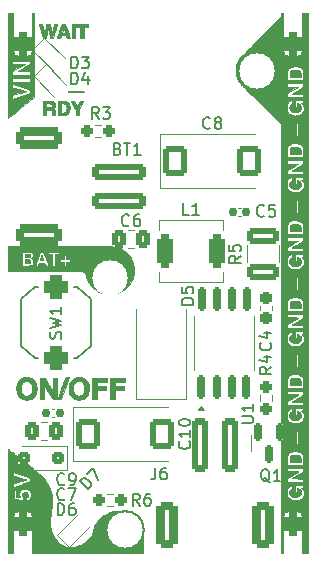
<source format=gbr>
G04 #@! TF.GenerationSoftware,KiCad,Pcbnew,8.0.8*
G04 #@! TF.CreationDate,2025-05-11T18:19:19+03:00*
G04 #@! TF.ProjectId,TP5410_eval_board,54503534-3130-45f6-9576-616c5f626f61,rev?*
G04 #@! TF.SameCoordinates,Original*
G04 #@! TF.FileFunction,Legend,Top*
G04 #@! TF.FilePolarity,Positive*
%FSLAX46Y46*%
G04 Gerber Fmt 4.6, Leading zero omitted, Abs format (unit mm)*
G04 Created by KiCad (PCBNEW 8.0.8) date 2025-05-11 18:19:19*
%MOMM*%
%LPD*%
G01*
G04 APERTURE LIST*
G04 Aperture macros list*
%AMRoundRect*
0 Rectangle with rounded corners*
0 $1 Rounding radius*
0 $2 $3 $4 $5 $6 $7 $8 $9 X,Y pos of 4 corners*
0 Add a 4 corners polygon primitive as box body*
4,1,4,$2,$3,$4,$5,$6,$7,$8,$9,$2,$3,0*
0 Add four circle primitives for the rounded corners*
1,1,$1+$1,$2,$3*
1,1,$1+$1,$4,$5*
1,1,$1+$1,$6,$7*
1,1,$1+$1,$8,$9*
0 Add four rect primitives between the rounded corners*
20,1,$1+$1,$2,$3,$4,$5,0*
20,1,$1+$1,$4,$5,$6,$7,0*
20,1,$1+$1,$6,$7,$8,$9,0*
20,1,$1+$1,$8,$9,$2,$3,0*%
%AMOutline4P*
0 Free polygon, 4 corners , with rotation*
0 The origin of the aperture is its center*
0 number of corners: always 4*
0 $1 to $8 corner X, Y*
0 $9 Rotation angle, in degrees counterclockwise*
0 create outline with 4 corners*
4,1,4,$1,$2,$3,$4,$5,$6,$7,$8,$1,$2,$9*%
G04 Aperture macros list end*
%ADD10C,0.130000*%
%ADD11C,0.150000*%
%ADD12C,0.153000*%
%ADD13C,0.120000*%
%ADD14C,0.010000*%
%ADD15C,0.200000*%
%ADD16C,0.100000*%
%ADD17RoundRect,0.237500X-0.371231X0.035355X0.035355X-0.371231X0.371231X-0.035355X-0.035355X0.371231X0*%
%ADD18RoundRect,0.250000X0.300000X0.300000X-0.300000X0.300000X-0.300000X-0.300000X0.300000X-0.300000X0*%
%ADD19RoundRect,0.237500X-0.237500X0.300000X-0.237500X-0.300000X0.237500X-0.300000X0.237500X0.300000X0*%
%ADD20RoundRect,0.237500X-0.237500X0.250000X-0.237500X-0.250000X0.237500X-0.250000X0.237500X0.250000X0*%
%ADD21RoundRect,0.150000X-0.150000X0.587500X-0.150000X-0.587500X0.150000X-0.587500X0.150000X0.587500X0*%
%ADD22RoundRect,0.260000X-0.390000X-1.990000X0.390000X-1.990000X0.390000X1.990000X-0.390000X1.990000X0*%
%ADD23RoundRect,0.360000X-0.540000X-1.590000X0.540000X-1.590000X0.540000X1.590000X-0.540000X1.590000X0*%
%ADD24RoundRect,0.237500X-0.250000X-0.237500X0.250000X-0.237500X0.250000X0.237500X-0.250000X0.237500X0*%
%ADD25RoundRect,0.237500X-0.035355X-0.371231X0.371231X0.035355X0.035355X0.371231X-0.371231X-0.035355X0*%
%ADD26C,3.000000*%
%ADD27RoundRect,0.175000X0.175000X-0.825000X0.175000X0.825000X-0.175000X0.825000X-0.175000X-0.825000X0*%
%ADD28R,3.300000X2.400000*%
%ADD29R,1.500000X4.040000*%
%ADD30RoundRect,0.375000X-0.375000X0.625000X-0.375000X-0.625000X0.375000X-0.625000X0.375000X0.625000X0*%
%ADD31RoundRect,0.250000X0.337500X0.475000X-0.337500X0.475000X-0.337500X-0.475000X0.337500X-0.475000X0*%
%ADD32RoundRect,0.250000X-0.787500X-1.025000X0.787500X-1.025000X0.787500X1.025000X-0.787500X1.025000X0*%
%ADD33Outline4P,-1.800000X-1.150000X1.800000X-0.550000X1.800000X0.550000X-1.800000X1.150000X90.000000*%
%ADD34Outline4P,-1.800000X-1.150000X1.800000X-0.550000X1.800000X0.550000X-1.800000X1.150000X270.000000*%
%ADD35RoundRect,0.260000X-1.990000X0.390000X-1.990000X-0.390000X1.990000X-0.390000X1.990000X0.390000X0*%
%ADD36RoundRect,0.360000X-1.590000X0.540000X-1.590000X-0.540000X1.590000X-0.540000X1.590000X0.540000X0*%
%ADD37RoundRect,0.375000X0.375000X-0.625000X0.375000X0.625000X-0.375000X0.625000X-0.375000X-0.625000X0*%
%ADD38RoundRect,0.155000X-0.212500X-0.155000X0.212500X-0.155000X0.212500X0.155000X-0.212500X0.155000X0*%
%ADD39RoundRect,0.155000X0.212500X0.155000X-0.212500X0.155000X-0.212500X-0.155000X0.212500X-0.155000X0*%
%ADD40R,0.600000X1.500000*%
%ADD41R,0.300000X1.500000*%
%ADD42RoundRect,0.250000X-1.075000X0.400000X-1.075000X-0.400000X1.075000X-0.400000X1.075000X0.400000X0*%
%ADD43RoundRect,0.500000X0.500000X-0.500000X0.500000X0.500000X-0.500000X0.500000X-0.500000X-0.500000X0*%
%ADD44RoundRect,0.350000X0.350000X1.050000X-0.350000X1.050000X-0.350000X-1.050000X0.350000X-1.050000X0*%
%ADD45RoundRect,0.237500X0.250000X0.237500X-0.250000X0.237500X-0.250000X-0.237500X0.250000X-0.237500X0*%
G04 APERTURE END LIST*
D10*
X-7804591Y-6649962D02*
X-6300000Y-6649962D01*
X-10583521Y-3409926D02*
X-10583521Y0D01*
D11*
X-7367494Y-4620419D02*
X-7367494Y-3620419D01*
X-7367494Y-3620419D02*
X-7129399Y-3620419D01*
X-7129399Y-3620419D02*
X-6986542Y-3668038D01*
X-6986542Y-3668038D02*
X-6891304Y-3763276D01*
X-6891304Y-3763276D02*
X-6843685Y-3858514D01*
X-6843685Y-3858514D02*
X-6796066Y-4048990D01*
X-6796066Y-4048990D02*
X-6796066Y-4191847D01*
X-6796066Y-4191847D02*
X-6843685Y-4382323D01*
X-6843685Y-4382323D02*
X-6891304Y-4477561D01*
X-6891304Y-4477561D02*
X-6986542Y-4572800D01*
X-6986542Y-4572800D02*
X-7129399Y-4620419D01*
X-7129399Y-4620419D02*
X-7367494Y-4620419D01*
X-6462732Y-3620419D02*
X-5843685Y-3620419D01*
X-5843685Y-3620419D02*
X-6177018Y-4001371D01*
X-6177018Y-4001371D02*
X-6034161Y-4001371D01*
X-6034161Y-4001371D02*
X-5938923Y-4048990D01*
X-5938923Y-4048990D02*
X-5891304Y-4096609D01*
X-5891304Y-4096609D02*
X-5843685Y-4191847D01*
X-5843685Y-4191847D02*
X-5843685Y-4429942D01*
X-5843685Y-4429942D02*
X-5891304Y-4525180D01*
X-5891304Y-4525180D02*
X-5938923Y-4572800D01*
X-5938923Y-4572800D02*
X-6034161Y-4620419D01*
X-6034161Y-4620419D02*
X-6319875Y-4620419D01*
X-6319875Y-4620419D02*
X-6415113Y-4572800D01*
X-6415113Y-4572800D02*
X-6462732Y-4525180D01*
X-8510494Y-42441019D02*
X-8510494Y-41441019D01*
X-8510494Y-41441019D02*
X-8272399Y-41441019D01*
X-8272399Y-41441019D02*
X-8129542Y-41488638D01*
X-8129542Y-41488638D02*
X-8034304Y-41583876D01*
X-8034304Y-41583876D02*
X-7986685Y-41679114D01*
X-7986685Y-41679114D02*
X-7939066Y-41869590D01*
X-7939066Y-41869590D02*
X-7939066Y-42012447D01*
X-7939066Y-42012447D02*
X-7986685Y-42202923D01*
X-7986685Y-42202923D02*
X-8034304Y-42298161D01*
X-8034304Y-42298161D02*
X-8129542Y-42393400D01*
X-8129542Y-42393400D02*
X-8272399Y-42441019D01*
X-8272399Y-42441019D02*
X-8510494Y-42441019D01*
X-7081923Y-41441019D02*
X-7272399Y-41441019D01*
X-7272399Y-41441019D02*
X-7367637Y-41488638D01*
X-7367637Y-41488638D02*
X-7415256Y-41536257D01*
X-7415256Y-41536257D02*
X-7510494Y-41679114D01*
X-7510494Y-41679114D02*
X-7558113Y-41869590D01*
X-7558113Y-41869590D02*
X-7558113Y-42250542D01*
X-7558113Y-42250542D02*
X-7510494Y-42345780D01*
X-7510494Y-42345780D02*
X-7462875Y-42393400D01*
X-7462875Y-42393400D02*
X-7367637Y-42441019D01*
X-7367637Y-42441019D02*
X-7177161Y-42441019D01*
X-7177161Y-42441019D02*
X-7081923Y-42393400D01*
X-7081923Y-42393400D02*
X-7034304Y-42345780D01*
X-7034304Y-42345780D02*
X-6986685Y-42250542D01*
X-6986685Y-42250542D02*
X-6986685Y-42012447D01*
X-6986685Y-42012447D02*
X-7034304Y-41917209D01*
X-7034304Y-41917209D02*
X-7081923Y-41869590D01*
X-7081923Y-41869590D02*
X-7177161Y-41821971D01*
X-7177161Y-41821971D02*
X-7367637Y-41821971D01*
X-7367637Y-41821971D02*
X-7462875Y-41869590D01*
X-7462875Y-41869590D02*
X-7510494Y-41917209D01*
X-7510494Y-41917209D02*
X-7558113Y-42012447D01*
X9503580Y-27852666D02*
X9551200Y-27900285D01*
X9551200Y-27900285D02*
X9598819Y-28043142D01*
X9598819Y-28043142D02*
X9598819Y-28138380D01*
X9598819Y-28138380D02*
X9551200Y-28281237D01*
X9551200Y-28281237D02*
X9455961Y-28376475D01*
X9455961Y-28376475D02*
X9360723Y-28424094D01*
X9360723Y-28424094D02*
X9170247Y-28471713D01*
X9170247Y-28471713D02*
X9027390Y-28471713D01*
X9027390Y-28471713D02*
X8836914Y-28424094D01*
X8836914Y-28424094D02*
X8741676Y-28376475D01*
X8741676Y-28376475D02*
X8646438Y-28281237D01*
X8646438Y-28281237D02*
X8598819Y-28138380D01*
X8598819Y-28138380D02*
X8598819Y-28043142D01*
X8598819Y-28043142D02*
X8646438Y-27900285D01*
X8646438Y-27900285D02*
X8694057Y-27852666D01*
X8932152Y-26995523D02*
X9598819Y-26995523D01*
X8551200Y-27233618D02*
X9265485Y-27471713D01*
X9265485Y-27471713D02*
X9265485Y-26852666D01*
X9598819Y-29884666D02*
X9122628Y-30217999D01*
X9598819Y-30456094D02*
X8598819Y-30456094D01*
X8598819Y-30456094D02*
X8598819Y-30075142D01*
X8598819Y-30075142D02*
X8646438Y-29979904D01*
X8646438Y-29979904D02*
X8694057Y-29932285D01*
X8694057Y-29932285D02*
X8789295Y-29884666D01*
X8789295Y-29884666D02*
X8932152Y-29884666D01*
X8932152Y-29884666D02*
X9027390Y-29932285D01*
X9027390Y-29932285D02*
X9075009Y-29979904D01*
X9075009Y-29979904D02*
X9122628Y-30075142D01*
X9122628Y-30075142D02*
X9122628Y-30456094D01*
X8932152Y-29027523D02*
X9598819Y-29027523D01*
X8551200Y-29265618D02*
X9265485Y-29503713D01*
X9265485Y-29503713D02*
X9265485Y-28884666D01*
X9455161Y-39640657D02*
X9359923Y-39593038D01*
X9359923Y-39593038D02*
X9264685Y-39497800D01*
X9264685Y-39497800D02*
X9121828Y-39354942D01*
X9121828Y-39354942D02*
X9026590Y-39307323D01*
X9026590Y-39307323D02*
X8931352Y-39307323D01*
X8978971Y-39545419D02*
X8883733Y-39497800D01*
X8883733Y-39497800D02*
X8788495Y-39402561D01*
X8788495Y-39402561D02*
X8740876Y-39212085D01*
X8740876Y-39212085D02*
X8740876Y-38878752D01*
X8740876Y-38878752D02*
X8788495Y-38688276D01*
X8788495Y-38688276D02*
X8883733Y-38593038D01*
X8883733Y-38593038D02*
X8978971Y-38545419D01*
X8978971Y-38545419D02*
X9169447Y-38545419D01*
X9169447Y-38545419D02*
X9264685Y-38593038D01*
X9264685Y-38593038D02*
X9359923Y-38688276D01*
X9359923Y-38688276D02*
X9407542Y-38878752D01*
X9407542Y-38878752D02*
X9407542Y-39212085D01*
X9407542Y-39212085D02*
X9359923Y-39402561D01*
X9359923Y-39402561D02*
X9264685Y-39497800D01*
X9264685Y-39497800D02*
X9169447Y-39545419D01*
X9169447Y-39545419D02*
X8978971Y-39545419D01*
X10359923Y-39545419D02*
X9788495Y-39545419D01*
X10074209Y-39545419D02*
X10074209Y-38545419D01*
X10074209Y-38545419D02*
X9978971Y-38688276D01*
X9978971Y-38688276D02*
X9883733Y-38783514D01*
X9883733Y-38783514D02*
X9788495Y-38831133D01*
D12*
X-231733Y-38418263D02*
X-231733Y-39132548D01*
X-231733Y-39132548D02*
X-279352Y-39275405D01*
X-279352Y-39275405D02*
X-374590Y-39370644D01*
X-374590Y-39370644D02*
X-517447Y-39418263D01*
X-517447Y-39418263D02*
X-612685Y-39418263D01*
X673028Y-38418263D02*
X482552Y-38418263D01*
X482552Y-38418263D02*
X387314Y-38465882D01*
X387314Y-38465882D02*
X339695Y-38513501D01*
X339695Y-38513501D02*
X244457Y-38656358D01*
X244457Y-38656358D02*
X196838Y-38846834D01*
X196838Y-38846834D02*
X196838Y-39227786D01*
X196838Y-39227786D02*
X244457Y-39323024D01*
X244457Y-39323024D02*
X292076Y-39370644D01*
X292076Y-39370644D02*
X387314Y-39418263D01*
X387314Y-39418263D02*
X577790Y-39418263D01*
X577790Y-39418263D02*
X673028Y-39370644D01*
X673028Y-39370644D02*
X720647Y-39323024D01*
X720647Y-39323024D02*
X768266Y-39227786D01*
X768266Y-39227786D02*
X768266Y-38989691D01*
X768266Y-38989691D02*
X720647Y-38894453D01*
X720647Y-38894453D02*
X673028Y-38846834D01*
X673028Y-38846834D02*
X577790Y-38799215D01*
X577790Y-38799215D02*
X387314Y-38799215D01*
X387314Y-38799215D02*
X292076Y-38846834D01*
X292076Y-38846834D02*
X244457Y-38894453D01*
X244457Y-38894453D02*
X196838Y-38989691D01*
D11*
X-1563666Y-41628219D02*
X-1896999Y-41152028D01*
X-2135094Y-41628219D02*
X-2135094Y-40628219D01*
X-2135094Y-40628219D02*
X-1754142Y-40628219D01*
X-1754142Y-40628219D02*
X-1658904Y-40675838D01*
X-1658904Y-40675838D02*
X-1611285Y-40723457D01*
X-1611285Y-40723457D02*
X-1563666Y-40818695D01*
X-1563666Y-40818695D02*
X-1563666Y-40961552D01*
X-1563666Y-40961552D02*
X-1611285Y-41056790D01*
X-1611285Y-41056790D02*
X-1658904Y-41104409D01*
X-1658904Y-41104409D02*
X-1754142Y-41152028D01*
X-1754142Y-41152028D02*
X-2135094Y-41152028D01*
X-706523Y-40628219D02*
X-896999Y-40628219D01*
X-896999Y-40628219D02*
X-992237Y-40675838D01*
X-992237Y-40675838D02*
X-1039856Y-40723457D01*
X-1039856Y-40723457D02*
X-1135094Y-40866314D01*
X-1135094Y-40866314D02*
X-1182713Y-41056790D01*
X-1182713Y-41056790D02*
X-1182713Y-41437742D01*
X-1182713Y-41437742D02*
X-1135094Y-41532980D01*
X-1135094Y-41532980D02*
X-1087475Y-41580600D01*
X-1087475Y-41580600D02*
X-992237Y-41628219D01*
X-992237Y-41628219D02*
X-801761Y-41628219D01*
X-801761Y-41628219D02*
X-706523Y-41580600D01*
X-706523Y-41580600D02*
X-658904Y-41532980D01*
X-658904Y-41532980D02*
X-611285Y-41437742D01*
X-611285Y-41437742D02*
X-611285Y-41199647D01*
X-611285Y-41199647D02*
X-658904Y-41104409D01*
X-658904Y-41104409D02*
X-706523Y-41056790D01*
X-706523Y-41056790D02*
X-801761Y-41009171D01*
X-801761Y-41009171D02*
X-992237Y-41009171D01*
X-992237Y-41009171D02*
X-1087475Y-41056790D01*
X-1087475Y-41056790D02*
X-1135094Y-41104409D01*
X-1135094Y-41104409D02*
X-1182713Y-41199647D01*
X-5915306Y-40264317D02*
X-6622412Y-39557210D01*
X-6622412Y-39557210D02*
X-6454054Y-39388851D01*
X-6454054Y-39388851D02*
X-6319367Y-39321508D01*
X-6319367Y-39321508D02*
X-6184680Y-39321508D01*
X-6184680Y-39321508D02*
X-6083664Y-39355180D01*
X-6083664Y-39355180D02*
X-5915306Y-39456195D01*
X-5915306Y-39456195D02*
X-5814290Y-39557210D01*
X-5814290Y-39557210D02*
X-5713275Y-39725569D01*
X-5713275Y-39725569D02*
X-5679603Y-39826584D01*
X-5679603Y-39826584D02*
X-5679603Y-39961271D01*
X-5679603Y-39961271D02*
X-5746947Y-40095958D01*
X-5746947Y-40095958D02*
X-5915306Y-40264317D01*
X-5982649Y-38917447D02*
X-5511245Y-38446042D01*
X-5511245Y-38446042D02*
X-5107184Y-39456195D01*
X7074819Y-34620104D02*
X7884342Y-34620104D01*
X7884342Y-34620104D02*
X7979580Y-34572485D01*
X7979580Y-34572485D02*
X8027200Y-34524866D01*
X8027200Y-34524866D02*
X8074819Y-34429628D01*
X8074819Y-34429628D02*
X8074819Y-34239152D01*
X8074819Y-34239152D02*
X8027200Y-34143914D01*
X8027200Y-34143914D02*
X7979580Y-34096295D01*
X7979580Y-34096295D02*
X7884342Y-34048676D01*
X7884342Y-34048676D02*
X7074819Y-34048676D01*
X8074819Y-33048676D02*
X8074819Y-33620104D01*
X8074819Y-33334390D02*
X7074819Y-33334390D01*
X7074819Y-33334390D02*
X7217676Y-33429628D01*
X7217676Y-33429628D02*
X7312914Y-33524866D01*
X7312914Y-33524866D02*
X7360533Y-33620104D01*
X-7939066Y-39805780D02*
X-7986685Y-39853400D01*
X-7986685Y-39853400D02*
X-8129542Y-39901019D01*
X-8129542Y-39901019D02*
X-8224780Y-39901019D01*
X-8224780Y-39901019D02*
X-8367637Y-39853400D01*
X-8367637Y-39853400D02*
X-8462875Y-39758161D01*
X-8462875Y-39758161D02*
X-8510494Y-39662923D01*
X-8510494Y-39662923D02*
X-8558113Y-39472447D01*
X-8558113Y-39472447D02*
X-8558113Y-39329590D01*
X-8558113Y-39329590D02*
X-8510494Y-39139114D01*
X-8510494Y-39139114D02*
X-8462875Y-39043876D01*
X-8462875Y-39043876D02*
X-8367637Y-38948638D01*
X-8367637Y-38948638D02*
X-8224780Y-38901019D01*
X-8224780Y-38901019D02*
X-8129542Y-38901019D01*
X-8129542Y-38901019D02*
X-7986685Y-38948638D01*
X-7986685Y-38948638D02*
X-7939066Y-38996257D01*
X-7462875Y-39901019D02*
X-7272399Y-39901019D01*
X-7272399Y-39901019D02*
X-7177161Y-39853400D01*
X-7177161Y-39853400D02*
X-7129542Y-39805780D01*
X-7129542Y-39805780D02*
X-7034304Y-39662923D01*
X-7034304Y-39662923D02*
X-6986685Y-39472447D01*
X-6986685Y-39472447D02*
X-6986685Y-39091495D01*
X-6986685Y-39091495D02*
X-7034304Y-38996257D01*
X-7034304Y-38996257D02*
X-7081923Y-38948638D01*
X-7081923Y-38948638D02*
X-7177161Y-38901019D01*
X-7177161Y-38901019D02*
X-7367637Y-38901019D01*
X-7367637Y-38901019D02*
X-7462875Y-38948638D01*
X-7462875Y-38948638D02*
X-7510494Y-38996257D01*
X-7510494Y-38996257D02*
X-7558113Y-39091495D01*
X-7558113Y-39091495D02*
X-7558113Y-39329590D01*
X-7558113Y-39329590D02*
X-7510494Y-39424828D01*
X-7510494Y-39424828D02*
X-7462875Y-39472447D01*
X-7462875Y-39472447D02*
X-7367637Y-39520066D01*
X-7367637Y-39520066D02*
X-7177161Y-39520066D01*
X-7177161Y-39520066D02*
X-7081923Y-39472447D01*
X-7081923Y-39472447D02*
X-7034304Y-39424828D01*
X-7034304Y-39424828D02*
X-6986685Y-39329590D01*
X4405333Y-9655980D02*
X4357714Y-9703600D01*
X4357714Y-9703600D02*
X4214857Y-9751219D01*
X4214857Y-9751219D02*
X4119619Y-9751219D01*
X4119619Y-9751219D02*
X3976762Y-9703600D01*
X3976762Y-9703600D02*
X3881524Y-9608361D01*
X3881524Y-9608361D02*
X3833905Y-9513123D01*
X3833905Y-9513123D02*
X3786286Y-9322647D01*
X3786286Y-9322647D02*
X3786286Y-9179790D01*
X3786286Y-9179790D02*
X3833905Y-8989314D01*
X3833905Y-8989314D02*
X3881524Y-8894076D01*
X3881524Y-8894076D02*
X3976762Y-8798838D01*
X3976762Y-8798838D02*
X4119619Y-8751219D01*
X4119619Y-8751219D02*
X4214857Y-8751219D01*
X4214857Y-8751219D02*
X4357714Y-8798838D01*
X4357714Y-8798838D02*
X4405333Y-8846457D01*
X4976762Y-9179790D02*
X4881524Y-9132171D01*
X4881524Y-9132171D02*
X4833905Y-9084552D01*
X4833905Y-9084552D02*
X4786286Y-8989314D01*
X4786286Y-8989314D02*
X4786286Y-8941695D01*
X4786286Y-8941695D02*
X4833905Y-8846457D01*
X4833905Y-8846457D02*
X4881524Y-8798838D01*
X4881524Y-8798838D02*
X4976762Y-8751219D01*
X4976762Y-8751219D02*
X5167238Y-8751219D01*
X5167238Y-8751219D02*
X5262476Y-8798838D01*
X5262476Y-8798838D02*
X5310095Y-8846457D01*
X5310095Y-8846457D02*
X5357714Y-8941695D01*
X5357714Y-8941695D02*
X5357714Y-8989314D01*
X5357714Y-8989314D02*
X5310095Y-9084552D01*
X5310095Y-9084552D02*
X5262476Y-9132171D01*
X5262476Y-9132171D02*
X5167238Y-9179790D01*
X5167238Y-9179790D02*
X4976762Y-9179790D01*
X4976762Y-9179790D02*
X4881524Y-9227409D01*
X4881524Y-9227409D02*
X4833905Y-9275028D01*
X4833905Y-9275028D02*
X4786286Y-9370266D01*
X4786286Y-9370266D02*
X4786286Y-9560742D01*
X4786286Y-9560742D02*
X4833905Y-9655980D01*
X4833905Y-9655980D02*
X4881524Y-9703600D01*
X4881524Y-9703600D02*
X4976762Y-9751219D01*
X4976762Y-9751219D02*
X5167238Y-9751219D01*
X5167238Y-9751219D02*
X5262476Y-9703600D01*
X5262476Y-9703600D02*
X5310095Y-9655980D01*
X5310095Y-9655980D02*
X5357714Y-9560742D01*
X5357714Y-9560742D02*
X5357714Y-9370266D01*
X5357714Y-9370266D02*
X5310095Y-9275028D01*
X5310095Y-9275028D02*
X5262476Y-9227409D01*
X5262476Y-9227409D02*
X5167238Y-9179790D01*
X2994819Y-24614094D02*
X1994819Y-24614094D01*
X1994819Y-24614094D02*
X1994819Y-24375999D01*
X1994819Y-24375999D02*
X2042438Y-24233142D01*
X2042438Y-24233142D02*
X2137676Y-24137904D01*
X2137676Y-24137904D02*
X2232914Y-24090285D01*
X2232914Y-24090285D02*
X2423390Y-24042666D01*
X2423390Y-24042666D02*
X2566247Y-24042666D01*
X2566247Y-24042666D02*
X2756723Y-24090285D01*
X2756723Y-24090285D02*
X2851961Y-24137904D01*
X2851961Y-24137904D02*
X2947200Y-24233142D01*
X2947200Y-24233142D02*
X2994819Y-24375999D01*
X2994819Y-24375999D02*
X2994819Y-24614094D01*
X1994819Y-23137904D02*
X1994819Y-23614094D01*
X1994819Y-23614094D02*
X2471009Y-23661713D01*
X2471009Y-23661713D02*
X2423390Y-23614094D01*
X2423390Y-23614094D02*
X2375771Y-23518856D01*
X2375771Y-23518856D02*
X2375771Y-23280761D01*
X2375771Y-23280761D02*
X2423390Y-23185523D01*
X2423390Y-23185523D02*
X2471009Y-23137904D01*
X2471009Y-23137904D02*
X2566247Y-23090285D01*
X2566247Y-23090285D02*
X2804342Y-23090285D01*
X2804342Y-23090285D02*
X2899580Y-23137904D01*
X2899580Y-23137904D02*
X2947200Y-23185523D01*
X2947200Y-23185523D02*
X2994819Y-23280761D01*
X2994819Y-23280761D02*
X2994819Y-23518856D01*
X2994819Y-23518856D02*
X2947200Y-23614094D01*
X2947200Y-23614094D02*
X2899580Y-23661713D01*
X2645580Y-36202857D02*
X2693200Y-36250476D01*
X2693200Y-36250476D02*
X2740819Y-36393333D01*
X2740819Y-36393333D02*
X2740819Y-36488571D01*
X2740819Y-36488571D02*
X2693200Y-36631428D01*
X2693200Y-36631428D02*
X2597961Y-36726666D01*
X2597961Y-36726666D02*
X2502723Y-36774285D01*
X2502723Y-36774285D02*
X2312247Y-36821904D01*
X2312247Y-36821904D02*
X2169390Y-36821904D01*
X2169390Y-36821904D02*
X1978914Y-36774285D01*
X1978914Y-36774285D02*
X1883676Y-36726666D01*
X1883676Y-36726666D02*
X1788438Y-36631428D01*
X1788438Y-36631428D02*
X1740819Y-36488571D01*
X1740819Y-36488571D02*
X1740819Y-36393333D01*
X1740819Y-36393333D02*
X1788438Y-36250476D01*
X1788438Y-36250476D02*
X1836057Y-36202857D01*
X2740819Y-35250476D02*
X2740819Y-35821904D01*
X2740819Y-35536190D02*
X1740819Y-35536190D01*
X1740819Y-35536190D02*
X1883676Y-35631428D01*
X1883676Y-35631428D02*
X1978914Y-35726666D01*
X1978914Y-35726666D02*
X2026533Y-35821904D01*
X1740819Y-34631428D02*
X1740819Y-34536190D01*
X1740819Y-34536190D02*
X1788438Y-34440952D01*
X1788438Y-34440952D02*
X1836057Y-34393333D01*
X1836057Y-34393333D02*
X1931295Y-34345714D01*
X1931295Y-34345714D02*
X2121771Y-34298095D01*
X2121771Y-34298095D02*
X2359866Y-34298095D01*
X2359866Y-34298095D02*
X2550342Y-34345714D01*
X2550342Y-34345714D02*
X2645580Y-34393333D01*
X2645580Y-34393333D02*
X2693200Y-34440952D01*
X2693200Y-34440952D02*
X2740819Y-34536190D01*
X2740819Y-34536190D02*
X2740819Y-34631428D01*
X2740819Y-34631428D02*
X2693200Y-34726666D01*
X2693200Y-34726666D02*
X2645580Y-34774285D01*
X2645580Y-34774285D02*
X2550342Y-34821904D01*
X2550342Y-34821904D02*
X2359866Y-34869523D01*
X2359866Y-34869523D02*
X2121771Y-34869523D01*
X2121771Y-34869523D02*
X1931295Y-34821904D01*
X1931295Y-34821904D02*
X1836057Y-34774285D01*
X1836057Y-34774285D02*
X1788438Y-34726666D01*
X1788438Y-34726666D02*
X1740819Y-34631428D01*
D12*
X-3427314Y-11411653D02*
X-3284457Y-11459272D01*
X-3284457Y-11459272D02*
X-3236838Y-11506891D01*
X-3236838Y-11506891D02*
X-3189219Y-11602129D01*
X-3189219Y-11602129D02*
X-3189219Y-11744986D01*
X-3189219Y-11744986D02*
X-3236838Y-11840224D01*
X-3236838Y-11840224D02*
X-3284457Y-11887844D01*
X-3284457Y-11887844D02*
X-3379695Y-11935463D01*
X-3379695Y-11935463D02*
X-3760647Y-11935463D01*
X-3760647Y-11935463D02*
X-3760647Y-10935463D01*
X-3760647Y-10935463D02*
X-3427314Y-10935463D01*
X-3427314Y-10935463D02*
X-3332076Y-10983082D01*
X-3332076Y-10983082D02*
X-3284457Y-11030701D01*
X-3284457Y-11030701D02*
X-3236838Y-11125939D01*
X-3236838Y-11125939D02*
X-3236838Y-11221177D01*
X-3236838Y-11221177D02*
X-3284457Y-11316415D01*
X-3284457Y-11316415D02*
X-3332076Y-11364034D01*
X-3332076Y-11364034D02*
X-3427314Y-11411653D01*
X-3427314Y-11411653D02*
X-3760647Y-11411653D01*
X-2903504Y-10935463D02*
X-2332076Y-10935463D01*
X-2617790Y-11935463D02*
X-2617790Y-10935463D01*
X-1474933Y-11935463D02*
X-2046361Y-11935463D01*
X-1760647Y-11935463D02*
X-1760647Y-10935463D01*
X-1760647Y-10935463D02*
X-1855885Y-11078320D01*
X-1855885Y-11078320D02*
X-1951123Y-11173558D01*
X-1951123Y-11173558D02*
X-2046361Y-11221177D01*
D11*
X8977333Y-17072780D02*
X8929714Y-17120400D01*
X8929714Y-17120400D02*
X8786857Y-17168019D01*
X8786857Y-17168019D02*
X8691619Y-17168019D01*
X8691619Y-17168019D02*
X8548762Y-17120400D01*
X8548762Y-17120400D02*
X8453524Y-17025161D01*
X8453524Y-17025161D02*
X8405905Y-16929923D01*
X8405905Y-16929923D02*
X8358286Y-16739447D01*
X8358286Y-16739447D02*
X8358286Y-16596590D01*
X8358286Y-16596590D02*
X8405905Y-16406114D01*
X8405905Y-16406114D02*
X8453524Y-16310876D01*
X8453524Y-16310876D02*
X8548762Y-16215638D01*
X8548762Y-16215638D02*
X8691619Y-16168019D01*
X8691619Y-16168019D02*
X8786857Y-16168019D01*
X8786857Y-16168019D02*
X8929714Y-16215638D01*
X8929714Y-16215638D02*
X8977333Y-16263257D01*
X9882095Y-16168019D02*
X9405905Y-16168019D01*
X9405905Y-16168019D02*
X9358286Y-16644209D01*
X9358286Y-16644209D02*
X9405905Y-16596590D01*
X9405905Y-16596590D02*
X9501143Y-16548971D01*
X9501143Y-16548971D02*
X9739238Y-16548971D01*
X9739238Y-16548971D02*
X9834476Y-16596590D01*
X9834476Y-16596590D02*
X9882095Y-16644209D01*
X9882095Y-16644209D02*
X9929714Y-16739447D01*
X9929714Y-16739447D02*
X9929714Y-16977542D01*
X9929714Y-16977542D02*
X9882095Y-17072780D01*
X9882095Y-17072780D02*
X9834476Y-17120400D01*
X9834476Y-17120400D02*
X9739238Y-17168019D01*
X9739238Y-17168019D02*
X9501143Y-17168019D01*
X9501143Y-17168019D02*
X9405905Y-17120400D01*
X9405905Y-17120400D02*
X9358286Y-17072780D01*
X-7939066Y-41075780D02*
X-7986685Y-41123400D01*
X-7986685Y-41123400D02*
X-8129542Y-41171019D01*
X-8129542Y-41171019D02*
X-8224780Y-41171019D01*
X-8224780Y-41171019D02*
X-8367637Y-41123400D01*
X-8367637Y-41123400D02*
X-8462875Y-41028161D01*
X-8462875Y-41028161D02*
X-8510494Y-40932923D01*
X-8510494Y-40932923D02*
X-8558113Y-40742447D01*
X-8558113Y-40742447D02*
X-8558113Y-40599590D01*
X-8558113Y-40599590D02*
X-8510494Y-40409114D01*
X-8510494Y-40409114D02*
X-8462875Y-40313876D01*
X-8462875Y-40313876D02*
X-8367637Y-40218638D01*
X-8367637Y-40218638D02*
X-8224780Y-40171019D01*
X-8224780Y-40171019D02*
X-8129542Y-40171019D01*
X-8129542Y-40171019D02*
X-7986685Y-40218638D01*
X-7986685Y-40218638D02*
X-7939066Y-40266257D01*
X-7605732Y-40171019D02*
X-6939066Y-40171019D01*
X-6939066Y-40171019D02*
X-7367637Y-41171019D01*
X7008019Y-20486666D02*
X6531828Y-20819999D01*
X7008019Y-21058094D02*
X6008019Y-21058094D01*
X6008019Y-21058094D02*
X6008019Y-20677142D01*
X6008019Y-20677142D02*
X6055638Y-20581904D01*
X6055638Y-20581904D02*
X6103257Y-20534285D01*
X6103257Y-20534285D02*
X6198495Y-20486666D01*
X6198495Y-20486666D02*
X6341352Y-20486666D01*
X6341352Y-20486666D02*
X6436590Y-20534285D01*
X6436590Y-20534285D02*
X6484209Y-20581904D01*
X6484209Y-20581904D02*
X6531828Y-20677142D01*
X6531828Y-20677142D02*
X6531828Y-21058094D01*
X6008019Y-19581904D02*
X6008019Y-20058094D01*
X6008019Y-20058094D02*
X6484209Y-20105713D01*
X6484209Y-20105713D02*
X6436590Y-20058094D01*
X6436590Y-20058094D02*
X6388971Y-19962856D01*
X6388971Y-19962856D02*
X6388971Y-19724761D01*
X6388971Y-19724761D02*
X6436590Y-19629523D01*
X6436590Y-19629523D02*
X6484209Y-19581904D01*
X6484209Y-19581904D02*
X6579447Y-19534285D01*
X6579447Y-19534285D02*
X6817542Y-19534285D01*
X6817542Y-19534285D02*
X6912780Y-19581904D01*
X6912780Y-19581904D02*
X6960400Y-19629523D01*
X6960400Y-19629523D02*
X7008019Y-19724761D01*
X7008019Y-19724761D02*
X7008019Y-19962856D01*
X7008019Y-19962856D02*
X6960400Y-20058094D01*
X6960400Y-20058094D02*
X6912780Y-20105713D01*
D12*
X-8228956Y-27495332D02*
X-8181336Y-27352475D01*
X-8181336Y-27352475D02*
X-8181336Y-27114380D01*
X-8181336Y-27114380D02*
X-8228956Y-27019142D01*
X-8228956Y-27019142D02*
X-8276575Y-26971523D01*
X-8276575Y-26971523D02*
X-8371813Y-26923904D01*
X-8371813Y-26923904D02*
X-8467051Y-26923904D01*
X-8467051Y-26923904D02*
X-8562289Y-26971523D01*
X-8562289Y-26971523D02*
X-8609908Y-27019142D01*
X-8609908Y-27019142D02*
X-8657527Y-27114380D01*
X-8657527Y-27114380D02*
X-8705146Y-27304856D01*
X-8705146Y-27304856D02*
X-8752765Y-27400094D01*
X-8752765Y-27400094D02*
X-8800384Y-27447713D01*
X-8800384Y-27447713D02*
X-8895622Y-27495332D01*
X-8895622Y-27495332D02*
X-8990860Y-27495332D01*
X-8990860Y-27495332D02*
X-9086098Y-27447713D01*
X-9086098Y-27447713D02*
X-9133717Y-27400094D01*
X-9133717Y-27400094D02*
X-9181336Y-27304856D01*
X-9181336Y-27304856D02*
X-9181336Y-27066761D01*
X-9181336Y-27066761D02*
X-9133717Y-26923904D01*
X-9181336Y-26590570D02*
X-8181336Y-26352475D01*
X-8181336Y-26352475D02*
X-8895622Y-26161999D01*
X-8895622Y-26161999D02*
X-8181336Y-25971523D01*
X-8181336Y-25971523D02*
X-9181336Y-25733428D01*
X-8181336Y-24828666D02*
X-8181336Y-25400094D01*
X-8181336Y-25114380D02*
X-9181336Y-25114380D01*
X-9181336Y-25114380D02*
X-9038479Y-25209618D01*
X-9038479Y-25209618D02*
X-8943241Y-25304856D01*
X-8943241Y-25304856D02*
X-8895622Y-25400094D01*
X2627333Y-17015463D02*
X2151143Y-17015463D01*
X2151143Y-17015463D02*
X2151143Y-16015463D01*
X3484476Y-17015463D02*
X2913048Y-17015463D01*
X3198762Y-17015463D02*
X3198762Y-16015463D01*
X3198762Y-16015463D02*
X3103524Y-16158320D01*
X3103524Y-16158320D02*
X3008286Y-16253558D01*
X3008286Y-16253558D02*
X2913048Y-16301177D01*
D11*
X-5018066Y-8887619D02*
X-5351399Y-8411428D01*
X-5589494Y-8887619D02*
X-5589494Y-7887619D01*
X-5589494Y-7887619D02*
X-5208542Y-7887619D01*
X-5208542Y-7887619D02*
X-5113304Y-7935238D01*
X-5113304Y-7935238D02*
X-5065685Y-7982857D01*
X-5065685Y-7982857D02*
X-5018066Y-8078095D01*
X-5018066Y-8078095D02*
X-5018066Y-8220952D01*
X-5018066Y-8220952D02*
X-5065685Y-8316190D01*
X-5065685Y-8316190D02*
X-5113304Y-8363809D01*
X-5113304Y-8363809D02*
X-5208542Y-8411428D01*
X-5208542Y-8411428D02*
X-5589494Y-8411428D01*
X-4684732Y-7887619D02*
X-4065685Y-7887619D01*
X-4065685Y-7887619D02*
X-4399018Y-8268571D01*
X-4399018Y-8268571D02*
X-4256161Y-8268571D01*
X-4256161Y-8268571D02*
X-4160923Y-8316190D01*
X-4160923Y-8316190D02*
X-4113304Y-8363809D01*
X-4113304Y-8363809D02*
X-4065685Y-8459047D01*
X-4065685Y-8459047D02*
X-4065685Y-8697142D01*
X-4065685Y-8697142D02*
X-4113304Y-8792380D01*
X-4113304Y-8792380D02*
X-4160923Y-8840000D01*
X-4160923Y-8840000D02*
X-4256161Y-8887619D01*
X-4256161Y-8887619D02*
X-4541875Y-8887619D01*
X-4541875Y-8887619D02*
X-4637113Y-8840000D01*
X-4637113Y-8840000D02*
X-4684732Y-8792380D01*
X-2452666Y-17885580D02*
X-2500285Y-17933200D01*
X-2500285Y-17933200D02*
X-2643142Y-17980819D01*
X-2643142Y-17980819D02*
X-2738380Y-17980819D01*
X-2738380Y-17980819D02*
X-2881237Y-17933200D01*
X-2881237Y-17933200D02*
X-2976475Y-17837961D01*
X-2976475Y-17837961D02*
X-3024094Y-17742723D01*
X-3024094Y-17742723D02*
X-3071713Y-17552247D01*
X-3071713Y-17552247D02*
X-3071713Y-17409390D01*
X-3071713Y-17409390D02*
X-3024094Y-17218914D01*
X-3024094Y-17218914D02*
X-2976475Y-17123676D01*
X-2976475Y-17123676D02*
X-2881237Y-17028438D01*
X-2881237Y-17028438D02*
X-2738380Y-16980819D01*
X-2738380Y-16980819D02*
X-2643142Y-16980819D01*
X-2643142Y-16980819D02*
X-2500285Y-17028438D01*
X-2500285Y-17028438D02*
X-2452666Y-17076057D01*
X-1595523Y-16980819D02*
X-1785999Y-16980819D01*
X-1785999Y-16980819D02*
X-1881237Y-17028438D01*
X-1881237Y-17028438D02*
X-1928856Y-17076057D01*
X-1928856Y-17076057D02*
X-2024094Y-17218914D01*
X-2024094Y-17218914D02*
X-2071713Y-17409390D01*
X-2071713Y-17409390D02*
X-2071713Y-17790342D01*
X-2071713Y-17790342D02*
X-2024094Y-17885580D01*
X-2024094Y-17885580D02*
X-1976475Y-17933200D01*
X-1976475Y-17933200D02*
X-1881237Y-17980819D01*
X-1881237Y-17980819D02*
X-1690761Y-17980819D01*
X-1690761Y-17980819D02*
X-1595523Y-17933200D01*
X-1595523Y-17933200D02*
X-1547904Y-17885580D01*
X-1547904Y-17885580D02*
X-1500285Y-17790342D01*
X-1500285Y-17790342D02*
X-1500285Y-17552247D01*
X-1500285Y-17552247D02*
X-1547904Y-17457009D01*
X-1547904Y-17457009D02*
X-1595523Y-17409390D01*
X-1595523Y-17409390D02*
X-1690761Y-17361771D01*
X-1690761Y-17361771D02*
X-1881237Y-17361771D01*
X-1881237Y-17361771D02*
X-1976475Y-17409390D01*
X-1976475Y-17409390D02*
X-2024094Y-17457009D01*
X-2024094Y-17457009D02*
X-2071713Y-17552247D01*
X-7367494Y-5966619D02*
X-7367494Y-4966619D01*
X-7367494Y-4966619D02*
X-7129399Y-4966619D01*
X-7129399Y-4966619D02*
X-6986542Y-5014238D01*
X-6986542Y-5014238D02*
X-6891304Y-5109476D01*
X-6891304Y-5109476D02*
X-6843685Y-5204714D01*
X-6843685Y-5204714D02*
X-6796066Y-5395190D01*
X-6796066Y-5395190D02*
X-6796066Y-5538047D01*
X-6796066Y-5538047D02*
X-6843685Y-5728523D01*
X-6843685Y-5728523D02*
X-6891304Y-5823761D01*
X-6891304Y-5823761D02*
X-6986542Y-5919000D01*
X-6986542Y-5919000D02*
X-7129399Y-5966619D01*
X-7129399Y-5966619D02*
X-7367494Y-5966619D01*
X-5938923Y-5299952D02*
X-5938923Y-5966619D01*
X-6177018Y-4919000D02*
X-6415113Y-5633285D01*
X-6415113Y-5633285D02*
X-5796066Y-5633285D01*
D13*
X-10659721Y-3054326D02*
X-8920238Y-4793809D01*
X-9620274Y-2014879D02*
X-10659721Y-3054326D01*
X-7880791Y-3754362D02*
X-9620274Y-2014879D01*
X-7696000Y-36592000D02*
X-11556000Y-36592000D01*
X-7696000Y-38592000D02*
X-11556000Y-38592000D01*
X-7696000Y-38592000D02*
X-7696000Y-36592000D01*
X8634000Y-24745733D02*
X8634000Y-25038267D01*
X9654000Y-24745733D02*
X9654000Y-25038267D01*
X8621500Y-32257276D02*
X8621500Y-32766724D01*
X9666500Y-32257276D02*
X9666500Y-32766724D01*
X7838000Y-36322000D02*
X7838000Y-35672000D01*
X7838000Y-36322000D02*
X7838000Y-36972000D01*
X10958000Y-36322000D02*
X10958000Y-35672000D01*
X10958000Y-36322000D02*
X10958000Y-36972000D01*
X11238000Y-35399500D02*
X10908000Y-35159500D01*
X11238000Y-34919500D01*
X11238000Y-35399500D01*
G36*
X11238000Y-35399500D02*
G01*
X10908000Y-35159500D01*
X11238000Y-34919500D01*
X11238000Y-35399500D01*
G37*
X-4318724Y-40625500D02*
X-3809276Y-40625500D01*
X-4318724Y-41670500D02*
X-3809276Y-41670500D01*
X-8551521Y-44088074D02*
X-7512074Y-45127521D01*
X-7512074Y-45127521D02*
X-5772591Y-43388038D01*
X-6812038Y-42348591D02*
X-8551521Y-44088074D01*
D11*
X9982000Y-4826000D02*
G75*
G02*
X6782000Y-4826000I-1600000J0D01*
G01*
X6782000Y-4826000D02*
G75*
G02*
X9982000Y-4826000I1600000J0D01*
G01*
D13*
X3073000Y-27880000D02*
X3073000Y-25595000D01*
X3073000Y-27880000D02*
X3073000Y-30165000D01*
X8103000Y-27880000D02*
X8103000Y-25595000D01*
X8103000Y-27880000D02*
X8103000Y-30165000D01*
X3868000Y-33530000D02*
X3388000Y-33530000D01*
X3628000Y-33200000D01*
X3868000Y-33530000D01*
G36*
X3868000Y-33530000D02*
G01*
X3388000Y-33530000D01*
X3628000Y-33200000D01*
X3868000Y-33530000D01*
G37*
X-9390748Y-34571000D02*
X-9913252Y-34571000D01*
X-9390748Y-36041000D02*
X-9913252Y-36041000D01*
X162000Y-10186000D02*
X162000Y-14706000D01*
X162000Y-14706000D02*
X8222000Y-14706000D01*
X8222000Y-10186000D02*
X162000Y-10186000D01*
X-1896000Y-32646000D02*
X-1896000Y-24986000D01*
X-1896000Y-32646000D02*
X2404000Y-32646000D01*
X2404000Y-32646000D02*
X2404000Y-24986000D01*
X-7204000Y-33300000D02*
X-7204000Y-37820000D01*
X-7204000Y-37820000D02*
X856000Y-37820000D01*
X856000Y-33300000D02*
X-7204000Y-33300000D01*
X6801665Y-16404000D02*
X7033335Y-16404000D01*
X6801665Y-17124000D02*
X7033335Y-17124000D01*
X-8774165Y-33422000D02*
X-9005835Y-33422000D01*
X-8774165Y-34142000D02*
X-9005835Y-34142000D01*
D11*
X-1194000Y-43688000D02*
G75*
G02*
X-4394000Y-43688000I-1600000J0D01*
G01*
X-4394000Y-43688000D02*
G75*
G02*
X-1194000Y-43688000I1600000J0D01*
G01*
D13*
X7535000Y-19596263D02*
X7535000Y-21043737D01*
X10245000Y-19596263D02*
X10245000Y-21043737D01*
D14*
X-7048500Y-2070100D02*
X-7302500Y-2070100D01*
X-7302500Y-850900D01*
X-7048500Y-850900D01*
X-7048500Y-2070100D01*
G36*
X-7048500Y-2070100D02*
G01*
X-7302500Y-2070100D01*
X-7302500Y-850900D01*
X-7048500Y-850900D01*
X-7048500Y-2070100D01*
G37*
X-6429375Y-853925D02*
X-5937250Y-857250D01*
X-5937250Y-1073150D01*
X-6118225Y-1076673D01*
X-6299200Y-1080197D01*
X-6299200Y-2070100D01*
X-6565900Y-2070100D01*
X-6565900Y-1079500D01*
X-6921500Y-1079500D01*
X-6921500Y-850601D01*
X-6429375Y-853925D01*
G36*
X-6429375Y-853925D02*
G01*
X-5937250Y-857250D01*
X-5937250Y-1073150D01*
X-6118225Y-1076673D01*
X-6299200Y-1080197D01*
X-6299200Y-2070100D01*
X-6565900Y-2070100D01*
X-6565900Y-1079500D01*
X-6921500Y-1079500D01*
X-6921500Y-850601D01*
X-6429375Y-853925D01*
G37*
X-4292600Y-31127700D02*
X-5194300Y-31127700D01*
X-5194300Y-31534100D01*
X-4406900Y-31534100D01*
X-4406900Y-31851600D01*
X-5194300Y-31851600D01*
X-5194300Y-32613600D01*
X-5575300Y-32613600D01*
X-5575300Y-30810200D01*
X-4292600Y-30810200D01*
X-4292600Y-31127700D01*
G36*
X-4292600Y-31127700D02*
G01*
X-5194300Y-31127700D01*
X-5194300Y-31534100D01*
X-4406900Y-31534100D01*
X-4406900Y-31851600D01*
X-5194300Y-31851600D01*
X-5194300Y-32613600D01*
X-5575300Y-32613600D01*
X-5575300Y-30810200D01*
X-4292600Y-30810200D01*
X-4292600Y-31127700D01*
G37*
X-2768600Y-31127700D02*
X-3670300Y-31127700D01*
X-3670300Y-31534100D01*
X-2882900Y-31534100D01*
X-2882900Y-31851600D01*
X-3670300Y-31851600D01*
X-3670300Y-32613600D01*
X-4051300Y-32613600D01*
X-4051300Y-30810200D01*
X-2768600Y-30810200D01*
X-2768600Y-31127700D01*
G36*
X-2768600Y-31127700D02*
G01*
X-3670300Y-31127700D01*
X-3670300Y-31534100D01*
X-2882900Y-31534100D01*
X-2882900Y-31851600D01*
X-3670300Y-31851600D01*
X-3670300Y-32613600D01*
X-4051300Y-32613600D01*
X-4051300Y-30810200D01*
X-2768600Y-30810200D01*
X-2768600Y-31127700D01*
G37*
X-8902746Y-32035750D02*
X-8902700Y-30810200D01*
X-8547100Y-30810200D01*
X-8547100Y-32613600D01*
X-8922028Y-32613600D01*
X-9283839Y-31984032D01*
X-9645650Y-31354465D01*
X-9648944Y-31984032D01*
X-9652238Y-32613600D01*
X-10007600Y-32613600D01*
X-10007600Y-30810200D01*
X-9602980Y-30810200D01*
X-8902746Y-32035750D01*
G36*
X-8902746Y-32035750D02*
G01*
X-8902700Y-30810200D01*
X-8547100Y-30810200D01*
X-8547100Y-32613600D01*
X-8922028Y-32613600D01*
X-9283839Y-31984032D01*
X-9645650Y-31354465D01*
X-9648944Y-31984032D01*
X-9652238Y-32613600D01*
X-10007600Y-32613600D01*
X-10007600Y-30810200D01*
X-9602980Y-30810200D01*
X-8902746Y-32035750D01*
G37*
X-11134725Y-20320070D02*
X-11036533Y-20321813D01*
X-10960880Y-20327761D01*
X-10905082Y-20339131D01*
X-10866456Y-20357139D01*
X-10842318Y-20383002D01*
X-10829982Y-20417938D01*
X-10826750Y-20459700D01*
X-10830926Y-20504347D01*
X-10845185Y-20538805D01*
X-10872130Y-20564246D01*
X-10914361Y-20581845D01*
X-10974481Y-20592777D01*
X-11055089Y-20598215D01*
X-11136199Y-20599400D01*
X-11303000Y-20599400D01*
X-11303000Y-20320000D01*
X-11134725Y-20320070D01*
G36*
X-11134725Y-20320070D02*
G01*
X-11036533Y-20321813D01*
X-10960880Y-20327761D01*
X-10905082Y-20339131D01*
X-10866456Y-20357139D01*
X-10842318Y-20383002D01*
X-10829982Y-20417938D01*
X-10826750Y-20459700D01*
X-10830926Y-20504347D01*
X-10845185Y-20538805D01*
X-10872130Y-20564246D01*
X-10914361Y-20581845D01*
X-10974481Y-20592777D01*
X-11055089Y-20598215D01*
X-11136199Y-20599400D01*
X-11303000Y-20599400D01*
X-11303000Y-20320000D01*
X-11134725Y-20320070D01*
G37*
X-11109325Y-20789919D02*
X-11030284Y-20790433D01*
X-10972044Y-20792242D01*
X-10930022Y-20795773D01*
X-10899634Y-20801454D01*
X-10876296Y-20809714D01*
X-10871200Y-20812144D01*
X-10831853Y-20844837D01*
X-10806895Y-20892034D01*
X-10797234Y-20946714D01*
X-10803781Y-21001852D01*
X-10827445Y-21050425D01*
X-10838670Y-21063324D01*
X-10866428Y-21084885D01*
X-10902793Y-21100583D01*
X-10951613Y-21111154D01*
X-11016740Y-21117337D01*
X-11102025Y-21119869D01*
X-11134725Y-21120029D01*
X-11303000Y-21120100D01*
X-11303000Y-20789900D01*
X-11109325Y-20789919D01*
G36*
X-11109325Y-20789919D02*
G01*
X-11030284Y-20790433D01*
X-10972044Y-20792242D01*
X-10930022Y-20795773D01*
X-10899634Y-20801454D01*
X-10876296Y-20809714D01*
X-10871200Y-20812144D01*
X-10831853Y-20844837D01*
X-10806895Y-20892034D01*
X-10797234Y-20946714D01*
X-10803781Y-21001852D01*
X-10827445Y-21050425D01*
X-10838670Y-21063324D01*
X-10866428Y-21084885D01*
X-10902793Y-21100583D01*
X-10951613Y-21111154D01*
X-11016740Y-21117337D01*
X-11102025Y-21119869D01*
X-11134725Y-21120029D01*
X-11303000Y-21120100D01*
X-11303000Y-20789900D01*
X-11109325Y-20789919D01*
G37*
X11636144Y-17757551D02*
X11738911Y-17765741D01*
X11821855Y-17781598D01*
X11889845Y-17806820D01*
X11947745Y-17843108D01*
X11989919Y-17881090D01*
X12022338Y-17918221D01*
X12045902Y-17956541D01*
X12061916Y-18000951D01*
X12071683Y-18056352D01*
X12076507Y-18127645D01*
X12077700Y-18211073D01*
X12077700Y-18364200D01*
X11150600Y-18364200D01*
X11150670Y-18183225D01*
X11151614Y-18113596D01*
X11154150Y-18049134D01*
X11157920Y-17996049D01*
X11162565Y-17960551D01*
X11163858Y-17955019D01*
X11194154Y-17888002D01*
X11244195Y-17834903D01*
X11314398Y-17795548D01*
X11405176Y-17769763D01*
X11516946Y-17757375D01*
X11636144Y-17757551D01*
G36*
X11636144Y-17757551D02*
G01*
X11738911Y-17765741D01*
X11821855Y-17781598D01*
X11889845Y-17806820D01*
X11947745Y-17843108D01*
X11989919Y-17881090D01*
X12022338Y-17918221D01*
X12045902Y-17956541D01*
X12061916Y-18000951D01*
X12071683Y-18056352D01*
X12076507Y-18127645D01*
X12077700Y-18211073D01*
X12077700Y-18364200D01*
X11150600Y-18364200D01*
X11150670Y-18183225D01*
X11151614Y-18113596D01*
X11154150Y-18049134D01*
X11157920Y-17996049D01*
X11162565Y-17960551D01*
X11163858Y-17955019D01*
X11194154Y-17888002D01*
X11244195Y-17834903D01*
X11314398Y-17795548D01*
X11405176Y-17769763D01*
X11516946Y-17757375D01*
X11636144Y-17757551D01*
G37*
X11740060Y-4728487D02*
X11840252Y-4753924D01*
X11925315Y-4792812D01*
X11987801Y-4840690D01*
X12021778Y-4880394D01*
X12046478Y-4924536D01*
X12063136Y-4977743D01*
X12072986Y-5044642D01*
X12077263Y-5129860D01*
X12077700Y-5177555D01*
X12077700Y-5334000D01*
X11148414Y-5334000D01*
X11152828Y-5127625D01*
X11154837Y-5048607D01*
X11157371Y-4990281D01*
X11161025Y-4947937D01*
X11166393Y-4916865D01*
X11174072Y-4892356D01*
X11184655Y-4869702D01*
X11185649Y-4867822D01*
X11228285Y-4813870D01*
X11291357Y-4771344D01*
X11371699Y-4742280D01*
X11385550Y-4739100D01*
X11509025Y-4720454D01*
X11628423Y-4717123D01*
X11740060Y-4728487D01*
G36*
X11740060Y-4728487D02*
G01*
X11840252Y-4753924D01*
X11925315Y-4792812D01*
X11987801Y-4840690D01*
X12021778Y-4880394D01*
X12046478Y-4924536D01*
X12063136Y-4977743D01*
X12072986Y-5044642D01*
X12077263Y-5129860D01*
X12077700Y-5177555D01*
X12077700Y-5334000D01*
X11148414Y-5334000D01*
X11152828Y-5127625D01*
X11154837Y-5048607D01*
X11157371Y-4990281D01*
X11161025Y-4947937D01*
X11166393Y-4916865D01*
X11174072Y-4892356D01*
X11184655Y-4869702D01*
X11185649Y-4867822D01*
X11228285Y-4813870D01*
X11291357Y-4771344D01*
X11371699Y-4742280D01*
X11385550Y-4739100D01*
X11509025Y-4720454D01*
X11628423Y-4717123D01*
X11740060Y-4728487D01*
G37*
X11700891Y-11243193D02*
X11798424Y-11258114D01*
X11879434Y-11284476D01*
X11947479Y-11323360D01*
X11993989Y-11363222D01*
X12026148Y-11401956D01*
X12049476Y-11447177D01*
X12065081Y-11503248D01*
X12074073Y-11574530D01*
X12077558Y-11665385D01*
X12077700Y-11692655D01*
X12077700Y-11849100D01*
X11148414Y-11849100D01*
X11152682Y-11642725D01*
X11154540Y-11564735D01*
X11156825Y-11507436D01*
X11160176Y-11466120D01*
X11165236Y-11436078D01*
X11172645Y-11412602D01*
X11183044Y-11390984D01*
X11188216Y-11381747D01*
X11228964Y-11329594D01*
X11285349Y-11289908D01*
X11359280Y-11261999D01*
X11452666Y-11245174D01*
X11567416Y-11238743D01*
X11583275Y-11238636D01*
X11700891Y-11243193D01*
G36*
X11700891Y-11243193D02*
G01*
X11798424Y-11258114D01*
X11879434Y-11284476D01*
X11947479Y-11323360D01*
X11993989Y-11363222D01*
X12026148Y-11401956D01*
X12049476Y-11447177D01*
X12065081Y-11503248D01*
X12074073Y-11574530D01*
X12077558Y-11665385D01*
X12077700Y-11692655D01*
X12077700Y-11849100D01*
X11148414Y-11849100D01*
X11152682Y-11642725D01*
X11154540Y-11564735D01*
X11156825Y-11507436D01*
X11160176Y-11466120D01*
X11165236Y-11436078D01*
X11172645Y-11412602D01*
X11183044Y-11390984D01*
X11188216Y-11381747D01*
X11228964Y-11329594D01*
X11285349Y-11289908D01*
X11359280Y-11261999D01*
X11452666Y-11245174D01*
X11567416Y-11238743D01*
X11583275Y-11238636D01*
X11700891Y-11243193D01*
G37*
X11718634Y-37314158D02*
X11827935Y-37335561D01*
X11917202Y-37371504D01*
X11986982Y-37422211D01*
X12037823Y-37487905D01*
X12039223Y-37490400D01*
X12051763Y-37514939D01*
X12060702Y-37539367D01*
X12066806Y-37568835D01*
X12070845Y-37608492D01*
X12073588Y-37663491D01*
X12075698Y-37734875D01*
X12080468Y-37922200D01*
X11148890Y-37922200D01*
X11152920Y-37715825D01*
X11154840Y-37636094D01*
X11157387Y-37577121D01*
X11161113Y-37534264D01*
X11166568Y-37502879D01*
X11174305Y-37478324D01*
X11183454Y-37458650D01*
X11222423Y-37404541D01*
X11277252Y-37363030D01*
X11349718Y-37333451D01*
X11441601Y-37315137D01*
X11554681Y-37307425D01*
X11588750Y-37307074D01*
X11718634Y-37314158D01*
G36*
X11718634Y-37314158D02*
G01*
X11827935Y-37335561D01*
X11917202Y-37371504D01*
X11986982Y-37422211D01*
X12037823Y-37487905D01*
X12039223Y-37490400D01*
X12051763Y-37514939D01*
X12060702Y-37539367D01*
X12066806Y-37568835D01*
X12070845Y-37608492D01*
X12073588Y-37663491D01*
X12075698Y-37734875D01*
X12080468Y-37922200D01*
X11148890Y-37922200D01*
X11152920Y-37715825D01*
X11154840Y-37636094D01*
X11157387Y-37577121D01*
X11161113Y-37534264D01*
X11166568Y-37502879D01*
X11174305Y-37478324D01*
X11183454Y-37458650D01*
X11222423Y-37404541D01*
X11277252Y-37363030D01*
X11349718Y-37333451D01*
X11441601Y-37315137D01*
X11554681Y-37307425D01*
X11588750Y-37307074D01*
X11718634Y-37314158D01*
G37*
X-9849592Y-20407562D02*
X-9837900Y-20438629D01*
X-9821588Y-20484873D01*
X-9802150Y-20541765D01*
X-9781082Y-20604776D01*
X-9759876Y-20669378D01*
X-9740027Y-20731042D01*
X-9723029Y-20785239D01*
X-9710377Y-20827441D01*
X-9703563Y-20853119D01*
X-9702800Y-20858034D01*
X-9714493Y-20861564D01*
X-9745587Y-20864043D01*
X-9790105Y-20865501D01*
X-9842073Y-20865965D01*
X-9895515Y-20865464D01*
X-9944453Y-20864027D01*
X-9982913Y-20861682D01*
X-10004918Y-20858459D01*
X-10007883Y-20856575D01*
X-10004275Y-20839784D01*
X-9994101Y-20804450D01*
X-9978864Y-20755108D01*
X-9960068Y-20696292D01*
X-9939218Y-20632537D01*
X-9917818Y-20568379D01*
X-9897372Y-20508351D01*
X-9879384Y-20456989D01*
X-9865359Y-20418827D01*
X-9856800Y-20398401D01*
X-9855171Y-20396200D01*
X-9849592Y-20407562D01*
G36*
X-9849592Y-20407562D02*
G01*
X-9837900Y-20438629D01*
X-9821588Y-20484873D01*
X-9802150Y-20541765D01*
X-9781082Y-20604776D01*
X-9759876Y-20669378D01*
X-9740027Y-20731042D01*
X-9723029Y-20785239D01*
X-9710377Y-20827441D01*
X-9703563Y-20853119D01*
X-9702800Y-20858034D01*
X-9714493Y-20861564D01*
X-9745587Y-20864043D01*
X-9790105Y-20865501D01*
X-9842073Y-20865965D01*
X-9895515Y-20865464D01*
X-9944453Y-20864027D01*
X-9982913Y-20861682D01*
X-10004918Y-20858459D01*
X-10007883Y-20856575D01*
X-10004275Y-20839784D01*
X-9994101Y-20804450D01*
X-9978864Y-20755108D01*
X-9960068Y-20696292D01*
X-9939218Y-20632537D01*
X-9917818Y-20568379D01*
X-9897372Y-20508351D01*
X-9879384Y-20456989D01*
X-9865359Y-20418827D01*
X-9856800Y-20398401D01*
X-9855171Y-20396200D01*
X-9849592Y-20407562D01*
G37*
X11657338Y-30792125D02*
X11713439Y-30794294D01*
X11757241Y-30799000D01*
X11795283Y-30806964D01*
X11834104Y-30818908D01*
X11836828Y-30819846D01*
X11927924Y-30861809D01*
X11997786Y-30917267D01*
X12042893Y-30979703D01*
X12054143Y-31003764D01*
X12062207Y-31029998D01*
X12067771Y-31063464D01*
X12071521Y-31109224D01*
X12074143Y-31172337D01*
X12075440Y-31219775D01*
X12080029Y-31407100D01*
X11150600Y-31407100D01*
X11150600Y-31218862D01*
X11152606Y-31114257D01*
X11159681Y-31031395D01*
X11173413Y-30966856D01*
X11195386Y-30917224D01*
X11227187Y-30879079D01*
X11270402Y-30849003D01*
X11326617Y-30823580D01*
X11335592Y-30820206D01*
X11371963Y-30808268D01*
X11408836Y-30800177D01*
X11452479Y-30795211D01*
X11509163Y-30792647D01*
X11582400Y-30791772D01*
X11657338Y-30792125D01*
G36*
X11657338Y-30792125D02*
G01*
X11713439Y-30794294D01*
X11757241Y-30799000D01*
X11795283Y-30806964D01*
X11834104Y-30818908D01*
X11836828Y-30819846D01*
X11927924Y-30861809D01*
X11997786Y-30917267D01*
X12042893Y-30979703D01*
X12054143Y-31003764D01*
X12062207Y-31029998D01*
X12067771Y-31063464D01*
X12071521Y-31109224D01*
X12074143Y-31172337D01*
X12075440Y-31219775D01*
X12080029Y-31407100D01*
X11150600Y-31407100D01*
X11150600Y-31218862D01*
X11152606Y-31114257D01*
X11159681Y-31031395D01*
X11173413Y-30966856D01*
X11195386Y-30917224D01*
X11227187Y-30879079D01*
X11270402Y-30849003D01*
X11326617Y-30823580D01*
X11335592Y-30820206D01*
X11371963Y-30808268D01*
X11408836Y-30800177D01*
X11452479Y-30795211D01*
X11509163Y-30792647D01*
X11582400Y-30791772D01*
X11657338Y-30792125D01*
G37*
X11660059Y-24277438D02*
X11724363Y-24280436D01*
X11774581Y-24286302D01*
X11816336Y-24295523D01*
X11826031Y-24298384D01*
X11909305Y-24334795D01*
X11980404Y-24386990D01*
X12033550Y-24450575D01*
X12039600Y-24460793D01*
X12052349Y-24485487D01*
X12061358Y-24510055D01*
X12067431Y-24539776D01*
X12071370Y-24579927D01*
X12073977Y-24635789D01*
X12075715Y-24698325D01*
X12080081Y-24879300D01*
X11150600Y-24879300D01*
X11150670Y-24698325D01*
X11151751Y-24607556D01*
X11155513Y-24537678D01*
X11162857Y-24484242D01*
X11174684Y-24442803D01*
X11191895Y-24408911D01*
X11215389Y-24378121D01*
X11215558Y-24377928D01*
X11255458Y-24340779D01*
X11303430Y-24313228D01*
X11363325Y-24294197D01*
X11438995Y-24282604D01*
X11534291Y-24277370D01*
X11576050Y-24276825D01*
X11660059Y-24277438D01*
G36*
X11660059Y-24277438D02*
G01*
X11724363Y-24280436D01*
X11774581Y-24286302D01*
X11816336Y-24295523D01*
X11826031Y-24298384D01*
X11909305Y-24334795D01*
X11980404Y-24386990D01*
X12033550Y-24450575D01*
X12039600Y-24460793D01*
X12052349Y-24485487D01*
X12061358Y-24510055D01*
X12067431Y-24539776D01*
X12071370Y-24579927D01*
X12073977Y-24635789D01*
X12075715Y-24698325D01*
X12080081Y-24879300D01*
X11150600Y-24879300D01*
X11150670Y-24698325D01*
X11151751Y-24607556D01*
X11155513Y-24537678D01*
X11162857Y-24484242D01*
X11174684Y-24442803D01*
X11191895Y-24408911D01*
X11215389Y-24378121D01*
X11215558Y-24377928D01*
X11255458Y-24340779D01*
X11303430Y-24313228D01*
X11363325Y-24294197D01*
X11438995Y-24282604D01*
X11534291Y-24277370D01*
X11576050Y-24276825D01*
X11660059Y-24277438D01*
G37*
X-7620966Y-30747507D02*
X-7576586Y-30750140D01*
X-7551778Y-30754918D01*
X-7543649Y-30762160D01*
X-7543629Y-30762575D01*
X-7547982Y-30776714D01*
X-7560639Y-30812758D01*
X-7580915Y-30868855D01*
X-7608124Y-30943155D01*
X-7641580Y-31033805D01*
X-7680598Y-31138955D01*
X-7724493Y-31256753D01*
X-7772578Y-31385348D01*
X-7824168Y-31522889D01*
X-7878578Y-31667524D01*
X-7889318Y-31696025D01*
X-8235178Y-32613600D01*
X-8378439Y-32613600D01*
X-8446111Y-32612709D01*
X-8490893Y-32609861D01*
X-8515236Y-32604795D01*
X-8521700Y-32598257D01*
X-8517333Y-32584199D01*
X-8504687Y-32548225D01*
X-8484447Y-32492186D01*
X-8457295Y-32417932D01*
X-8423916Y-32327314D01*
X-8384994Y-32222182D01*
X-8341212Y-32104387D01*
X-8293254Y-31975779D01*
X-8241805Y-31838209D01*
X-8187547Y-31693527D01*
X-8176759Y-31664807D01*
X-7831818Y-30746700D01*
X-7687809Y-30746700D01*
X-7620966Y-30747507D01*
G36*
X-7620966Y-30747507D02*
G01*
X-7576586Y-30750140D01*
X-7551778Y-30754918D01*
X-7543649Y-30762160D01*
X-7543629Y-30762575D01*
X-7547982Y-30776714D01*
X-7560639Y-30812758D01*
X-7580915Y-30868855D01*
X-7608124Y-30943155D01*
X-7641580Y-31033805D01*
X-7680598Y-31138955D01*
X-7724493Y-31256753D01*
X-7772578Y-31385348D01*
X-7824168Y-31522889D01*
X-7878578Y-31667524D01*
X-7889318Y-31696025D01*
X-8235178Y-32613600D01*
X-8378439Y-32613600D01*
X-8446111Y-32612709D01*
X-8490893Y-32609861D01*
X-8515236Y-32604795D01*
X-8521700Y-32598257D01*
X-8517333Y-32584199D01*
X-8504687Y-32548225D01*
X-8484447Y-32492186D01*
X-8457295Y-32417932D01*
X-8423916Y-32327314D01*
X-8384994Y-32222182D01*
X-8341212Y-32104387D01*
X-8293254Y-31975779D01*
X-8241805Y-31838209D01*
X-8187547Y-31693527D01*
X-8176759Y-31664807D01*
X-7831818Y-30746700D01*
X-7687809Y-30746700D01*
X-7620966Y-30747507D01*
G37*
X-6843974Y-7879580D02*
X-6737408Y-7647766D01*
X-6704352Y-7575483D01*
X-6674662Y-7509855D01*
X-6650100Y-7454833D01*
X-6632429Y-7414370D01*
X-6623410Y-7392415D01*
X-6622916Y-7390975D01*
X-6617657Y-7380385D01*
X-6606904Y-7373289D01*
X-6586225Y-7368996D01*
X-6551190Y-7366817D01*
X-6497366Y-7366060D01*
X-6462695Y-7366000D01*
X-6404521Y-7366737D01*
X-6357525Y-7368747D01*
X-6326386Y-7371726D01*
X-6315781Y-7375370D01*
X-6315850Y-7375525D01*
X-6322949Y-7388630D01*
X-6340587Y-7421436D01*
X-6367319Y-7471247D01*
X-6401698Y-7535368D01*
X-6442281Y-7611103D01*
X-6487622Y-7695759D01*
X-6519799Y-7755859D01*
X-6718300Y-8126669D01*
X-6718300Y-8585200D01*
X-6843184Y-8585200D01*
X-6897188Y-8584388D01*
X-6941289Y-8582204D01*
X-6969564Y-8579025D01*
X-6976534Y-8576733D01*
X-6979256Y-8561883D01*
X-6981615Y-8525855D01*
X-6983458Y-8472867D01*
X-6984636Y-8407141D01*
X-6985000Y-8340891D01*
X-6985000Y-8113515D01*
X-7182032Y-7759374D01*
X-7230442Y-7672177D01*
X-7275007Y-7591550D01*
X-7314183Y-7520317D01*
X-7346423Y-7461302D01*
X-7370182Y-7417329D01*
X-7383914Y-7391223D01*
X-7386591Y-7385616D01*
X-7386860Y-7377253D01*
X-7377530Y-7371628D01*
X-7354799Y-7368224D01*
X-7314862Y-7366523D01*
X-7253917Y-7366007D01*
X-7242502Y-7366000D01*
X-7090886Y-7366000D01*
X-6843974Y-7879580D01*
G36*
X-6843974Y-7879580D02*
G01*
X-6737408Y-7647766D01*
X-6704352Y-7575483D01*
X-6674662Y-7509855D01*
X-6650100Y-7454833D01*
X-6632429Y-7414370D01*
X-6623410Y-7392415D01*
X-6622916Y-7390975D01*
X-6617657Y-7380385D01*
X-6606904Y-7373289D01*
X-6586225Y-7368996D01*
X-6551190Y-7366817D01*
X-6497366Y-7366060D01*
X-6462695Y-7366000D01*
X-6404521Y-7366737D01*
X-6357525Y-7368747D01*
X-6326386Y-7371726D01*
X-6315781Y-7375370D01*
X-6315850Y-7375525D01*
X-6322949Y-7388630D01*
X-6340587Y-7421436D01*
X-6367319Y-7471247D01*
X-6401698Y-7535368D01*
X-6442281Y-7611103D01*
X-6487622Y-7695759D01*
X-6519799Y-7755859D01*
X-6718300Y-8126669D01*
X-6718300Y-8585200D01*
X-6843184Y-8585200D01*
X-6897188Y-8584388D01*
X-6941289Y-8582204D01*
X-6969564Y-8579025D01*
X-6976534Y-8576733D01*
X-6979256Y-8561883D01*
X-6981615Y-8525855D01*
X-6983458Y-8472867D01*
X-6984636Y-8407141D01*
X-6985000Y-8340891D01*
X-6985000Y-8113515D01*
X-7182032Y-7759374D01*
X-7230442Y-7672177D01*
X-7275007Y-7591550D01*
X-7314183Y-7520317D01*
X-7346423Y-7461302D01*
X-7370182Y-7417329D01*
X-7383914Y-7391223D01*
X-7386591Y-7385616D01*
X-7386860Y-7377253D01*
X-7377530Y-7371628D01*
X-7354799Y-7368224D01*
X-7314862Y-7366523D01*
X-7253917Y-7366007D01*
X-7242502Y-7366000D01*
X-7090886Y-7366000D01*
X-6843974Y-7879580D01*
G37*
X-8001000Y-853822D02*
X-7854950Y-857250D01*
X-7642858Y-1454150D01*
X-7601211Y-1571519D01*
X-7562247Y-1681634D01*
X-7526778Y-1782176D01*
X-7495618Y-1870827D01*
X-7469580Y-1945270D01*
X-7449474Y-2003186D01*
X-7436115Y-2042258D01*
X-7430314Y-2060167D01*
X-7430133Y-2060990D01*
X-7441712Y-2064656D01*
X-7473615Y-2067057D01*
X-7520789Y-2067964D01*
X-7571186Y-2067340D01*
X-7712871Y-2063750D01*
X-7749366Y-1946275D01*
X-7785862Y-1828800D01*
X-8225580Y-1828800D01*
X-8241705Y-1882775D01*
X-8256048Y-1927554D01*
X-8274088Y-1979738D01*
X-8282728Y-2003425D01*
X-8307625Y-2070100D01*
X-8440063Y-2070100D01*
X-8494659Y-2069249D01*
X-8538403Y-2066949D01*
X-8566010Y-2063580D01*
X-8572943Y-2060575D01*
X-8568901Y-2047084D01*
X-8557136Y-2011977D01*
X-8538451Y-1957563D01*
X-8513653Y-1886151D01*
X-8483548Y-1800048D01*
X-8448939Y-1701565D01*
X-8413171Y-1600200D01*
X-8151200Y-1600200D01*
X-7863600Y-1600200D01*
X-7906967Y-1463675D01*
X-7927061Y-1399891D01*
X-7946607Y-1336939D01*
X-7962909Y-1283548D01*
X-7970724Y-1257300D01*
X-7983246Y-1217627D01*
X-7994218Y-1188364D01*
X-7999562Y-1178229D01*
X-8006031Y-1186633D01*
X-8018845Y-1215608D01*
X-8036599Y-1261533D01*
X-8057890Y-1320788D01*
X-8079606Y-1384604D01*
X-8151200Y-1600200D01*
X-8413171Y-1600200D01*
X-8410634Y-1593011D01*
X-8369436Y-1476693D01*
X-8360218Y-1450722D01*
X-8147050Y-850395D01*
X-8001000Y-853822D01*
G36*
X-8001000Y-853822D02*
G01*
X-7854950Y-857250D01*
X-7642858Y-1454150D01*
X-7601211Y-1571519D01*
X-7562247Y-1681634D01*
X-7526778Y-1782176D01*
X-7495618Y-1870827D01*
X-7469580Y-1945270D01*
X-7449474Y-2003186D01*
X-7436115Y-2042258D01*
X-7430314Y-2060167D01*
X-7430133Y-2060990D01*
X-7441712Y-2064656D01*
X-7473615Y-2067057D01*
X-7520789Y-2067964D01*
X-7571186Y-2067340D01*
X-7712871Y-2063750D01*
X-7749366Y-1946275D01*
X-7785862Y-1828800D01*
X-8225580Y-1828800D01*
X-8241705Y-1882775D01*
X-8256048Y-1927554D01*
X-8274088Y-1979738D01*
X-8282728Y-2003425D01*
X-8307625Y-2070100D01*
X-8440063Y-2070100D01*
X-8494659Y-2069249D01*
X-8538403Y-2066949D01*
X-8566010Y-2063580D01*
X-8572943Y-2060575D01*
X-8568901Y-2047084D01*
X-8557136Y-2011977D01*
X-8538451Y-1957563D01*
X-8513653Y-1886151D01*
X-8483548Y-1800048D01*
X-8448939Y-1701565D01*
X-8413171Y-1600200D01*
X-8151200Y-1600200D01*
X-7863600Y-1600200D01*
X-7906967Y-1463675D01*
X-7927061Y-1399891D01*
X-7946607Y-1336939D01*
X-7962909Y-1283548D01*
X-7970724Y-1257300D01*
X-7983246Y-1217627D01*
X-7994218Y-1188364D01*
X-7999562Y-1178229D01*
X-8006031Y-1186633D01*
X-8018845Y-1215608D01*
X-8036599Y-1261533D01*
X-8057890Y-1320788D01*
X-8079606Y-1384604D01*
X-8151200Y-1600200D01*
X-8413171Y-1600200D01*
X-8410634Y-1593011D01*
X-8369436Y-1476693D01*
X-8360218Y-1450722D01*
X-8147050Y-850395D01*
X-8001000Y-853822D01*
G37*
X-8175625Y-7369239D02*
X-8060238Y-7371610D01*
X-7962957Y-7374864D01*
X-7885557Y-7378907D01*
X-7829815Y-7383642D01*
X-7797505Y-7388976D01*
X-7795549Y-7389566D01*
X-7707598Y-7431379D01*
X-7630839Y-7495232D01*
X-7566564Y-7579778D01*
X-7517288Y-7680482D01*
X-7500441Y-7741466D01*
X-7488648Y-7819859D01*
X-7482206Y-7908118D01*
X-7481415Y-7998703D01*
X-7486572Y-8084069D01*
X-7497978Y-8156676D01*
X-7498357Y-8158311D01*
X-7535179Y-8272849D01*
X-7587651Y-8372361D01*
X-7653988Y-8454505D01*
X-7732404Y-8516939D01*
X-7795932Y-8548602D01*
X-7820673Y-8557421D01*
X-7846205Y-8564295D01*
X-7876253Y-8569550D01*
X-7914542Y-8573512D01*
X-7964799Y-8576507D01*
X-8030748Y-8578861D01*
X-8116116Y-8580902D01*
X-8178800Y-8582122D01*
X-8265315Y-8583334D01*
X-8343357Y-8583680D01*
X-8409350Y-8583205D01*
X-8459719Y-8581953D01*
X-8490891Y-8579970D01*
X-8499475Y-8578079D01*
X-8501392Y-8563772D01*
X-8503180Y-8526589D01*
X-8504800Y-8469052D01*
X-8506212Y-8393686D01*
X-8506688Y-8356600D01*
X-8242300Y-8356600D01*
X-8100260Y-8356600D01*
X-8032402Y-8355754D01*
X-7983505Y-8352652D01*
X-7947169Y-8346449D01*
X-7916994Y-8336296D01*
X-7904828Y-8330753D01*
X-7844857Y-8287773D01*
X-7799074Y-8223874D01*
X-7767565Y-8139264D01*
X-7750416Y-8034150D01*
X-7747000Y-7950200D01*
X-7752504Y-7841564D01*
X-7769549Y-7754437D01*
X-7798940Y-7687306D01*
X-7841479Y-7638662D01*
X-7897970Y-7606992D01*
X-7935169Y-7596286D01*
X-7979215Y-7589707D01*
X-8038138Y-7584709D01*
X-8101424Y-7582099D01*
X-8122276Y-7581900D01*
X-8242300Y-7581900D01*
X-8242300Y-8356600D01*
X-8506688Y-8356600D01*
X-8507377Y-8303013D01*
X-8508257Y-8199558D01*
X-8508811Y-8085843D01*
X-8509000Y-7966198D01*
X-8509000Y-7581900D01*
X-8509000Y-7364130D01*
X-8175625Y-7369239D01*
G36*
X-8175625Y-7369239D02*
G01*
X-8060238Y-7371610D01*
X-7962957Y-7374864D01*
X-7885557Y-7378907D01*
X-7829815Y-7383642D01*
X-7797505Y-7388976D01*
X-7795549Y-7389566D01*
X-7707598Y-7431379D01*
X-7630839Y-7495232D01*
X-7566564Y-7579778D01*
X-7517288Y-7680482D01*
X-7500441Y-7741466D01*
X-7488648Y-7819859D01*
X-7482206Y-7908118D01*
X-7481415Y-7998703D01*
X-7486572Y-8084069D01*
X-7497978Y-8156676D01*
X-7498357Y-8158311D01*
X-7535179Y-8272849D01*
X-7587651Y-8372361D01*
X-7653988Y-8454505D01*
X-7732404Y-8516939D01*
X-7795932Y-8548602D01*
X-7820673Y-8557421D01*
X-7846205Y-8564295D01*
X-7876253Y-8569550D01*
X-7914542Y-8573512D01*
X-7964799Y-8576507D01*
X-8030748Y-8578861D01*
X-8116116Y-8580902D01*
X-8178800Y-8582122D01*
X-8265315Y-8583334D01*
X-8343357Y-8583680D01*
X-8409350Y-8583205D01*
X-8459719Y-8581953D01*
X-8490891Y-8579970D01*
X-8499475Y-8578079D01*
X-8501392Y-8563772D01*
X-8503180Y-8526589D01*
X-8504800Y-8469052D01*
X-8506212Y-8393686D01*
X-8506688Y-8356600D01*
X-8242300Y-8356600D01*
X-8100260Y-8356600D01*
X-8032402Y-8355754D01*
X-7983505Y-8352652D01*
X-7947169Y-8346449D01*
X-7916994Y-8336296D01*
X-7904828Y-8330753D01*
X-7844857Y-8287773D01*
X-7799074Y-8223874D01*
X-7767565Y-8139264D01*
X-7750416Y-8034150D01*
X-7747000Y-7950200D01*
X-7752504Y-7841564D01*
X-7769549Y-7754437D01*
X-7798940Y-7687306D01*
X-7841479Y-7638662D01*
X-7897970Y-7606992D01*
X-7935169Y-7596286D01*
X-7979215Y-7589707D01*
X-8038138Y-7584709D01*
X-8101424Y-7582099D01*
X-8122276Y-7581900D01*
X-8242300Y-7581900D01*
X-8242300Y-8356600D01*
X-8506688Y-8356600D01*
X-8507377Y-8303013D01*
X-8508257Y-8199558D01*
X-8508811Y-8085843D01*
X-8509000Y-7966198D01*
X-8509000Y-7581900D01*
X-8509000Y-7364130D01*
X-8175625Y-7369239D01*
G37*
X-9337675Y-7368303D02*
X-9231298Y-7369564D01*
X-9147081Y-7370887D01*
X-9081787Y-7372525D01*
X-9032178Y-7374726D01*
X-8995014Y-7377744D01*
X-8967059Y-7381830D01*
X-8945074Y-7387233D01*
X-8925820Y-7394207D01*
X-8909209Y-7401545D01*
X-8829887Y-7449000D01*
X-8772050Y-7509132D01*
X-8734533Y-7583664D01*
X-8716175Y-7674316D01*
X-8715023Y-7689068D01*
X-8719069Y-7782840D01*
X-8743506Y-7863735D01*
X-8787594Y-7930100D01*
X-8843268Y-7975917D01*
X-8879086Y-7997999D01*
X-8838492Y-8026904D01*
X-8802472Y-8060649D01*
X-8775975Y-8105682D01*
X-8757739Y-8165718D01*
X-8746499Y-8244470D01*
X-8742245Y-8309715D01*
X-8738667Y-8383842D01*
X-8734945Y-8437010D01*
X-8730314Y-8473653D01*
X-8724007Y-8498205D01*
X-8715258Y-8515101D01*
X-8704598Y-8527488D01*
X-8691317Y-8551038D01*
X-8691518Y-8566476D01*
X-8699886Y-8575057D01*
X-8719856Y-8580674D01*
X-8755513Y-8583851D01*
X-8810943Y-8585113D01*
X-8837321Y-8585200D01*
X-8891932Y-8585543D01*
X-8931758Y-8584278D01*
X-8959378Y-8577963D01*
X-8977367Y-8563156D01*
X-8988303Y-8536414D01*
X-8994764Y-8494296D01*
X-8999325Y-8433359D01*
X-9003716Y-8362950D01*
X-9008466Y-8298999D01*
X-9013689Y-8242873D01*
X-9018788Y-8200177D01*
X-9023169Y-8176520D01*
X-9023647Y-8175155D01*
X-9039605Y-8151659D01*
X-9068086Y-8133852D01*
X-9112122Y-8120909D01*
X-9174748Y-8112004D01*
X-9258997Y-8106313D01*
X-9280028Y-8105438D01*
X-9448800Y-8098997D01*
X-9448800Y-8585200D01*
X-9702800Y-8585200D01*
X-9702800Y-7899400D01*
X-9702800Y-7581900D01*
X-9448800Y-7581900D01*
X-9448800Y-7899400D01*
X-9276943Y-7899400D01*
X-9193494Y-7898310D01*
X-9131558Y-7894818D01*
X-9087334Y-7888589D01*
X-9059169Y-7880215D01*
X-9017497Y-7857788D01*
X-8992944Y-7829114D01*
X-8981564Y-7787489D01*
X-8979304Y-7744533D01*
X-8982686Y-7693557D01*
X-8995236Y-7654129D01*
X-9019605Y-7624876D01*
X-9058445Y-7604429D01*
X-9114404Y-7591417D01*
X-9190133Y-7584469D01*
X-9288284Y-7582215D01*
X-9293225Y-7582202D01*
X-9448800Y-7581900D01*
X-9702800Y-7581900D01*
X-9702800Y-7364256D01*
X-9337675Y-7368303D01*
G36*
X-9337675Y-7368303D02*
G01*
X-9231298Y-7369564D01*
X-9147081Y-7370887D01*
X-9081787Y-7372525D01*
X-9032178Y-7374726D01*
X-8995014Y-7377744D01*
X-8967059Y-7381830D01*
X-8945074Y-7387233D01*
X-8925820Y-7394207D01*
X-8909209Y-7401545D01*
X-8829887Y-7449000D01*
X-8772050Y-7509132D01*
X-8734533Y-7583664D01*
X-8716175Y-7674316D01*
X-8715023Y-7689068D01*
X-8719069Y-7782840D01*
X-8743506Y-7863735D01*
X-8787594Y-7930100D01*
X-8843268Y-7975917D01*
X-8879086Y-7997999D01*
X-8838492Y-8026904D01*
X-8802472Y-8060649D01*
X-8775975Y-8105682D01*
X-8757739Y-8165718D01*
X-8746499Y-8244470D01*
X-8742245Y-8309715D01*
X-8738667Y-8383842D01*
X-8734945Y-8437010D01*
X-8730314Y-8473653D01*
X-8724007Y-8498205D01*
X-8715258Y-8515101D01*
X-8704598Y-8527488D01*
X-8691317Y-8551038D01*
X-8691518Y-8566476D01*
X-8699886Y-8575057D01*
X-8719856Y-8580674D01*
X-8755513Y-8583851D01*
X-8810943Y-8585113D01*
X-8837321Y-8585200D01*
X-8891932Y-8585543D01*
X-8931758Y-8584278D01*
X-8959378Y-8577963D01*
X-8977367Y-8563156D01*
X-8988303Y-8536414D01*
X-8994764Y-8494296D01*
X-8999325Y-8433359D01*
X-9003716Y-8362950D01*
X-9008466Y-8298999D01*
X-9013689Y-8242873D01*
X-9018788Y-8200177D01*
X-9023169Y-8176520D01*
X-9023647Y-8175155D01*
X-9039605Y-8151659D01*
X-9068086Y-8133852D01*
X-9112122Y-8120909D01*
X-9174748Y-8112004D01*
X-9258997Y-8106313D01*
X-9280028Y-8105438D01*
X-9448800Y-8098997D01*
X-9448800Y-8585200D01*
X-9702800Y-8585200D01*
X-9702800Y-7899400D01*
X-9702800Y-7581900D01*
X-9448800Y-7581900D01*
X-9448800Y-7899400D01*
X-9276943Y-7899400D01*
X-9193494Y-7898310D01*
X-9131558Y-7894818D01*
X-9087334Y-7888589D01*
X-9059169Y-7880215D01*
X-9017497Y-7857788D01*
X-8992944Y-7829114D01*
X-8981564Y-7787489D01*
X-8979304Y-7744533D01*
X-8982686Y-7693557D01*
X-8995236Y-7654129D01*
X-9019605Y-7624876D01*
X-9058445Y-7604429D01*
X-9114404Y-7591417D01*
X-9190133Y-7584469D01*
X-9288284Y-7582215D01*
X-9293225Y-7582202D01*
X-9448800Y-7581900D01*
X-9702800Y-7581900D01*
X-9702800Y-7364256D01*
X-9337675Y-7368303D01*
G37*
X-6564479Y-30762423D02*
X-6434797Y-30785568D01*
X-6320042Y-30825586D01*
X-6217351Y-30883518D01*
X-6123862Y-30960407D01*
X-6109638Y-30974465D01*
X-6028249Y-31067703D01*
X-5963831Y-31166925D01*
X-5915423Y-31275153D01*
X-5882062Y-31395410D01*
X-5862785Y-31530720D01*
X-5856632Y-31684104D01*
X-5858049Y-31764821D01*
X-5868076Y-31909631D01*
X-5888863Y-32035133D01*
X-5922068Y-32145731D01*
X-5969350Y-32245830D01*
X-6032367Y-32339836D01*
X-6107076Y-32426207D01*
X-6198340Y-32508473D01*
X-6298303Y-32571789D01*
X-6409285Y-32616876D01*
X-6533609Y-32644460D01*
X-6673596Y-32655263D01*
X-6826250Y-32650417D01*
X-6969653Y-32628701D01*
X-7098802Y-32586035D01*
X-7214137Y-32522188D01*
X-7316098Y-32436929D01*
X-7386282Y-32355868D01*
X-7460902Y-32236977D01*
X-7517790Y-32101992D01*
X-7556327Y-31953593D01*
X-7575894Y-31794454D01*
X-7575883Y-31705550D01*
X-7190154Y-31705550D01*
X-7183289Y-31843197D01*
X-7162203Y-31961567D01*
X-7126166Y-32062905D01*
X-7074445Y-32149459D01*
X-7027992Y-32202976D01*
X-6950130Y-32263486D01*
X-6859320Y-32304649D01*
X-6760103Y-32325539D01*
X-6657017Y-32325230D01*
X-6554605Y-32302797D01*
X-6548626Y-32300743D01*
X-6463161Y-32257632D01*
X-6389845Y-32193527D01*
X-6329630Y-32110232D01*
X-6283467Y-32009553D01*
X-6252307Y-31893292D01*
X-6237102Y-31763256D01*
X-6235700Y-31707202D01*
X-6244390Y-31565398D01*
X-6270125Y-31439388D01*
X-6312409Y-31330189D01*
X-6370740Y-31238818D01*
X-6444622Y-31166291D01*
X-6525002Y-31117499D01*
X-6566153Y-31100229D01*
X-6604256Y-31089955D01*
X-6648622Y-31084991D01*
X-6708566Y-31083651D01*
X-6711950Y-31083649D01*
X-6773064Y-31084880D01*
X-6818101Y-31089677D01*
X-6856311Y-31099698D01*
X-6896946Y-31116600D01*
X-6897625Y-31116916D01*
X-6988724Y-31171746D01*
X-7062505Y-31243536D01*
X-7119252Y-31332859D01*
X-7159250Y-31440290D01*
X-7182785Y-31566400D01*
X-7190154Y-31705550D01*
X-7575883Y-31705550D01*
X-7575873Y-31627254D01*
X-7570346Y-31559719D01*
X-7547660Y-31411306D01*
X-7511827Y-31281779D01*
X-7461210Y-31167378D01*
X-7394168Y-31064344D01*
X-7315460Y-30975248D01*
X-7229839Y-30899429D01*
X-7140925Y-30841333D01*
X-7044509Y-30799425D01*
X-6936379Y-30772169D01*
X-6812323Y-30758028D01*
X-6711950Y-30755107D01*
X-6564479Y-30762423D01*
G36*
X-6564479Y-30762423D02*
G01*
X-6434797Y-30785568D01*
X-6320042Y-30825586D01*
X-6217351Y-30883518D01*
X-6123862Y-30960407D01*
X-6109638Y-30974465D01*
X-6028249Y-31067703D01*
X-5963831Y-31166925D01*
X-5915423Y-31275153D01*
X-5882062Y-31395410D01*
X-5862785Y-31530720D01*
X-5856632Y-31684104D01*
X-5858049Y-31764821D01*
X-5868076Y-31909631D01*
X-5888863Y-32035133D01*
X-5922068Y-32145731D01*
X-5969350Y-32245830D01*
X-6032367Y-32339836D01*
X-6107076Y-32426207D01*
X-6198340Y-32508473D01*
X-6298303Y-32571789D01*
X-6409285Y-32616876D01*
X-6533609Y-32644460D01*
X-6673596Y-32655263D01*
X-6826250Y-32650417D01*
X-6969653Y-32628701D01*
X-7098802Y-32586035D01*
X-7214137Y-32522188D01*
X-7316098Y-32436929D01*
X-7386282Y-32355868D01*
X-7460902Y-32236977D01*
X-7517790Y-32101992D01*
X-7556327Y-31953593D01*
X-7575894Y-31794454D01*
X-7575883Y-31705550D01*
X-7190154Y-31705550D01*
X-7183289Y-31843197D01*
X-7162203Y-31961567D01*
X-7126166Y-32062905D01*
X-7074445Y-32149459D01*
X-7027992Y-32202976D01*
X-6950130Y-32263486D01*
X-6859320Y-32304649D01*
X-6760103Y-32325539D01*
X-6657017Y-32325230D01*
X-6554605Y-32302797D01*
X-6548626Y-32300743D01*
X-6463161Y-32257632D01*
X-6389845Y-32193527D01*
X-6329630Y-32110232D01*
X-6283467Y-32009553D01*
X-6252307Y-31893292D01*
X-6237102Y-31763256D01*
X-6235700Y-31707202D01*
X-6244390Y-31565398D01*
X-6270125Y-31439388D01*
X-6312409Y-31330189D01*
X-6370740Y-31238818D01*
X-6444622Y-31166291D01*
X-6525002Y-31117499D01*
X-6566153Y-31100229D01*
X-6604256Y-31089955D01*
X-6648622Y-31084991D01*
X-6708566Y-31083651D01*
X-6711950Y-31083649D01*
X-6773064Y-31084880D01*
X-6818101Y-31089677D01*
X-6856311Y-31099698D01*
X-6896946Y-31116600D01*
X-6897625Y-31116916D01*
X-6988724Y-31171746D01*
X-7062505Y-31243536D01*
X-7119252Y-31332859D01*
X-7159250Y-31440290D01*
X-7182785Y-31566400D01*
X-7190154Y-31705550D01*
X-7575883Y-31705550D01*
X-7575873Y-31627254D01*
X-7570346Y-31559719D01*
X-7547660Y-31411306D01*
X-7511827Y-31281779D01*
X-7461210Y-31167378D01*
X-7394168Y-31064344D01*
X-7315460Y-30975248D01*
X-7229839Y-30899429D01*
X-7140925Y-30841333D01*
X-7044509Y-30799425D01*
X-6936379Y-30772169D01*
X-6812323Y-30758028D01*
X-6711950Y-30755107D01*
X-6564479Y-30762423D01*
G37*
X-11006586Y-30760855D02*
X-10894534Y-30775662D01*
X-10797020Y-30802343D01*
X-10709316Y-30842659D01*
X-10626698Y-30898374D01*
X-10544440Y-30971248D01*
X-10534369Y-30981230D01*
X-10456446Y-31068674D01*
X-10396042Y-31159487D01*
X-10349318Y-31260633D01*
X-10312437Y-31379077D01*
X-10310162Y-31388050D01*
X-10294388Y-31473165D01*
X-10284440Y-31574286D01*
X-10280314Y-31683931D01*
X-10282004Y-31794622D01*
X-10289504Y-31898878D01*
X-10302809Y-31989219D01*
X-10310612Y-32023050D01*
X-10360108Y-32167728D01*
X-10426588Y-32295531D01*
X-10509002Y-32405377D01*
X-10606301Y-32496187D01*
X-10717437Y-32566880D01*
X-10841361Y-32616378D01*
X-10901659Y-32631583D01*
X-11017822Y-32649776D01*
X-11136403Y-32655100D01*
X-11245850Y-32650056D01*
X-11372315Y-32633734D01*
X-11480712Y-32605100D01*
X-11576314Y-32561860D01*
X-11664391Y-32501723D01*
X-11735880Y-32437011D01*
X-11818295Y-32344329D01*
X-11881853Y-32248055D01*
X-11931238Y-32140256D01*
X-11957687Y-32061150D01*
X-11980232Y-31961281D01*
X-11994743Y-31845342D01*
X-12000961Y-31721443D01*
X-12000743Y-31709842D01*
X-11620280Y-31709842D01*
X-11610855Y-31851104D01*
X-11583413Y-31976863D01*
X-11538312Y-32086024D01*
X-11475906Y-32177494D01*
X-11463329Y-32191498D01*
X-11394617Y-32252148D01*
X-11316690Y-32294972D01*
X-11224472Y-32322309D01*
X-11156950Y-32332610D01*
X-11138597Y-32331413D01*
X-11103169Y-32326914D01*
X-11062083Y-32320677D01*
X-10959612Y-32292378D01*
X-10871477Y-32243122D01*
X-10797845Y-32173032D01*
X-10738883Y-32082233D01*
X-10738205Y-32080899D01*
X-10705734Y-32002971D01*
X-10683926Y-31916177D01*
X-10671807Y-31815276D01*
X-10668376Y-31705550D01*
X-10674083Y-31572812D01*
X-10691892Y-31459579D01*
X-10722836Y-31362497D01*
X-10767948Y-31278209D01*
X-10820347Y-31211778D01*
X-10891623Y-31152376D01*
X-10977131Y-31110187D01*
X-11071704Y-31086030D01*
X-11170171Y-31080725D01*
X-11267366Y-31095092D01*
X-11353036Y-31127310D01*
X-11431793Y-31181477D01*
X-11498149Y-31256217D01*
X-11551137Y-31349424D01*
X-11589791Y-31458990D01*
X-11613143Y-31582808D01*
X-11620280Y-31709842D01*
X-12000743Y-31709842D01*
X-11998628Y-31597694D01*
X-11987484Y-31482206D01*
X-11977945Y-31427257D01*
X-11941277Y-31291476D01*
X-11890087Y-31173125D01*
X-11821831Y-31067238D01*
X-11752626Y-30987546D01*
X-11666895Y-30908812D01*
X-11578867Y-30848308D01*
X-11484252Y-30804419D01*
X-11378755Y-30775529D01*
X-11258083Y-30760022D01*
X-11137900Y-30756158D01*
X-11006586Y-30760855D01*
G36*
X-11006586Y-30760855D02*
G01*
X-10894534Y-30775662D01*
X-10797020Y-30802343D01*
X-10709316Y-30842659D01*
X-10626698Y-30898374D01*
X-10544440Y-30971248D01*
X-10534369Y-30981230D01*
X-10456446Y-31068674D01*
X-10396042Y-31159487D01*
X-10349318Y-31260633D01*
X-10312437Y-31379077D01*
X-10310162Y-31388050D01*
X-10294388Y-31473165D01*
X-10284440Y-31574286D01*
X-10280314Y-31683931D01*
X-10282004Y-31794622D01*
X-10289504Y-31898878D01*
X-10302809Y-31989219D01*
X-10310612Y-32023050D01*
X-10360108Y-32167728D01*
X-10426588Y-32295531D01*
X-10509002Y-32405377D01*
X-10606301Y-32496187D01*
X-10717437Y-32566880D01*
X-10841361Y-32616378D01*
X-10901659Y-32631583D01*
X-11017822Y-32649776D01*
X-11136403Y-32655100D01*
X-11245850Y-32650056D01*
X-11372315Y-32633734D01*
X-11480712Y-32605100D01*
X-11576314Y-32561860D01*
X-11664391Y-32501723D01*
X-11735880Y-32437011D01*
X-11818295Y-32344329D01*
X-11881853Y-32248055D01*
X-11931238Y-32140256D01*
X-11957687Y-32061150D01*
X-11980232Y-31961281D01*
X-11994743Y-31845342D01*
X-12000961Y-31721443D01*
X-12000743Y-31709842D01*
X-11620280Y-31709842D01*
X-11610855Y-31851104D01*
X-11583413Y-31976863D01*
X-11538312Y-32086024D01*
X-11475906Y-32177494D01*
X-11463329Y-32191498D01*
X-11394617Y-32252148D01*
X-11316690Y-32294972D01*
X-11224472Y-32322309D01*
X-11156950Y-32332610D01*
X-11138597Y-32331413D01*
X-11103169Y-32326914D01*
X-11062083Y-32320677D01*
X-10959612Y-32292378D01*
X-10871477Y-32243122D01*
X-10797845Y-32173032D01*
X-10738883Y-32082233D01*
X-10738205Y-32080899D01*
X-10705734Y-32002971D01*
X-10683926Y-31916177D01*
X-10671807Y-31815276D01*
X-10668376Y-31705550D01*
X-10674083Y-31572812D01*
X-10691892Y-31459579D01*
X-10722836Y-31362497D01*
X-10767948Y-31278209D01*
X-10820347Y-31211778D01*
X-10891623Y-31152376D01*
X-10977131Y-31110187D01*
X-11071704Y-31086030D01*
X-11170171Y-31080725D01*
X-11267366Y-31095092D01*
X-11353036Y-31127310D01*
X-11431793Y-31181477D01*
X-11498149Y-31256217D01*
X-11551137Y-31349424D01*
X-11589791Y-31458990D01*
X-11613143Y-31582808D01*
X-11620280Y-31709842D01*
X-12000743Y-31709842D01*
X-11998628Y-31597694D01*
X-11987484Y-31482206D01*
X-11977945Y-31427257D01*
X-11941277Y-31291476D01*
X-11890087Y-31173125D01*
X-11821831Y-31067238D01*
X-11752626Y-30987546D01*
X-11666895Y-30908812D01*
X-11578867Y-30848308D01*
X-11484252Y-30804419D01*
X-11378755Y-30775529D01*
X-11258083Y-30760022D01*
X-11137900Y-30756158D01*
X-11006586Y-30760855D01*
G37*
X-10477500Y-7031009D02*
X-11590670Y-7917190D01*
X-11737949Y-8034375D01*
X-11879826Y-8147141D01*
X-12015018Y-8254475D01*
X-12142245Y-8355366D01*
X-12260225Y-8448800D01*
X-12367677Y-8533768D01*
X-12463320Y-8609255D01*
X-12545871Y-8674250D01*
X-12614050Y-8727742D01*
X-12666576Y-8768717D01*
X-12702166Y-8796164D01*
X-12719541Y-8809072D01*
X-12720970Y-8809943D01*
X-12722540Y-8807380D01*
X-12724014Y-8797965D01*
X-12725396Y-8780974D01*
X-12726688Y-8755683D01*
X-12727894Y-8721367D01*
X-12729015Y-8677303D01*
X-12730055Y-8622765D01*
X-12731016Y-8557031D01*
X-12731902Y-8479374D01*
X-12732715Y-8389072D01*
X-12733458Y-8285400D01*
X-12734133Y-8167633D01*
X-12734744Y-8035047D01*
X-12735294Y-7886919D01*
X-12735784Y-7722523D01*
X-12736219Y-7541135D01*
X-12736600Y-7342032D01*
X-12736815Y-7200246D01*
X-12332454Y-7200246D01*
X-10845976Y-6699250D01*
X-10845800Y-6416906D01*
X-11204575Y-6294427D01*
X-11316527Y-6256210D01*
X-11444714Y-6212451D01*
X-11581335Y-6165814D01*
X-11718587Y-6118961D01*
X-11848669Y-6074557D01*
X-11947525Y-6040813D01*
X-12331700Y-5909678D01*
X-12331700Y-6221806D01*
X-12284075Y-6234955D01*
X-12212774Y-6254846D01*
X-12129150Y-6278516D01*
X-12036052Y-6305130D01*
X-11936330Y-6333849D01*
X-11832832Y-6363839D01*
X-11728409Y-6394262D01*
X-11625909Y-6424281D01*
X-11528182Y-6453061D01*
X-11438078Y-6479765D01*
X-11358445Y-6503556D01*
X-11292133Y-6523598D01*
X-11241992Y-6539055D01*
X-11210870Y-6549088D01*
X-11201477Y-6552784D01*
X-11213313Y-6557530D01*
X-11247182Y-6568455D01*
X-11300669Y-6584842D01*
X-11371360Y-6605977D01*
X-11456841Y-6631142D01*
X-11554698Y-6659620D01*
X-11662517Y-6690697D01*
X-11763452Y-6719547D01*
X-12325350Y-6879545D01*
X-12328902Y-7039896D01*
X-12332454Y-7200246D01*
X-12736815Y-7200246D01*
X-12736930Y-7124489D01*
X-12737214Y-6887781D01*
X-12737452Y-6631184D01*
X-12737648Y-6353975D01*
X-12737805Y-6055428D01*
X-12737923Y-5740400D01*
X-12331700Y-5740400D01*
X-10845800Y-5740400D01*
X-10845800Y-5435600D01*
X-12331700Y-5435600D01*
X-12331700Y-5740400D01*
X-12737923Y-5740400D01*
X-12737925Y-5734820D01*
X-12738000Y-5435600D01*
X-12738012Y-5391425D01*
X-12738068Y-5024521D01*
X-12738096Y-4633383D01*
X-12738100Y-4382858D01*
X-12738100Y-4228818D01*
X-12331700Y-4228818D01*
X-11810092Y-4232134D01*
X-11288483Y-4235450D01*
X-11810092Y-4533386D01*
X-12331700Y-4831322D01*
X-12331700Y-5143500D01*
X-10845800Y-5143500D01*
X-10845800Y-4864100D01*
X-11376025Y-4863696D01*
X-11509940Y-4863454D01*
X-11620253Y-4862914D01*
X-11708763Y-4862019D01*
X-11777266Y-4860715D01*
X-11827560Y-4858944D01*
X-11861443Y-4856651D01*
X-11880713Y-4853780D01*
X-11887166Y-4850275D01*
X-11885603Y-4847821D01*
X-11870626Y-4838491D01*
X-11835891Y-4817880D01*
X-11783688Y-4787319D01*
X-11716306Y-4748136D01*
X-11636037Y-4701661D01*
X-11545170Y-4649221D01*
X-11445996Y-4592147D01*
X-11355598Y-4540250D01*
X-10846240Y-4248150D01*
X-10845800Y-3949700D01*
X-12331700Y-3949700D01*
X-12331700Y-4228818D01*
X-12738100Y-4228818D01*
X-12738100Y-3949700D01*
X-12738100Y50800D01*
X-10477500Y50800D01*
X-10477500Y-7031009D01*
G36*
X-10477500Y-7031009D02*
G01*
X-11590670Y-7917190D01*
X-11737949Y-8034375D01*
X-11879826Y-8147141D01*
X-12015018Y-8254475D01*
X-12142245Y-8355366D01*
X-12260225Y-8448800D01*
X-12367677Y-8533768D01*
X-12463320Y-8609255D01*
X-12545871Y-8674250D01*
X-12614050Y-8727742D01*
X-12666576Y-8768717D01*
X-12702166Y-8796164D01*
X-12719541Y-8809072D01*
X-12720970Y-8809943D01*
X-12722540Y-8807380D01*
X-12724014Y-8797965D01*
X-12725396Y-8780974D01*
X-12726688Y-8755683D01*
X-12727894Y-8721367D01*
X-12729015Y-8677303D01*
X-12730055Y-8622765D01*
X-12731016Y-8557031D01*
X-12731902Y-8479374D01*
X-12732715Y-8389072D01*
X-12733458Y-8285400D01*
X-12734133Y-8167633D01*
X-12734744Y-8035047D01*
X-12735294Y-7886919D01*
X-12735784Y-7722523D01*
X-12736219Y-7541135D01*
X-12736600Y-7342032D01*
X-12736815Y-7200246D01*
X-12332454Y-7200246D01*
X-10845976Y-6699250D01*
X-10845800Y-6416906D01*
X-11204575Y-6294427D01*
X-11316527Y-6256210D01*
X-11444714Y-6212451D01*
X-11581335Y-6165814D01*
X-11718587Y-6118961D01*
X-11848669Y-6074557D01*
X-11947525Y-6040813D01*
X-12331700Y-5909678D01*
X-12331700Y-6221806D01*
X-12284075Y-6234955D01*
X-12212774Y-6254846D01*
X-12129150Y-6278516D01*
X-12036052Y-6305130D01*
X-11936330Y-6333849D01*
X-11832832Y-6363839D01*
X-11728409Y-6394262D01*
X-11625909Y-6424281D01*
X-11528182Y-6453061D01*
X-11438078Y-6479765D01*
X-11358445Y-6503556D01*
X-11292133Y-6523598D01*
X-11241992Y-6539055D01*
X-11210870Y-6549088D01*
X-11201477Y-6552784D01*
X-11213313Y-6557530D01*
X-11247182Y-6568455D01*
X-11300669Y-6584842D01*
X-11371360Y-6605977D01*
X-11456841Y-6631142D01*
X-11554698Y-6659620D01*
X-11662517Y-6690697D01*
X-11763452Y-6719547D01*
X-12325350Y-6879545D01*
X-12328902Y-7039896D01*
X-12332454Y-7200246D01*
X-12736815Y-7200246D01*
X-12736930Y-7124489D01*
X-12737214Y-6887781D01*
X-12737452Y-6631184D01*
X-12737648Y-6353975D01*
X-12737805Y-6055428D01*
X-12737923Y-5740400D01*
X-12331700Y-5740400D01*
X-10845800Y-5740400D01*
X-10845800Y-5435600D01*
X-12331700Y-5435600D01*
X-12331700Y-5740400D01*
X-12737923Y-5740400D01*
X-12737925Y-5734820D01*
X-12738000Y-5435600D01*
X-12738012Y-5391425D01*
X-12738068Y-5024521D01*
X-12738096Y-4633383D01*
X-12738100Y-4382858D01*
X-12738100Y-4228818D01*
X-12331700Y-4228818D01*
X-11810092Y-4232134D01*
X-11288483Y-4235450D01*
X-11810092Y-4533386D01*
X-12331700Y-4831322D01*
X-12331700Y-5143500D01*
X-10845800Y-5143500D01*
X-10845800Y-4864100D01*
X-11376025Y-4863696D01*
X-11509940Y-4863454D01*
X-11620253Y-4862914D01*
X-11708763Y-4862019D01*
X-11777266Y-4860715D01*
X-11827560Y-4858944D01*
X-11861443Y-4856651D01*
X-11880713Y-4853780D01*
X-11887166Y-4850275D01*
X-11885603Y-4847821D01*
X-11870626Y-4838491D01*
X-11835891Y-4817880D01*
X-11783688Y-4787319D01*
X-11716306Y-4748136D01*
X-11636037Y-4701661D01*
X-11545170Y-4649221D01*
X-11445996Y-4592147D01*
X-11355598Y-4540250D01*
X-10846240Y-4248150D01*
X-10845800Y-3949700D01*
X-12331700Y-3949700D01*
X-12331700Y-4228818D01*
X-12738100Y-4228818D01*
X-12738100Y-3949700D01*
X-12738100Y50800D01*
X-10477500Y50800D01*
X-10477500Y-7031009D01*
G37*
X-9887962Y-851315D02*
X-9842594Y-852441D01*
X-9813123Y-854098D01*
X-9804400Y-855797D01*
X-9801658Y-868916D01*
X-9793887Y-903766D01*
X-9781774Y-957328D01*
X-9766005Y-1026585D01*
X-9747266Y-1108518D01*
X-9726244Y-1200108D01*
X-9715612Y-1246322D01*
X-9693589Y-1342920D01*
X-9673548Y-1432639D01*
X-9656193Y-1512193D01*
X-9642224Y-1578295D01*
X-9632343Y-1627658D01*
X-9627253Y-1656994D01*
X-9626712Y-1662641D01*
X-9625738Y-1681931D01*
X-9622774Y-1686641D01*
X-9617472Y-1675339D01*
X-9609483Y-1646595D01*
X-9598459Y-1598977D01*
X-9584051Y-1531054D01*
X-9565911Y-1441394D01*
X-9543690Y-1328565D01*
X-9536809Y-1293241D01*
X-9517942Y-1196408D01*
X-9500371Y-1106614D01*
X-9484748Y-1027170D01*
X-9471728Y-961388D01*
X-9461966Y-912582D01*
X-9456116Y-884062D01*
X-9455010Y-879048D01*
X-9450871Y-866273D01*
X-9442628Y-858095D01*
X-9425576Y-853678D01*
X-9395007Y-852186D01*
X-9346216Y-852784D01*
X-9311927Y-853648D01*
X-9175750Y-857250D01*
X-9096386Y-1244600D01*
X-9076417Y-1341773D01*
X-9057748Y-1432070D01*
X-9041075Y-1512169D01*
X-9027093Y-1578748D01*
X-9016498Y-1628487D01*
X-9009986Y-1658063D01*
X-9008629Y-1663700D01*
X-9002094Y-1684368D01*
X-8997710Y-1681689D01*
X-8994897Y-1670050D01*
X-8986250Y-1630245D01*
X-8973581Y-1573703D01*
X-8957718Y-1503972D01*
X-8939491Y-1424599D01*
X-8919728Y-1339131D01*
X-8899257Y-1251115D01*
X-8878909Y-1164099D01*
X-8859511Y-1081629D01*
X-8841892Y-1007252D01*
X-8826882Y-944517D01*
X-8815308Y-896970D01*
X-8808001Y-868159D01*
X-8805870Y-861042D01*
X-8791543Y-856651D01*
X-8759094Y-853519D01*
X-8715023Y-851662D01*
X-8665829Y-851095D01*
X-8618011Y-851833D01*
X-8578068Y-853893D01*
X-8552499Y-857290D01*
X-8546636Y-860425D01*
X-8549873Y-874186D01*
X-8559337Y-910011D01*
X-8574370Y-965515D01*
X-8594317Y-1038311D01*
X-8618519Y-1126013D01*
X-8646322Y-1226237D01*
X-8677068Y-1336596D01*
X-8710101Y-1454705D01*
X-8714395Y-1470025D01*
X-8882618Y-2070100D01*
X-9006959Y-2070100D01*
X-9059738Y-2069798D01*
X-9101512Y-2068986D01*
X-9126815Y-2067803D01*
X-9131841Y-2066925D01*
X-9134431Y-2054201D01*
X-9141562Y-2019389D01*
X-9152662Y-1965284D01*
X-9167157Y-1894676D01*
X-9184474Y-1810358D01*
X-9204040Y-1715123D01*
X-9225048Y-1612900D01*
X-9249225Y-1495622D01*
X-9268918Y-1401251D01*
X-9284651Y-1327793D01*
X-9296951Y-1273254D01*
X-9306344Y-1235638D01*
X-9313357Y-1212954D01*
X-9318515Y-1203205D01*
X-9322344Y-1204399D01*
X-9325370Y-1214541D01*
X-9327241Y-1225550D01*
X-9331971Y-1252608D01*
X-9340910Y-1299689D01*
X-9353282Y-1362983D01*
X-9368311Y-1438677D01*
X-9385221Y-1522962D01*
X-9403236Y-1612027D01*
X-9421581Y-1702059D01*
X-9439479Y-1789249D01*
X-9456154Y-1869786D01*
X-9470831Y-1939857D01*
X-9482733Y-1995653D01*
X-9491086Y-2033363D01*
X-9494668Y-2047875D01*
X-9501092Y-2058436D01*
X-9515954Y-2065065D01*
X-9544132Y-2068625D01*
X-9590502Y-2069979D01*
X-9620250Y-2070100D01*
X-9676967Y-2069487D01*
X-9713183Y-2067074D01*
X-9733782Y-2061997D01*
X-9743644Y-2053394D01*
X-9745964Y-2047875D01*
X-9751905Y-2027547D01*
X-9763647Y-1986662D01*
X-9780375Y-1928084D01*
X-9801279Y-1854683D01*
X-9825546Y-1769324D01*
X-9852365Y-1674875D01*
X-9880921Y-1574205D01*
X-9910405Y-1470178D01*
X-9940004Y-1365665D01*
X-9968905Y-1263530D01*
X-9996296Y-1166642D01*
X-10021366Y-1077868D01*
X-10043302Y-1000075D01*
X-10061292Y-936130D01*
X-10074524Y-888902D01*
X-10082186Y-861256D01*
X-10083800Y-855096D01*
X-10071955Y-853410D01*
X-10039837Y-852047D01*
X-9992572Y-851162D01*
X-9944100Y-850900D01*
X-9887962Y-851315D01*
G36*
X-9887962Y-851315D02*
G01*
X-9842594Y-852441D01*
X-9813123Y-854098D01*
X-9804400Y-855797D01*
X-9801658Y-868916D01*
X-9793887Y-903766D01*
X-9781774Y-957328D01*
X-9766005Y-1026585D01*
X-9747266Y-1108518D01*
X-9726244Y-1200108D01*
X-9715612Y-1246322D01*
X-9693589Y-1342920D01*
X-9673548Y-1432639D01*
X-9656193Y-1512193D01*
X-9642224Y-1578295D01*
X-9632343Y-1627658D01*
X-9627253Y-1656994D01*
X-9626712Y-1662641D01*
X-9625738Y-1681931D01*
X-9622774Y-1686641D01*
X-9617472Y-1675339D01*
X-9609483Y-1646595D01*
X-9598459Y-1598977D01*
X-9584051Y-1531054D01*
X-9565911Y-1441394D01*
X-9543690Y-1328565D01*
X-9536809Y-1293241D01*
X-9517942Y-1196408D01*
X-9500371Y-1106614D01*
X-9484748Y-1027170D01*
X-9471728Y-961388D01*
X-9461966Y-912582D01*
X-9456116Y-884062D01*
X-9455010Y-879048D01*
X-9450871Y-866273D01*
X-9442628Y-858095D01*
X-9425576Y-853678D01*
X-9395007Y-852186D01*
X-9346216Y-852784D01*
X-9311927Y-853648D01*
X-9175750Y-857250D01*
X-9096386Y-1244600D01*
X-9076417Y-1341773D01*
X-9057748Y-1432070D01*
X-9041075Y-1512169D01*
X-9027093Y-1578748D01*
X-9016498Y-1628487D01*
X-9009986Y-1658063D01*
X-9008629Y-1663700D01*
X-9002094Y-1684368D01*
X-8997710Y-1681689D01*
X-8994897Y-1670050D01*
X-8986250Y-1630245D01*
X-8973581Y-1573703D01*
X-8957718Y-1503972D01*
X-8939491Y-1424599D01*
X-8919728Y-1339131D01*
X-8899257Y-1251115D01*
X-8878909Y-1164099D01*
X-8859511Y-1081629D01*
X-8841892Y-1007252D01*
X-8826882Y-944517D01*
X-8815308Y-896970D01*
X-8808001Y-868159D01*
X-8805870Y-861042D01*
X-8791543Y-856651D01*
X-8759094Y-853519D01*
X-8715023Y-851662D01*
X-8665829Y-851095D01*
X-8618011Y-851833D01*
X-8578068Y-853893D01*
X-8552499Y-857290D01*
X-8546636Y-860425D01*
X-8549873Y-874186D01*
X-8559337Y-910011D01*
X-8574370Y-965515D01*
X-8594317Y-1038311D01*
X-8618519Y-1126013D01*
X-8646322Y-1226237D01*
X-8677068Y-1336596D01*
X-8710101Y-1454705D01*
X-8714395Y-1470025D01*
X-8882618Y-2070100D01*
X-9006959Y-2070100D01*
X-9059738Y-2069798D01*
X-9101512Y-2068986D01*
X-9126815Y-2067803D01*
X-9131841Y-2066925D01*
X-9134431Y-2054201D01*
X-9141562Y-2019389D01*
X-9152662Y-1965284D01*
X-9167157Y-1894676D01*
X-9184474Y-1810358D01*
X-9204040Y-1715123D01*
X-9225048Y-1612900D01*
X-9249225Y-1495622D01*
X-9268918Y-1401251D01*
X-9284651Y-1327793D01*
X-9296951Y-1273254D01*
X-9306344Y-1235638D01*
X-9313357Y-1212954D01*
X-9318515Y-1203205D01*
X-9322344Y-1204399D01*
X-9325370Y-1214541D01*
X-9327241Y-1225550D01*
X-9331971Y-1252608D01*
X-9340910Y-1299689D01*
X-9353282Y-1362983D01*
X-9368311Y-1438677D01*
X-9385221Y-1522962D01*
X-9403236Y-1612027D01*
X-9421581Y-1702059D01*
X-9439479Y-1789249D01*
X-9456154Y-1869786D01*
X-9470831Y-1939857D01*
X-9482733Y-1995653D01*
X-9491086Y-2033363D01*
X-9494668Y-2047875D01*
X-9501092Y-2058436D01*
X-9515954Y-2065065D01*
X-9544132Y-2068625D01*
X-9590502Y-2069979D01*
X-9620250Y-2070100D01*
X-9676967Y-2069487D01*
X-9713183Y-2067074D01*
X-9733782Y-2061997D01*
X-9743644Y-2053394D01*
X-9745964Y-2047875D01*
X-9751905Y-2027547D01*
X-9763647Y-1986662D01*
X-9780375Y-1928084D01*
X-9801279Y-1854683D01*
X-9825546Y-1769324D01*
X-9852365Y-1674875D01*
X-9880921Y-1574205D01*
X-9910405Y-1470178D01*
X-9940004Y-1365665D01*
X-9968905Y-1263530D01*
X-9996296Y-1166642D01*
X-10021366Y-1077868D01*
X-10043302Y-1000075D01*
X-10061292Y-936130D01*
X-10074524Y-888902D01*
X-10082186Y-861256D01*
X-10083800Y-855096D01*
X-10071955Y-853410D01*
X-10039837Y-852047D01*
X-9992572Y-851162D01*
X-9944100Y-850900D01*
X-9887962Y-851315D01*
G37*
X-8366125Y-19634304D02*
X-7903865Y-19634354D01*
X-7466579Y-19634480D01*
X-7054294Y-19634684D01*
X-6667032Y-19634965D01*
X-6304819Y-19635323D01*
X-5967679Y-19635757D01*
X-5655637Y-19636268D01*
X-5368716Y-19636855D01*
X-5106943Y-19637520D01*
X-4870339Y-19638260D01*
X-4658932Y-19639077D01*
X-4472744Y-19639970D01*
X-4311800Y-19640940D01*
X-4176125Y-19641986D01*
X-4065743Y-19643108D01*
X-3980679Y-19644305D01*
X-3920956Y-19645579D01*
X-3886600Y-19646929D01*
X-3880365Y-19647443D01*
X-3655759Y-19685342D01*
X-3439686Y-19745929D01*
X-3233625Y-19828025D01*
X-3039057Y-19930448D01*
X-2857462Y-20052021D01*
X-2690320Y-20191562D01*
X-2539113Y-20347891D01*
X-2405319Y-20519830D01*
X-2290419Y-20706199D01*
X-2195894Y-20905816D01*
X-2151625Y-21025294D01*
X-2120313Y-21122175D01*
X-2096192Y-21206380D01*
X-2078371Y-21283891D01*
X-2065956Y-21360688D01*
X-2058055Y-21442752D01*
X-2053775Y-21536064D01*
X-2052223Y-21646605D01*
X-2052160Y-21691600D01*
X-2053224Y-21811395D01*
X-2056753Y-21911706D01*
X-2063601Y-21998396D01*
X-2074619Y-22077331D01*
X-2090661Y-22154374D01*
X-2112581Y-22235390D01*
X-2141231Y-22326243D01*
X-2147011Y-22343623D01*
X-2229220Y-22550798D01*
X-2332070Y-22745090D01*
X-2453912Y-22925445D01*
X-2593099Y-23090807D01*
X-2747985Y-23240120D01*
X-2916922Y-23372329D01*
X-3098263Y-23486379D01*
X-3290361Y-23581213D01*
X-3491568Y-23655777D01*
X-3700238Y-23709015D01*
X-3914723Y-23739871D01*
X-4133375Y-23747290D01*
X-4318000Y-23734760D01*
X-4541620Y-23696778D01*
X-4756585Y-23635938D01*
X-4961481Y-23553481D01*
X-5154889Y-23450652D01*
X-5335396Y-23328694D01*
X-5501584Y-23188848D01*
X-5652038Y-23032359D01*
X-5785341Y-22860470D01*
X-5900079Y-22674423D01*
X-5994834Y-22475462D01*
X-6068190Y-22264830D01*
X-6091068Y-22178236D01*
X-6106942Y-22117013D01*
X-6123661Y-22060231D01*
X-6138916Y-22015381D01*
X-6147690Y-21994692D01*
X-6196686Y-21924764D01*
X-6264563Y-21866177D01*
X-6317984Y-21835842D01*
X-6381750Y-21806148D01*
X-12738100Y-21805900D01*
X-12738100Y-20129500D01*
X-11531600Y-20129500D01*
X-11531600Y-21312367D01*
X-11376333Y-21310600D01*
X-10413178Y-21310600D01*
X-10162095Y-21310600D01*
X-10121900Y-21189950D01*
X-10081706Y-21069300D01*
X-9628383Y-21069300D01*
X-9592200Y-21186775D01*
X-9556018Y-21304250D01*
X-9426209Y-21307869D01*
X-9372398Y-21308466D01*
X-9329650Y-21307220D01*
X-9303227Y-21304389D01*
X-9297266Y-21301519D01*
X-9301575Y-21287910D01*
X-9313597Y-21252738D01*
X-9332502Y-21198358D01*
X-9357463Y-21127129D01*
X-9387652Y-21041407D01*
X-9422239Y-20943549D01*
X-9460397Y-20835912D01*
X-9501297Y-20720853D01*
X-9503843Y-20713700D01*
X-9643998Y-20320000D01*
X-9347200Y-20320000D01*
X-8991600Y-20320000D01*
X-8991600Y-21310600D01*
X-8750599Y-21310600D01*
X-8748369Y-20980400D01*
X-8293100Y-20980400D01*
X-7962900Y-20980400D01*
X-7962900Y-21310600D01*
X-7759700Y-21310600D01*
X-7759700Y-20980400D01*
X-7416800Y-20980400D01*
X-7416800Y-20777200D01*
X-7759700Y-20777200D01*
X-7759700Y-20447000D01*
X-7962900Y-20447000D01*
X-7962900Y-20777200D01*
X-8293100Y-20777200D01*
X-8293100Y-20980400D01*
X-8748369Y-20980400D01*
X-8747275Y-20818475D01*
X-8746997Y-20777200D01*
X-8743950Y-20326350D01*
X-8382000Y-20319302D01*
X-8382000Y-20129500D01*
X-9347200Y-20129500D01*
X-9347200Y-20320000D01*
X-9643998Y-20320000D01*
X-9709555Y-20135850D01*
X-9850896Y-20132271D01*
X-9960359Y-20129500D01*
X-9992238Y-20128693D01*
X-10011233Y-20183071D01*
X-10020294Y-20208715D01*
X-10036668Y-20254748D01*
X-10059099Y-20317651D01*
X-10086328Y-20393901D01*
X-10117100Y-20479979D01*
X-10150158Y-20572364D01*
X-10159837Y-20599400D01*
X-10196159Y-20700896D01*
X-10233102Y-20804251D01*
X-10268844Y-20904351D01*
X-10301559Y-20996085D01*
X-10329425Y-21074342D01*
X-10350616Y-21134009D01*
X-10351313Y-21135975D01*
X-10413178Y-21310600D01*
X-11376333Y-21310600D01*
X-11172825Y-21308284D01*
X-11067684Y-21307015D01*
X-10984694Y-21305701D01*
X-10920610Y-21304079D01*
X-10872185Y-21301884D01*
X-10836172Y-21298851D01*
X-10809325Y-21294717D01*
X-10788396Y-21289215D01*
X-10770139Y-21282083D01*
X-10753467Y-21274130D01*
X-10683533Y-21226967D01*
X-10624317Y-21163005D01*
X-10581924Y-21089453D01*
X-10570957Y-21058659D01*
X-10557015Y-20974963D01*
X-10562517Y-20893414D01*
X-10585953Y-20818920D01*
X-10625813Y-20756389D01*
X-10677413Y-20712599D01*
X-10707374Y-20694457D01*
X-10726580Y-20682595D01*
X-10729516Y-20680671D01*
X-10723461Y-20671008D01*
X-10703351Y-20648992D01*
X-10676782Y-20622551D01*
X-10627031Y-20558988D01*
X-10599102Y-20488261D01*
X-10592004Y-20414367D01*
X-10604746Y-20341306D01*
X-10636335Y-20273077D01*
X-10685779Y-20213679D01*
X-10752086Y-20167111D01*
X-10794294Y-20148799D01*
X-10816550Y-20142686D01*
X-10846550Y-20137941D01*
X-10887359Y-20134416D01*
X-10942039Y-20131959D01*
X-11013655Y-20130423D01*
X-11105270Y-20129658D01*
X-11190297Y-20129500D01*
X-11531600Y-20129500D01*
X-12738100Y-20129500D01*
X-12738100Y-19634200D01*
X-8366125Y-19634304D01*
G36*
X-8366125Y-19634304D02*
G01*
X-7903865Y-19634354D01*
X-7466579Y-19634480D01*
X-7054294Y-19634684D01*
X-6667032Y-19634965D01*
X-6304819Y-19635323D01*
X-5967679Y-19635757D01*
X-5655637Y-19636268D01*
X-5368716Y-19636855D01*
X-5106943Y-19637520D01*
X-4870339Y-19638260D01*
X-4658932Y-19639077D01*
X-4472744Y-19639970D01*
X-4311800Y-19640940D01*
X-4176125Y-19641986D01*
X-4065743Y-19643108D01*
X-3980679Y-19644305D01*
X-3920956Y-19645579D01*
X-3886600Y-19646929D01*
X-3880365Y-19647443D01*
X-3655759Y-19685342D01*
X-3439686Y-19745929D01*
X-3233625Y-19828025D01*
X-3039057Y-19930448D01*
X-2857462Y-20052021D01*
X-2690320Y-20191562D01*
X-2539113Y-20347891D01*
X-2405319Y-20519830D01*
X-2290419Y-20706199D01*
X-2195894Y-20905816D01*
X-2151625Y-21025294D01*
X-2120313Y-21122175D01*
X-2096192Y-21206380D01*
X-2078371Y-21283891D01*
X-2065956Y-21360688D01*
X-2058055Y-21442752D01*
X-2053775Y-21536064D01*
X-2052223Y-21646605D01*
X-2052160Y-21691600D01*
X-2053224Y-21811395D01*
X-2056753Y-21911706D01*
X-2063601Y-21998396D01*
X-2074619Y-22077331D01*
X-2090661Y-22154374D01*
X-2112581Y-22235390D01*
X-2141231Y-22326243D01*
X-2147011Y-22343623D01*
X-2229220Y-22550798D01*
X-2332070Y-22745090D01*
X-2453912Y-22925445D01*
X-2593099Y-23090807D01*
X-2747985Y-23240120D01*
X-2916922Y-23372329D01*
X-3098263Y-23486379D01*
X-3290361Y-23581213D01*
X-3491568Y-23655777D01*
X-3700238Y-23709015D01*
X-3914723Y-23739871D01*
X-4133375Y-23747290D01*
X-4318000Y-23734760D01*
X-4541620Y-23696778D01*
X-4756585Y-23635938D01*
X-4961481Y-23553481D01*
X-5154889Y-23450652D01*
X-5335396Y-23328694D01*
X-5501584Y-23188848D01*
X-5652038Y-23032359D01*
X-5785341Y-22860470D01*
X-5900079Y-22674423D01*
X-5994834Y-22475462D01*
X-6068190Y-22264830D01*
X-6091068Y-22178236D01*
X-6106942Y-22117013D01*
X-6123661Y-22060231D01*
X-6138916Y-22015381D01*
X-6147690Y-21994692D01*
X-6196686Y-21924764D01*
X-6264563Y-21866177D01*
X-6317984Y-21835842D01*
X-6381750Y-21806148D01*
X-12738100Y-21805900D01*
X-12738100Y-20129500D01*
X-11531600Y-20129500D01*
X-11531600Y-21312367D01*
X-11376333Y-21310600D01*
X-10413178Y-21310600D01*
X-10162095Y-21310600D01*
X-10121900Y-21189950D01*
X-10081706Y-21069300D01*
X-9628383Y-21069300D01*
X-9592200Y-21186775D01*
X-9556018Y-21304250D01*
X-9426209Y-21307869D01*
X-9372398Y-21308466D01*
X-9329650Y-21307220D01*
X-9303227Y-21304389D01*
X-9297266Y-21301519D01*
X-9301575Y-21287910D01*
X-9313597Y-21252738D01*
X-9332502Y-21198358D01*
X-9357463Y-21127129D01*
X-9387652Y-21041407D01*
X-9422239Y-20943549D01*
X-9460397Y-20835912D01*
X-9501297Y-20720853D01*
X-9503843Y-20713700D01*
X-9643998Y-20320000D01*
X-9347200Y-20320000D01*
X-8991600Y-20320000D01*
X-8991600Y-21310600D01*
X-8750599Y-21310600D01*
X-8748369Y-20980400D01*
X-8293100Y-20980400D01*
X-7962900Y-20980400D01*
X-7962900Y-21310600D01*
X-7759700Y-21310600D01*
X-7759700Y-20980400D01*
X-7416800Y-20980400D01*
X-7416800Y-20777200D01*
X-7759700Y-20777200D01*
X-7759700Y-20447000D01*
X-7962900Y-20447000D01*
X-7962900Y-20777200D01*
X-8293100Y-20777200D01*
X-8293100Y-20980400D01*
X-8748369Y-20980400D01*
X-8747275Y-20818475D01*
X-8746997Y-20777200D01*
X-8743950Y-20326350D01*
X-8382000Y-20319302D01*
X-8382000Y-20129500D01*
X-9347200Y-20129500D01*
X-9347200Y-20320000D01*
X-9643998Y-20320000D01*
X-9709555Y-20135850D01*
X-9850896Y-20132271D01*
X-9960359Y-20129500D01*
X-9992238Y-20128693D01*
X-10011233Y-20183071D01*
X-10020294Y-20208715D01*
X-10036668Y-20254748D01*
X-10059099Y-20317651D01*
X-10086328Y-20393901D01*
X-10117100Y-20479979D01*
X-10150158Y-20572364D01*
X-10159837Y-20599400D01*
X-10196159Y-20700896D01*
X-10233102Y-20804251D01*
X-10268844Y-20904351D01*
X-10301559Y-20996085D01*
X-10329425Y-21074342D01*
X-10350616Y-21134009D01*
X-10351313Y-21135975D01*
X-10413178Y-21310600D01*
X-11376333Y-21310600D01*
X-11172825Y-21308284D01*
X-11067684Y-21307015D01*
X-10984694Y-21305701D01*
X-10920610Y-21304079D01*
X-10872185Y-21301884D01*
X-10836172Y-21298851D01*
X-10809325Y-21294717D01*
X-10788396Y-21289215D01*
X-10770139Y-21282083D01*
X-10753467Y-21274130D01*
X-10683533Y-21226967D01*
X-10624317Y-21163005D01*
X-10581924Y-21089453D01*
X-10570957Y-21058659D01*
X-10557015Y-20974963D01*
X-10562517Y-20893414D01*
X-10585953Y-20818920D01*
X-10625813Y-20756389D01*
X-10677413Y-20712599D01*
X-10707374Y-20694457D01*
X-10726580Y-20682595D01*
X-10729516Y-20680671D01*
X-10723461Y-20671008D01*
X-10703351Y-20648992D01*
X-10676782Y-20622551D01*
X-10627031Y-20558988D01*
X-10599102Y-20488261D01*
X-10592004Y-20414367D01*
X-10604746Y-20341306D01*
X-10636335Y-20273077D01*
X-10685779Y-20213679D01*
X-10752086Y-20167111D01*
X-10794294Y-20148799D01*
X-10816550Y-20142686D01*
X-10846550Y-20137941D01*
X-10887359Y-20134416D01*
X-10942039Y-20131959D01*
X-11013655Y-20130423D01*
X-11105270Y-20129658D01*
X-11190297Y-20129500D01*
X-11531600Y-20129500D01*
X-12738100Y-20129500D01*
X-12738100Y-19634200D01*
X-8366125Y-19634304D01*
G37*
X-12717559Y-36812592D02*
X-12687996Y-36835198D01*
X-12641188Y-36871600D01*
X-12578434Y-36920769D01*
X-12501036Y-36981679D01*
X-12410294Y-37053301D01*
X-12307509Y-37134607D01*
X-12193981Y-37224570D01*
X-12071012Y-37322162D01*
X-11939901Y-37426355D01*
X-11801950Y-37536121D01*
X-11658600Y-37650319D01*
X-11510312Y-37768450D01*
X-11364292Y-37884634D01*
X-11222176Y-37997577D01*
X-11085598Y-38105986D01*
X-10956193Y-38208569D01*
X-10835596Y-38304032D01*
X-10725441Y-38391082D01*
X-10627363Y-38468426D01*
X-10542996Y-38534770D01*
X-10473975Y-38588821D01*
X-10421935Y-38629287D01*
X-10394950Y-38650004D01*
X-10262920Y-38751960D01*
X-10147626Y-38844854D01*
X-10044182Y-38932951D01*
X-9947701Y-39020512D01*
X-9853295Y-39111803D01*
X-9778564Y-39187710D01*
X-9598366Y-39388355D01*
X-9442767Y-39592642D01*
X-9311042Y-39802251D01*
X-9202468Y-40018864D01*
X-9116318Y-40244161D01*
X-9051867Y-40479822D01*
X-9008392Y-40727528D01*
X-8985167Y-40988960D01*
X-8983306Y-41031536D01*
X-8981092Y-41126277D01*
X-8981669Y-41225434D01*
X-8985239Y-41332074D01*
X-8992001Y-41449268D01*
X-9002157Y-41580083D01*
X-9015907Y-41727589D01*
X-9033453Y-41894854D01*
X-9048711Y-42030650D01*
X-9065479Y-42176999D01*
X-9079537Y-42301229D01*
X-9091126Y-42406447D01*
X-9100487Y-42495760D01*
X-9107862Y-42572277D01*
X-9113490Y-42639105D01*
X-9117614Y-42699353D01*
X-9120474Y-42756129D01*
X-9122312Y-42812539D01*
X-9123369Y-42871693D01*
X-9123886Y-42936698D01*
X-9124088Y-43002200D01*
X-9123468Y-43131731D01*
X-9120644Y-43241560D01*
X-9115010Y-43337332D01*
X-9105962Y-43424692D01*
X-9092897Y-43509288D01*
X-9075210Y-43596765D01*
X-9052297Y-43692770D01*
X-9048679Y-43707050D01*
X-8981670Y-43926498D01*
X-8896472Y-44131593D01*
X-8793930Y-44321060D01*
X-8674890Y-44493626D01*
X-8540197Y-44648018D01*
X-8390697Y-44782962D01*
X-8281266Y-44862796D01*
X-8106430Y-44964373D01*
X-7922765Y-45042176D01*
X-7730180Y-45096228D01*
X-7528586Y-45126553D01*
X-7317894Y-45133176D01*
X-7283450Y-45132043D01*
X-7075260Y-45112100D01*
X-6870955Y-45070562D01*
X-6672646Y-45008786D01*
X-6482443Y-44928128D01*
X-6302454Y-44829945D01*
X-6134791Y-44715595D01*
X-5981561Y-44586433D01*
X-5844875Y-44443817D01*
X-5726843Y-44289104D01*
X-5629573Y-44123649D01*
X-5592446Y-44044454D01*
X-5574336Y-43997142D01*
X-5552567Y-43931799D01*
X-5529213Y-43855141D01*
X-5506348Y-43773881D01*
X-5492546Y-43721039D01*
X-5471513Y-43640721D01*
X-5449208Y-43560814D01*
X-5427576Y-43487943D01*
X-5408563Y-43428731D01*
X-5398278Y-43400049D01*
X-5306408Y-43196322D01*
X-5194148Y-43007458D01*
X-5062046Y-42833941D01*
X-4910646Y-42676250D01*
X-4740495Y-42534867D01*
X-4552140Y-42410275D01*
X-4346126Y-42302954D01*
X-4123000Y-42213386D01*
X-4011098Y-42177176D01*
X-3822055Y-42128504D01*
X-3622510Y-42091948D01*
X-3417093Y-42067639D01*
X-3210433Y-42055710D01*
X-3007160Y-42056290D01*
X-2811904Y-42069512D01*
X-2629293Y-42095506D01*
X-2467427Y-42133395D01*
X-2263168Y-42204377D01*
X-2074888Y-42293948D01*
X-1903384Y-42401333D01*
X-1749454Y-42525759D01*
X-1613897Y-42666449D01*
X-1497509Y-42822631D01*
X-1401089Y-42993529D01*
X-1325434Y-43178369D01*
X-1297538Y-43268900D01*
X-1264024Y-43389550D01*
X-1260214Y-44535725D01*
X-1256405Y-45681900D01*
X-12738100Y-45681900D01*
X-12738100Y-41243250D01*
X-12738074Y-40909059D01*
X-12737994Y-40581424D01*
X-12737869Y-40271700D01*
X-12230100Y-40271700D01*
X-12230100Y-41058616D01*
X-12201525Y-41064990D01*
X-12183740Y-41067788D01*
X-12144935Y-41073187D01*
X-12089033Y-41080683D01*
X-12019959Y-41089776D01*
X-11941635Y-41099962D01*
X-11857987Y-41110741D01*
X-11772938Y-41121611D01*
X-11690412Y-41132068D01*
X-11614333Y-41141612D01*
X-11548624Y-41149741D01*
X-11497209Y-41155952D01*
X-11464013Y-41159744D01*
X-11453312Y-41160700D01*
X-11449176Y-41148938D01*
X-11444248Y-41117317D01*
X-11439286Y-41071327D01*
X-11436646Y-41039658D01*
X-11427571Y-40918616D01*
X-11462075Y-40891475D01*
X-11502553Y-40843810D01*
X-11525958Y-40779251D01*
X-11531600Y-40719584D01*
X-11521194Y-40646853D01*
X-11490313Y-40588832D01*
X-11439467Y-40545919D01*
X-11369165Y-40518512D01*
X-11279917Y-40507008D01*
X-11258890Y-40506650D01*
X-11203284Y-40507880D01*
X-11163826Y-40512888D01*
X-11131329Y-40523647D01*
X-11098278Y-40541141D01*
X-11051833Y-40576222D01*
X-11020783Y-40615523D01*
X-11018903Y-40619261D01*
X-11004056Y-40669281D01*
X-10998921Y-40728949D01*
X-11003604Y-40787023D01*
X-11016943Y-40829904D01*
X-11047715Y-40867967D01*
X-11094482Y-40901706D01*
X-11147936Y-40924577D01*
X-11153775Y-40926136D01*
X-11188700Y-40934853D01*
X-11188700Y-41209903D01*
X-11141075Y-41202933D01*
X-11101015Y-41193443D01*
X-11052871Y-41177176D01*
X-11029371Y-41167523D01*
X-10942940Y-41115899D01*
X-10873401Y-41045646D01*
X-10821367Y-40957633D01*
X-10787450Y-40852727D01*
X-10780294Y-40814272D01*
X-10772613Y-40694734D01*
X-10787328Y-40584020D01*
X-10823548Y-40483980D01*
X-10880383Y-40396466D01*
X-10956944Y-40323328D01*
X-11040919Y-40271845D01*
X-11131430Y-40238755D01*
X-11231683Y-40220981D01*
X-11334303Y-40218690D01*
X-11431913Y-40232047D01*
X-11516935Y-40261122D01*
X-11593980Y-40311758D01*
X-11657423Y-40379928D01*
X-11705872Y-40461124D01*
X-11737936Y-40550834D01*
X-11752226Y-40644550D01*
X-11747349Y-40737762D01*
X-11721914Y-40825959D01*
X-11702819Y-40863790D01*
X-11668714Y-40921986D01*
X-11704932Y-40914620D01*
X-11730514Y-40909957D01*
X-11771778Y-40902994D01*
X-11822373Y-40894740D01*
X-11875952Y-40886200D01*
X-11926163Y-40878384D01*
X-11966659Y-40872297D01*
X-11991088Y-40868948D01*
X-11995014Y-40868600D01*
X-11996840Y-40856484D01*
X-11998467Y-40822477D01*
X-11999819Y-40770084D01*
X-12000820Y-40702814D01*
X-12001393Y-40624173D01*
X-12001500Y-40570150D01*
X-12001500Y-40271700D01*
X-12230100Y-40271700D01*
X-12737869Y-40271700D01*
X-12737864Y-40261253D01*
X-12737685Y-39949456D01*
X-12737539Y-39752802D01*
X-12280900Y-39752802D01*
X-12280900Y-39911506D01*
X-12280769Y-39977210D01*
X-12279883Y-40021428D01*
X-12277509Y-40048073D01*
X-12272912Y-40061058D01*
X-12265356Y-40064298D01*
X-12254109Y-40061707D01*
X-12252782Y-40061287D01*
X-12235881Y-40055684D01*
X-12197133Y-40042698D01*
X-12138756Y-40023076D01*
X-12062967Y-39997565D01*
X-11971983Y-39966913D01*
X-11868021Y-39931865D01*
X-11753298Y-39893169D01*
X-11630032Y-39851572D01*
X-11519357Y-39814208D01*
X-10814050Y-39576054D01*
X-10814050Y-39289051D01*
X-11195050Y-39159165D01*
X-11312216Y-39119213D01*
X-11442878Y-39074643D01*
X-11579265Y-39028106D01*
X-11713605Y-38982255D01*
X-11838126Y-38939741D01*
X-11928475Y-38908883D01*
X-12280900Y-38788487D01*
X-12280900Y-39097722D01*
X-11801475Y-39235525D01*
X-11659491Y-39276348D01*
X-11540049Y-39310749D01*
X-11441279Y-39339321D01*
X-11361313Y-39362656D01*
X-11298279Y-39381345D01*
X-11250308Y-39395980D01*
X-11215530Y-39407153D01*
X-11192074Y-39415455D01*
X-11178072Y-39421480D01*
X-11171652Y-39425817D01*
X-11170946Y-39429060D01*
X-11174083Y-39431800D01*
X-11176689Y-39433265D01*
X-11192646Y-39438847D01*
X-11230288Y-39450525D01*
X-11286858Y-39467487D01*
X-11359598Y-39488922D01*
X-11445751Y-39514019D01*
X-11542559Y-39541966D01*
X-11647265Y-39571952D01*
X-11671300Y-39578803D01*
X-11779779Y-39609702D01*
X-11883054Y-39639127D01*
X-11977994Y-39666188D01*
X-12061470Y-39689990D01*
X-12130351Y-39709642D01*
X-12181506Y-39724250D01*
X-12211805Y-39732922D01*
X-12214225Y-39733618D01*
X-12280900Y-39752802D01*
X-12737539Y-39752802D01*
X-12737460Y-39646942D01*
X-12737190Y-39354622D01*
X-12736905Y-39097722D01*
X-12736877Y-39073403D01*
X-12736523Y-38804196D01*
X-12736130Y-38547910D01*
X-12735700Y-38305454D01*
X-12735236Y-38077739D01*
X-12734738Y-37865672D01*
X-12734209Y-37670165D01*
X-12733651Y-37492126D01*
X-12733066Y-37332464D01*
X-12732456Y-37192090D01*
X-12731822Y-37071912D01*
X-12731168Y-36972840D01*
X-12730493Y-36895783D01*
X-12729802Y-36841651D01*
X-12729094Y-36811354D01*
X-12728575Y-36804809D01*
X-12717559Y-36812592D01*
G36*
X-12717559Y-36812592D02*
G01*
X-12687996Y-36835198D01*
X-12641188Y-36871600D01*
X-12578434Y-36920769D01*
X-12501036Y-36981679D01*
X-12410294Y-37053301D01*
X-12307509Y-37134607D01*
X-12193981Y-37224570D01*
X-12071012Y-37322162D01*
X-11939901Y-37426355D01*
X-11801950Y-37536121D01*
X-11658600Y-37650319D01*
X-11510312Y-37768450D01*
X-11364292Y-37884634D01*
X-11222176Y-37997577D01*
X-11085598Y-38105986D01*
X-10956193Y-38208569D01*
X-10835596Y-38304032D01*
X-10725441Y-38391082D01*
X-10627363Y-38468426D01*
X-10542996Y-38534770D01*
X-10473975Y-38588821D01*
X-10421935Y-38629287D01*
X-10394950Y-38650004D01*
X-10262920Y-38751960D01*
X-10147626Y-38844854D01*
X-10044182Y-38932951D01*
X-9947701Y-39020512D01*
X-9853295Y-39111803D01*
X-9778564Y-39187710D01*
X-9598366Y-39388355D01*
X-9442767Y-39592642D01*
X-9311042Y-39802251D01*
X-9202468Y-40018864D01*
X-9116318Y-40244161D01*
X-9051867Y-40479822D01*
X-9008392Y-40727528D01*
X-8985167Y-40988960D01*
X-8983306Y-41031536D01*
X-8981092Y-41126277D01*
X-8981669Y-41225434D01*
X-8985239Y-41332074D01*
X-8992001Y-41449268D01*
X-9002157Y-41580083D01*
X-9015907Y-41727589D01*
X-9033453Y-41894854D01*
X-9048711Y-42030650D01*
X-9065479Y-42176999D01*
X-9079537Y-42301229D01*
X-9091126Y-42406447D01*
X-9100487Y-42495760D01*
X-9107862Y-42572277D01*
X-9113490Y-42639105D01*
X-9117614Y-42699353D01*
X-9120474Y-42756129D01*
X-9122312Y-42812539D01*
X-9123369Y-42871693D01*
X-9123886Y-42936698D01*
X-9124088Y-43002200D01*
X-9123468Y-43131731D01*
X-9120644Y-43241560D01*
X-9115010Y-43337332D01*
X-9105962Y-43424692D01*
X-9092897Y-43509288D01*
X-9075210Y-43596765D01*
X-9052297Y-43692770D01*
X-9048679Y-43707050D01*
X-8981670Y-43926498D01*
X-8896472Y-44131593D01*
X-8793930Y-44321060D01*
X-8674890Y-44493626D01*
X-8540197Y-44648018D01*
X-8390697Y-44782962D01*
X-8281266Y-44862796D01*
X-8106430Y-44964373D01*
X-7922765Y-45042176D01*
X-7730180Y-45096228D01*
X-7528586Y-45126553D01*
X-7317894Y-45133176D01*
X-7283450Y-45132043D01*
X-7075260Y-45112100D01*
X-6870955Y-45070562D01*
X-6672646Y-45008786D01*
X-6482443Y-44928128D01*
X-6302454Y-44829945D01*
X-6134791Y-44715595D01*
X-5981561Y-44586433D01*
X-5844875Y-44443817D01*
X-5726843Y-44289104D01*
X-5629573Y-44123649D01*
X-5592446Y-44044454D01*
X-5574336Y-43997142D01*
X-5552567Y-43931799D01*
X-5529213Y-43855141D01*
X-5506348Y-43773881D01*
X-5492546Y-43721039D01*
X-5471513Y-43640721D01*
X-5449208Y-43560814D01*
X-5427576Y-43487943D01*
X-5408563Y-43428731D01*
X-5398278Y-43400049D01*
X-5306408Y-43196322D01*
X-5194148Y-43007458D01*
X-5062046Y-42833941D01*
X-4910646Y-42676250D01*
X-4740495Y-42534867D01*
X-4552140Y-42410275D01*
X-4346126Y-42302954D01*
X-4123000Y-42213386D01*
X-4011098Y-42177176D01*
X-3822055Y-42128504D01*
X-3622510Y-42091948D01*
X-3417093Y-42067639D01*
X-3210433Y-42055710D01*
X-3007160Y-42056290D01*
X-2811904Y-42069512D01*
X-2629293Y-42095506D01*
X-2467427Y-42133395D01*
X-2263168Y-42204377D01*
X-2074888Y-42293948D01*
X-1903384Y-42401333D01*
X-1749454Y-42525759D01*
X-1613897Y-42666449D01*
X-1497509Y-42822631D01*
X-1401089Y-42993529D01*
X-1325434Y-43178369D01*
X-1297538Y-43268900D01*
X-1264024Y-43389550D01*
X-1260214Y-44535725D01*
X-1256405Y-45681900D01*
X-12738100Y-45681900D01*
X-12738100Y-41243250D01*
X-12738074Y-40909059D01*
X-12737994Y-40581424D01*
X-12737869Y-40271700D01*
X-12230100Y-40271700D01*
X-12230100Y-41058616D01*
X-12201525Y-41064990D01*
X-12183740Y-41067788D01*
X-12144935Y-41073187D01*
X-12089033Y-41080683D01*
X-12019959Y-41089776D01*
X-11941635Y-41099962D01*
X-11857987Y-41110741D01*
X-11772938Y-41121611D01*
X-11690412Y-41132068D01*
X-11614333Y-41141612D01*
X-11548624Y-41149741D01*
X-11497209Y-41155952D01*
X-11464013Y-41159744D01*
X-11453312Y-41160700D01*
X-11449176Y-41148938D01*
X-11444248Y-41117317D01*
X-11439286Y-41071327D01*
X-11436646Y-41039658D01*
X-11427571Y-40918616D01*
X-11462075Y-40891475D01*
X-11502553Y-40843810D01*
X-11525958Y-40779251D01*
X-11531600Y-40719584D01*
X-11521194Y-40646853D01*
X-11490313Y-40588832D01*
X-11439467Y-40545919D01*
X-11369165Y-40518512D01*
X-11279917Y-40507008D01*
X-11258890Y-40506650D01*
X-11203284Y-40507880D01*
X-11163826Y-40512888D01*
X-11131329Y-40523647D01*
X-11098278Y-40541141D01*
X-11051833Y-40576222D01*
X-11020783Y-40615523D01*
X-11018903Y-40619261D01*
X-11004056Y-40669281D01*
X-10998921Y-40728949D01*
X-11003604Y-40787023D01*
X-11016943Y-40829904D01*
X-11047715Y-40867967D01*
X-11094482Y-40901706D01*
X-11147936Y-40924577D01*
X-11153775Y-40926136D01*
X-11188700Y-40934853D01*
X-11188700Y-41209903D01*
X-11141075Y-41202933D01*
X-11101015Y-41193443D01*
X-11052871Y-41177176D01*
X-11029371Y-41167523D01*
X-10942940Y-41115899D01*
X-10873401Y-41045646D01*
X-10821367Y-40957633D01*
X-10787450Y-40852727D01*
X-10780294Y-40814272D01*
X-10772613Y-40694734D01*
X-10787328Y-40584020D01*
X-10823548Y-40483980D01*
X-10880383Y-40396466D01*
X-10956944Y-40323328D01*
X-11040919Y-40271845D01*
X-11131430Y-40238755D01*
X-11231683Y-40220981D01*
X-11334303Y-40218690D01*
X-11431913Y-40232047D01*
X-11516935Y-40261122D01*
X-11593980Y-40311758D01*
X-11657423Y-40379928D01*
X-11705872Y-40461124D01*
X-11737936Y-40550834D01*
X-11752226Y-40644550D01*
X-11747349Y-40737762D01*
X-11721914Y-40825959D01*
X-11702819Y-40863790D01*
X-11668714Y-40921986D01*
X-11704932Y-40914620D01*
X-11730514Y-40909957D01*
X-11771778Y-40902994D01*
X-11822373Y-40894740D01*
X-11875952Y-40886200D01*
X-11926163Y-40878384D01*
X-11966659Y-40872297D01*
X-11991088Y-40868948D01*
X-11995014Y-40868600D01*
X-11996840Y-40856484D01*
X-11998467Y-40822477D01*
X-11999819Y-40770084D01*
X-12000820Y-40702814D01*
X-12001393Y-40624173D01*
X-12001500Y-40570150D01*
X-12001500Y-40271700D01*
X-12230100Y-40271700D01*
X-12737869Y-40271700D01*
X-12737864Y-40261253D01*
X-12737685Y-39949456D01*
X-12737539Y-39752802D01*
X-12280900Y-39752802D01*
X-12280900Y-39911506D01*
X-12280769Y-39977210D01*
X-12279883Y-40021428D01*
X-12277509Y-40048073D01*
X-12272912Y-40061058D01*
X-12265356Y-40064298D01*
X-12254109Y-40061707D01*
X-12252782Y-40061287D01*
X-12235881Y-40055684D01*
X-12197133Y-40042698D01*
X-12138756Y-40023076D01*
X-12062967Y-39997565D01*
X-11971983Y-39966913D01*
X-11868021Y-39931865D01*
X-11753298Y-39893169D01*
X-11630032Y-39851572D01*
X-11519357Y-39814208D01*
X-10814050Y-39576054D01*
X-10814050Y-39289051D01*
X-11195050Y-39159165D01*
X-11312216Y-39119213D01*
X-11442878Y-39074643D01*
X-11579265Y-39028106D01*
X-11713605Y-38982255D01*
X-11838126Y-38939741D01*
X-11928475Y-38908883D01*
X-12280900Y-38788487D01*
X-12280900Y-39097722D01*
X-11801475Y-39235525D01*
X-11659491Y-39276348D01*
X-11540049Y-39310749D01*
X-11441279Y-39339321D01*
X-11361313Y-39362656D01*
X-11298279Y-39381345D01*
X-11250308Y-39395980D01*
X-11215530Y-39407153D01*
X-11192074Y-39415455D01*
X-11178072Y-39421480D01*
X-11171652Y-39425817D01*
X-11170946Y-39429060D01*
X-11174083Y-39431800D01*
X-11176689Y-39433265D01*
X-11192646Y-39438847D01*
X-11230288Y-39450525D01*
X-11286858Y-39467487D01*
X-11359598Y-39488922D01*
X-11445751Y-39514019D01*
X-11542559Y-39541966D01*
X-11647265Y-39571952D01*
X-11671300Y-39578803D01*
X-11779779Y-39609702D01*
X-11883054Y-39639127D01*
X-11977994Y-39666188D01*
X-12061470Y-39689990D01*
X-12130351Y-39709642D01*
X-12181506Y-39724250D01*
X-12211805Y-39732922D01*
X-12214225Y-39733618D01*
X-12280900Y-39752802D01*
X-12737539Y-39752802D01*
X-12737460Y-39646942D01*
X-12737190Y-39354622D01*
X-12736905Y-39097722D01*
X-12736877Y-39073403D01*
X-12736523Y-38804196D01*
X-12736130Y-38547910D01*
X-12735700Y-38305454D01*
X-12735236Y-38077739D01*
X-12734738Y-37865672D01*
X-12734209Y-37670165D01*
X-12733651Y-37492126D01*
X-12733066Y-37332464D01*
X-12732456Y-37192090D01*
X-12731822Y-37071912D01*
X-12731168Y-36972840D01*
X-12730493Y-36895783D01*
X-12729802Y-36841651D01*
X-12729094Y-36811354D01*
X-12728575Y-36804809D01*
X-12717559Y-36812592D01*
G37*
X12674600Y-45681900D02*
X10414000Y-45681900D01*
X10414000Y-40513000D01*
X10882245Y-40513000D01*
X10884123Y-40592793D01*
X10890780Y-40656563D01*
X10903314Y-40713420D01*
X10908483Y-40730804D01*
X10956749Y-40843476D01*
X11026134Y-40943846D01*
X11114552Y-41029939D01*
X11219914Y-41099778D01*
X11340134Y-41151390D01*
X11359218Y-41157406D01*
X11449804Y-41176718D01*
X11555251Y-41186385D01*
X11666983Y-41186559D01*
X11776426Y-41177390D01*
X11875005Y-41159028D01*
X11913982Y-41147658D01*
X11982807Y-41121622D01*
X12039980Y-41091912D01*
X12094346Y-41053054D01*
X12154751Y-40999576D01*
X12157458Y-40997018D01*
X12237299Y-40906695D01*
X12294233Y-40807831D01*
X12328971Y-40698547D01*
X12342224Y-40576966D01*
X12341076Y-40512077D01*
X12326103Y-40403143D01*
X12292957Y-40309660D01*
X12240021Y-40227818D01*
X12203761Y-40188225D01*
X12172543Y-40156323D01*
X12150121Y-40131209D01*
X12141209Y-40118174D01*
X12141200Y-40118015D01*
X12152346Y-40110590D01*
X12180006Y-40102895D01*
X12188825Y-40101229D01*
X12243474Y-40092012D01*
X12277992Y-40084147D01*
X12296959Y-40073099D01*
X12304952Y-40054337D01*
X12306550Y-40023329D01*
X12306300Y-39984940D01*
X12306300Y-39890700D01*
X11569700Y-39890700D01*
X11569700Y-40474900D01*
X11785600Y-40474900D01*
X11785600Y-40142681D01*
X11826875Y-40151243D01*
X11888926Y-40172867D01*
X11953572Y-40209559D01*
X12010246Y-40254662D01*
X12036079Y-40283057D01*
X12073126Y-40343066D01*
X12094454Y-40409230D01*
X12101690Y-40488019D01*
X12100292Y-40538400D01*
X12091508Y-40612868D01*
X12072372Y-40674233D01*
X12038774Y-40733243D01*
X12011925Y-40769502D01*
X11957073Y-40819972D01*
X11882522Y-40859226D01*
X11791776Y-40886378D01*
X11688338Y-40900545D01*
X11575715Y-40900841D01*
X11514140Y-40895152D01*
X11397227Y-40871523D01*
X11299803Y-40832479D01*
X11222269Y-40778409D01*
X11165027Y-40709701D01*
X11128480Y-40626743D01*
X11113028Y-40529924D01*
X11112500Y-40506650D01*
X11121879Y-40417222D01*
X11148526Y-40337220D01*
X11190207Y-40270447D01*
X11244686Y-40220702D01*
X11295179Y-40195985D01*
X11341100Y-40180830D01*
X11341100Y-39901381D01*
X11299825Y-39909897D01*
X11218697Y-39936487D01*
X11136274Y-39980899D01*
X11062038Y-40037956D01*
X11057409Y-40042275D01*
X10989007Y-40118614D01*
X10938687Y-40202747D01*
X10905070Y-40298381D01*
X10886777Y-40409222D01*
X10882245Y-40513000D01*
X10414000Y-40513000D01*
X10414000Y-38735000D01*
X10909300Y-38735000D01*
X11398250Y-38735000D01*
X11506875Y-38735255D01*
X11607117Y-38735982D01*
X11696233Y-38737124D01*
X11771485Y-38738624D01*
X11830131Y-38740425D01*
X11869432Y-38742469D01*
X11886647Y-38744700D01*
X11887200Y-38745186D01*
X11876516Y-38753393D01*
X11845947Y-38772788D01*
X11797720Y-38802055D01*
X11734060Y-38839879D01*
X11657192Y-38884946D01*
X11569341Y-38935939D01*
X11472734Y-38991544D01*
X11398277Y-39034111D01*
X10909355Y-39312850D01*
X10909327Y-39462075D01*
X10909300Y-39611300D01*
X12306300Y-39611300D01*
X12306300Y-39344894D01*
X11309350Y-39338250D01*
X11807475Y-39052500D01*
X12305601Y-38766750D01*
X12305950Y-38623875D01*
X12306300Y-38481000D01*
X10909300Y-38481000D01*
X10909300Y-38735000D01*
X10414000Y-38735000D01*
X10414000Y-38481000D01*
X10414000Y-38188900D01*
X10909300Y-38188900D01*
X12306300Y-38188900D01*
X12306300Y-37848668D01*
X12305848Y-37728598D01*
X12304164Y-37630571D01*
X12300755Y-37551238D01*
X12295126Y-37487253D01*
X12286784Y-37435269D01*
X12275234Y-37391938D01*
X12259984Y-37353913D01*
X12240540Y-37317848D01*
X12224189Y-37292006D01*
X12155591Y-37209550D01*
X12067155Y-37140586D01*
X11986967Y-37096949D01*
X11892590Y-37060247D01*
X11790792Y-37036103D01*
X11675643Y-37023403D01*
X11581256Y-37020720D01*
X11433772Y-37029260D01*
X11303841Y-37055171D01*
X11191844Y-37098188D01*
X11098163Y-37158048D01*
X11023179Y-37234485D01*
X10967273Y-37327235D01*
X10930826Y-37436033D01*
X10922762Y-37477700D01*
X10919007Y-37513894D01*
X10915656Y-37570766D01*
X10912869Y-37643592D01*
X10910803Y-37727649D01*
X10909618Y-37818216D01*
X10909395Y-37874575D01*
X10909300Y-38188900D01*
X10414000Y-38188900D01*
X10414000Y-36385500D01*
X11671300Y-36385500D01*
X11861800Y-36385500D01*
X11861800Y-35306000D01*
X11671300Y-35306000D01*
X11671300Y-36385500D01*
X10414000Y-36385500D01*
X10414000Y-35306000D01*
X10414000Y-33969104D01*
X10880782Y-33969104D01*
X10883103Y-34079520D01*
X10898922Y-34181304D01*
X10907871Y-34213800D01*
X10956637Y-34328168D01*
X11026100Y-34428829D01*
X11114751Y-34514404D01*
X11221083Y-34583519D01*
X11343586Y-34634798D01*
X11381761Y-34646093D01*
X11451188Y-34659259D01*
X11535706Y-34666728D01*
X11627975Y-34668656D01*
X11720656Y-34665201D01*
X11806408Y-34656520D01*
X11877893Y-34642771D01*
X11903617Y-34634912D01*
X12002584Y-34593300D01*
X12084259Y-34544273D01*
X12156643Y-34482747D01*
X12178758Y-34460007D01*
X12254191Y-34363552D01*
X12306215Y-34259631D01*
X12335521Y-34146228D01*
X12342799Y-34021326D01*
X12341071Y-33985281D01*
X12323452Y-33877028D01*
X12285373Y-33782039D01*
X12225109Y-33696431D01*
X12201653Y-33671189D01*
X12170986Y-33638270D01*
X12150117Y-33612414D01*
X12142977Y-33598568D01*
X12143320Y-33597846D01*
X12158617Y-33592138D01*
X12191438Y-33584274D01*
X12228301Y-33577125D01*
X12306300Y-33563386D01*
X12306300Y-33375600D01*
X11569700Y-33375600D01*
X11569700Y-33959800D01*
X11785600Y-33959800D01*
X11785600Y-33794700D01*
X11785796Y-33722368D01*
X11788066Y-33672752D01*
X11794934Y-33643171D01*
X11808920Y-33630945D01*
X11832549Y-33633394D01*
X11868343Y-33647838D01*
X11906796Y-33665927D01*
X11987436Y-33715683D01*
X12046549Y-33778745D01*
X12084502Y-33855697D01*
X12101661Y-33947128D01*
X12102821Y-33979762D01*
X12099901Y-34036324D01*
X12092017Y-34092265D01*
X12082881Y-34128914D01*
X12050061Y-34193989D01*
X11999840Y-34256777D01*
X11939584Y-34309359D01*
X11886744Y-34339784D01*
X11810797Y-34363331D01*
X11718934Y-34377627D01*
X11618941Y-34382555D01*
X11518604Y-34377994D01*
X11425709Y-34363826D01*
X11368144Y-34347730D01*
X11279108Y-34304018D01*
X11205697Y-34242426D01*
X11150738Y-34165758D01*
X11125648Y-34107357D01*
X11115391Y-34052256D01*
X11113842Y-33984055D01*
X11120235Y-33912877D01*
X11133807Y-33848844D01*
X11147939Y-33812172D01*
X11194670Y-33746539D01*
X11256796Y-33697308D01*
X11296645Y-33678672D01*
X11341100Y-33662597D01*
X11341100Y-33385473D01*
X11293475Y-33394404D01*
X11216355Y-33419512D01*
X11137226Y-33463836D01*
X11062251Y-33522544D01*
X10997590Y-33590801D01*
X10949404Y-33663773D01*
X10948928Y-33664703D01*
X10914283Y-33753832D01*
X10891371Y-33857920D01*
X10880782Y-33969104D01*
X10414000Y-33969104D01*
X10414000Y-32219900D01*
X10909300Y-32219900D01*
X11398250Y-32219900D01*
X11506875Y-32220138D01*
X11607114Y-32220818D01*
X11696228Y-32221886D01*
X11771477Y-32223288D01*
X11830119Y-32224972D01*
X11869416Y-32226884D01*
X11886627Y-32228970D01*
X11887179Y-32229425D01*
X11876486Y-32237483D01*
X11845900Y-32256715D01*
X11797648Y-32285812D01*
X11733957Y-32323464D01*
X11657055Y-32368359D01*
X11569169Y-32419190D01*
X11472526Y-32474645D01*
X11398229Y-32517008D01*
X10909300Y-32795067D01*
X10909300Y-33096200D01*
X12306300Y-33096200D01*
X12306300Y-32829500D01*
X11807825Y-32828833D01*
X11682392Y-32828617D01*
X11580187Y-32828269D01*
X11499036Y-32827684D01*
X11436765Y-32826760D01*
X11391202Y-32825393D01*
X11360174Y-32823481D01*
X11341507Y-32820919D01*
X11333029Y-32817605D01*
X11332566Y-32813435D01*
X11337946Y-32808305D01*
X11340311Y-32806608D01*
X11357738Y-32795779D01*
X11394719Y-32773757D01*
X11448777Y-32741987D01*
X11517434Y-32701913D01*
X11598211Y-32654980D01*
X11688631Y-32602633D01*
X11786215Y-32546316D01*
X11835611Y-32517872D01*
X12299950Y-32250695D01*
X12303540Y-32108297D01*
X12307131Y-31965900D01*
X10909300Y-31965900D01*
X10909300Y-32219900D01*
X10414000Y-32219900D01*
X10414000Y-31965900D01*
X10414000Y-31673800D01*
X10906985Y-31673800D01*
X12307710Y-31673800D01*
X12303717Y-31302325D01*
X12302468Y-31194647D01*
X12301135Y-31109094D01*
X12299474Y-31042392D01*
X12297244Y-30991267D01*
X12294200Y-30952444D01*
X12290101Y-30922648D01*
X12284703Y-30898606D01*
X12277763Y-30877044D01*
X12270838Y-30859131D01*
X12220531Y-30767294D01*
X12149768Y-30687390D01*
X12060979Y-30620330D01*
X11956589Y-30567023D01*
X11839028Y-30528380D01*
X11710723Y-30505309D01*
X11574102Y-30498721D01*
X11431593Y-30509526D01*
X11366500Y-30520245D01*
X11264784Y-30549920D01*
X11168191Y-30597071D01*
X11082520Y-30657982D01*
X11013575Y-30728938D01*
X10991136Y-30760626D01*
X10971301Y-30793974D01*
X10955327Y-30826886D01*
X10942744Y-30862623D01*
X10933085Y-30904447D01*
X10925881Y-30955620D01*
X10920663Y-31019401D01*
X10916963Y-31099053D01*
X10914311Y-31197836D01*
X10912392Y-31308675D01*
X10906985Y-31673800D01*
X10414000Y-31673800D01*
X10414000Y-29870400D01*
X11671300Y-29870400D01*
X11861800Y-29870400D01*
X11861800Y-28790900D01*
X11671300Y-28790900D01*
X11671300Y-29870400D01*
X10414000Y-29870400D01*
X10414000Y-28790900D01*
X10414000Y-27475296D01*
X10881749Y-27475296D01*
X10889135Y-27598658D01*
X10910833Y-27704510D01*
X10948735Y-27797500D01*
X11004733Y-27882275D01*
X11080495Y-27963271D01*
X11176315Y-28038865D01*
X11282193Y-28094774D01*
X11400743Y-28131924D01*
X11534581Y-28151243D01*
X11620500Y-28154644D01*
X11686971Y-28152853D01*
X11756549Y-28147372D01*
X11816726Y-28139273D01*
X11830050Y-28136711D01*
X11951839Y-28099206D01*
X12060157Y-28042323D01*
X12153430Y-27968527D01*
X12230082Y-27880283D01*
X12288541Y-27780056D01*
X12327232Y-27670312D01*
X12344580Y-27553516D01*
X12339013Y-27432133D01*
X12324932Y-27361643D01*
X12299415Y-27292325D01*
X12260477Y-27221657D01*
X12213986Y-27159042D01*
X12174145Y-27120141D01*
X12151600Y-27098542D01*
X12148315Y-27082798D01*
X12166025Y-27071223D01*
X12206463Y-27062131D01*
X12238401Y-27057655D01*
X12306300Y-27049172D01*
X12306300Y-26860500D01*
X11569700Y-26860500D01*
X11569700Y-27432000D01*
X11785600Y-27432000D01*
X11785600Y-27273250D01*
X11785708Y-27204547D01*
X11787479Y-27157943D01*
X11793084Y-27130138D01*
X11804694Y-27117835D01*
X11824479Y-27117736D01*
X11854611Y-27126545D01*
X11877106Y-27134239D01*
X11957768Y-27174349D01*
X12022533Y-27232858D01*
X12069479Y-27306952D01*
X12096684Y-27393819D01*
X12102975Y-27464662D01*
X12095492Y-27559075D01*
X12071325Y-27638704D01*
X12028331Y-27709592D01*
X12007055Y-27735001D01*
X11957973Y-27782432D01*
X11905463Y-27816729D01*
X11844145Y-27839933D01*
X11768643Y-27854082D01*
X11674244Y-27861187D01*
X11539567Y-27859936D01*
X11424774Y-27844013D01*
X11328643Y-27812875D01*
X11249950Y-27765979D01*
X11187472Y-27702782D01*
X11140736Y-27624378D01*
X11124632Y-27585594D01*
X11115936Y-27550958D01*
X11113205Y-27510803D01*
X11114994Y-27455463D01*
X11115132Y-27452928D01*
X11123153Y-27376229D01*
X11138356Y-27318428D01*
X11148038Y-27296703D01*
X11181501Y-27247471D01*
X11225689Y-27203304D01*
X11273001Y-27170886D01*
X11305275Y-27158450D01*
X11341100Y-27150581D01*
X11341100Y-26869876D01*
X11294533Y-26877433D01*
X11222304Y-26899053D01*
X11146244Y-26939044D01*
X11073963Y-26993102D01*
X11049341Y-27016165D01*
X10979248Y-27099953D01*
X10928903Y-27192773D01*
X10897151Y-27297796D01*
X10882834Y-27418191D01*
X10881749Y-27475296D01*
X10414000Y-27475296D01*
X10414000Y-25704800D01*
X10909300Y-25704800D01*
X11398250Y-25704800D01*
X11506860Y-25705038D01*
X11607072Y-25705718D01*
X11696147Y-25706786D01*
X11771350Y-25708188D01*
X11829940Y-25709872D01*
X11869181Y-25711783D01*
X11886335Y-25713869D01*
X11886875Y-25714325D01*
X11876109Y-25722369D01*
X11845438Y-25741560D01*
X11797095Y-25770589D01*
X11733311Y-25808148D01*
X11656319Y-25852929D01*
X11568351Y-25903624D01*
X11471640Y-25958924D01*
X11397925Y-26000815D01*
X10909300Y-26277780D01*
X10909300Y-26581100D01*
X12306300Y-26581100D01*
X12306300Y-26314400D01*
X11808460Y-26314400D01*
X11671278Y-26314157D01*
X11558464Y-26313411D01*
X11468990Y-26312133D01*
X11401829Y-26310294D01*
X11355951Y-26307864D01*
X11330329Y-26304816D01*
X11323936Y-26301121D01*
X11324165Y-26300854D01*
X11337719Y-26291849D01*
X11370996Y-26271579D01*
X11421679Y-26241405D01*
X11487449Y-26202689D01*
X11565990Y-26156791D01*
X11654983Y-26105071D01*
X11752112Y-26048890D01*
X11818830Y-26010442D01*
X12299950Y-25733574D01*
X12307106Y-25438100D01*
X10909300Y-25438100D01*
X10909300Y-25704800D01*
X10414000Y-25704800D01*
X10414000Y-25438100D01*
X10414000Y-25158700D01*
X10909300Y-25158700D01*
X12307710Y-25158700D01*
X12303717Y-24787225D01*
X12302126Y-24666470D01*
X12299730Y-24567872D01*
X12295809Y-24488186D01*
X12289644Y-24424167D01*
X12280516Y-24372571D01*
X12267706Y-24330155D01*
X12250493Y-24293674D01*
X12228158Y-24259884D01*
X12199983Y-24225541D01*
X12172406Y-24195114D01*
X12088920Y-24120074D01*
X11992608Y-24062391D01*
X11881516Y-24021366D01*
X11753692Y-23996301D01*
X11607182Y-23986498D01*
X11588750Y-23986316D01*
X11480983Y-23988788D01*
X11391209Y-23998206D01*
X11312633Y-24015978D01*
X11238457Y-24043512D01*
X11183883Y-24070213D01*
X11088967Y-24133733D01*
X11014380Y-24212448D01*
X10960413Y-24305941D01*
X10927357Y-24413797D01*
X10922336Y-24443358D01*
X10918778Y-24480799D01*
X10915591Y-24538845D01*
X10912928Y-24612703D01*
X10910941Y-24697577D01*
X10909784Y-24788675D01*
X10909551Y-24844375D01*
X10909300Y-25158700D01*
X10414000Y-25158700D01*
X10414000Y-23355300D01*
X11671300Y-23355300D01*
X11861800Y-23355300D01*
X11861800Y-22275800D01*
X11671300Y-22275800D01*
X11671300Y-23355300D01*
X10414000Y-23355300D01*
X10414000Y-22275800D01*
X10414000Y-20974667D01*
X10881522Y-20974667D01*
X10884452Y-21054203D01*
X10892666Y-21121926D01*
X10895474Y-21135531D01*
X10933432Y-21245912D01*
X10993106Y-21347436D01*
X11071631Y-21437649D01*
X11166142Y-21514093D01*
X11273774Y-21574313D01*
X11391662Y-21615851D01*
X11474450Y-21631940D01*
X11551417Y-21637884D01*
X11640401Y-21638167D01*
X11729815Y-21633161D01*
X11808073Y-21623241D01*
X11821060Y-21620763D01*
X11947218Y-21583425D01*
X12058654Y-21527128D01*
X12153854Y-21453771D01*
X12231305Y-21365257D01*
X12289495Y-21263486D01*
X12326909Y-21150357D01*
X12342035Y-21027771D01*
X12341031Y-20967700D01*
X12328757Y-20866482D01*
X12303504Y-20781478D01*
X12262457Y-20705621D01*
X12210626Y-20640373D01*
X12179681Y-20604301D01*
X12158278Y-20575650D01*
X12149818Y-20559128D01*
X12150476Y-20557122D01*
X12167570Y-20552406D01*
X12201575Y-20546445D01*
X12233275Y-20542055D01*
X12306300Y-20532973D01*
X12306300Y-20345400D01*
X11569700Y-20345400D01*
X11569700Y-20916900D01*
X11785600Y-20916900D01*
X11785600Y-20758150D01*
X11785761Y-20692380D01*
X11786743Y-20647871D01*
X11789293Y-20620485D01*
X11794156Y-20606083D01*
X11802078Y-20600526D01*
X11813806Y-20599675D01*
X11814175Y-20599678D01*
X11854677Y-20607869D01*
X11904927Y-20628842D01*
X11956005Y-20658152D01*
X11998992Y-20691358D01*
X11999880Y-20692193D01*
X12053167Y-20759236D01*
X12087508Y-20838202D01*
X12103104Y-20924329D01*
X12100160Y-21012856D01*
X12078880Y-21099020D01*
X12039467Y-21178059D01*
X11982125Y-21245212D01*
X11976005Y-21250584D01*
X11931235Y-21284636D01*
X11884940Y-21309442D01*
X11832120Y-21326258D01*
X11767779Y-21336341D01*
X11686919Y-21340948D01*
X11614150Y-21341574D01*
X11539409Y-21340742D01*
X11484066Y-21338523D01*
X11442128Y-21334199D01*
X11407600Y-21327052D01*
X11374490Y-21316364D01*
X11361181Y-21311284D01*
X11280428Y-21268399D01*
X11210043Y-21209376D01*
X11156345Y-21139922D01*
X11142449Y-21113750D01*
X11124452Y-21066671D01*
X11115252Y-21016707D01*
X11112748Y-20955000D01*
X11122763Y-20858394D01*
X11152095Y-20775533D01*
X11199672Y-20708259D01*
X11264423Y-20658412D01*
X11293475Y-20644353D01*
X11341100Y-20624459D01*
X11341100Y-20354853D01*
X11289250Y-20363144D01*
X11198381Y-20390165D01*
X11113764Y-20439684D01*
X11037986Y-20509067D01*
X10973631Y-20595679D01*
X10923284Y-20696884D01*
X10902689Y-20757166D01*
X10890816Y-20816948D01*
X10883702Y-20892515D01*
X10881522Y-20974667D01*
X10414000Y-20974667D01*
X10414000Y-20053300D01*
X10908493Y-20053300D01*
X12306300Y-20053300D01*
X12306300Y-19799300D01*
X11811000Y-19799300D01*
X11701663Y-19799064D01*
X11600708Y-19798393D01*
X11510855Y-19797337D01*
X11434823Y-19795951D01*
X11375333Y-19794285D01*
X11335104Y-19792393D01*
X11316857Y-19790327D01*
X11316049Y-19789775D01*
X11326793Y-19781692D01*
X11357405Y-19762357D01*
X11405676Y-19733076D01*
X11469397Y-19695158D01*
X11546359Y-19649911D01*
X11634352Y-19598641D01*
X11731168Y-19542657D01*
X11811349Y-19496580D01*
X12306300Y-19212911D01*
X12306300Y-18923000D01*
X10909300Y-18923000D01*
X10909300Y-19189700D01*
X11400790Y-19189700D01*
X11536362Y-19189938D01*
X11647653Y-19190674D01*
X11735781Y-19191940D01*
X11801859Y-19193768D01*
X11847003Y-19196190D01*
X11872329Y-19199237D01*
X11878953Y-19202941D01*
X11878629Y-19203350D01*
X11865000Y-19212347D01*
X11831612Y-19232493D01*
X11780810Y-19262427D01*
X11714939Y-19300786D01*
X11636345Y-19346208D01*
X11547373Y-19397331D01*
X11450368Y-19452792D01*
X11390314Y-19486999D01*
X10915650Y-19756997D01*
X10912071Y-19905148D01*
X10908493Y-20053300D01*
X10414000Y-20053300D01*
X10414000Y-18643600D01*
X10909300Y-18643600D01*
X12306300Y-18643600D01*
X12306149Y-18297525D01*
X12305464Y-18169685D01*
X12303037Y-18064044D01*
X12298128Y-17977417D01*
X12289997Y-17906624D01*
X12277904Y-17848481D01*
X12261108Y-17799806D01*
X12238868Y-17757417D01*
X12210445Y-17718130D01*
X12175098Y-17678765D01*
X12158233Y-17661664D01*
X12069915Y-17591142D01*
X11962400Y-17535457D01*
X11837604Y-17495328D01*
X11697446Y-17471478D01*
X11639550Y-17466774D01*
X11502502Y-17467573D01*
X11374549Y-17485602D01*
X11258104Y-17519774D01*
X11155576Y-17569000D01*
X11069377Y-17632193D01*
X11001917Y-17708265D01*
X10966205Y-17770616D01*
X10949950Y-17811035D01*
X10936971Y-17855798D01*
X10926940Y-17908119D01*
X10919533Y-17971212D01*
X10914422Y-18048291D01*
X10911283Y-18142571D01*
X10909789Y-18257265D01*
X10909551Y-18329275D01*
X10909300Y-18643600D01*
X10414000Y-18643600D01*
X10414000Y-16840200D01*
X11671300Y-16840200D01*
X11861800Y-16840200D01*
X11861800Y-15760700D01*
X11671300Y-15760700D01*
X11671300Y-16840200D01*
X10414000Y-16840200D01*
X10414000Y-15760700D01*
X10414000Y-14410489D01*
X10881545Y-14410489D01*
X10882989Y-14496079D01*
X10890284Y-14575881D01*
X10902835Y-14638754D01*
X10949408Y-14757228D01*
X11015432Y-14860820D01*
X11099141Y-14948613D01*
X11198769Y-15019690D01*
X11312550Y-15073135D01*
X11438718Y-15108030D01*
X11575507Y-15123459D01*
X11721152Y-15118504D01*
X11804197Y-15106792D01*
X11930871Y-15072656D01*
X12043531Y-15019007D01*
X12140594Y-14947812D01*
X12220476Y-14861041D01*
X12281593Y-14760662D01*
X12322364Y-14648642D01*
X12341203Y-14526951D01*
X12340693Y-14439900D01*
X12325132Y-14333549D01*
X12292705Y-14242189D01*
X12240943Y-14159885D01*
X12208245Y-14121572D01*
X12176370Y-14086057D01*
X12153286Y-14058232D01*
X12142750Y-14042706D01*
X12142647Y-14041085D01*
X12156840Y-14037094D01*
X12188757Y-14031112D01*
X12223750Y-14025599D01*
X12299950Y-14014450D01*
X12307412Y-13830300D01*
X11569700Y-13830300D01*
X11569700Y-14401800D01*
X11785600Y-14401800D01*
X11785600Y-14243050D01*
X11785762Y-14177278D01*
X11786746Y-14132764D01*
X11789299Y-14105364D01*
X11794167Y-14090935D01*
X11802096Y-14085336D01*
X11813831Y-14084422D01*
X11814175Y-14084424D01*
X11857882Y-14093403D01*
X11910469Y-14117056D01*
X11964098Y-14150935D01*
X12010931Y-14190590D01*
X12021973Y-14202367D01*
X12062180Y-14256413D01*
X12087430Y-14313345D01*
X12100201Y-14380695D01*
X12103100Y-14448869D01*
X12100701Y-14505831D01*
X12091349Y-14551502D01*
X12071805Y-14599717D01*
X12064132Y-14615424D01*
X12018351Y-14689347D01*
X11962083Y-14745941D01*
X11892293Y-14786886D01*
X11805947Y-14813865D01*
X11700008Y-14828557D01*
X11676359Y-14830160D01*
X11540535Y-14829601D01*
X11422106Y-14811252D01*
X11321344Y-14775228D01*
X11238519Y-14721647D01*
X11173904Y-14650625D01*
X11144976Y-14601685D01*
X11125432Y-14555246D01*
X11115455Y-14508859D01*
X11112508Y-14450366D01*
X11112500Y-14446018D01*
X11121432Y-14345623D01*
X11148470Y-14262757D01*
X11193971Y-14196776D01*
X11258293Y-14147039D01*
X11287125Y-14132539D01*
X11341100Y-14108511D01*
X11341100Y-13832999D01*
X11287676Y-13845003D01*
X11188840Y-13879845D01*
X11099163Y-13936414D01*
X11021306Y-14011879D01*
X10957932Y-14103412D01*
X10911701Y-14208184D01*
X10896819Y-14260487D01*
X10886104Y-14328747D01*
X10881545Y-14410489D01*
X10414000Y-14410489D01*
X10414000Y-13538200D01*
X10908493Y-13538200D01*
X12306300Y-13538200D01*
X12306300Y-13284200D01*
X11811000Y-13284200D01*
X11701646Y-13283953D01*
X11600660Y-13283251D01*
X11510763Y-13282147D01*
X11434679Y-13280697D01*
X11375129Y-13278955D01*
X11334837Y-13276975D01*
X11316525Y-13274814D01*
X11315700Y-13274238D01*
X11325580Y-13261656D01*
X11349470Y-13244950D01*
X11350625Y-13244283D01*
X11368958Y-13233774D01*
X11406804Y-13212069D01*
X11461646Y-13180610D01*
X11530966Y-13140844D01*
X11612246Y-13094213D01*
X11702969Y-13042163D01*
X11800616Y-12986138D01*
X11845925Y-12960142D01*
X12306300Y-12695993D01*
X12306300Y-12407900D01*
X10909300Y-12407900D01*
X10909300Y-12674600D01*
X11400366Y-12674600D01*
X11508791Y-12674836D01*
X11608457Y-12675510D01*
X11696697Y-12676570D01*
X11770844Y-12677962D01*
X11828231Y-12679634D01*
X11866193Y-12681533D01*
X11882061Y-12683607D01*
X11882286Y-12684125D01*
X11869654Y-12692240D01*
X11837245Y-12711580D01*
X11787362Y-12740810D01*
X11722307Y-12778596D01*
X11644380Y-12823604D01*
X11555883Y-12874500D01*
X11459119Y-12929949D01*
X11394394Y-12966936D01*
X10915650Y-13240223D01*
X10912071Y-13389211D01*
X10908493Y-13538200D01*
X10414000Y-13538200D01*
X10414000Y-12128500D01*
X10909300Y-12128500D01*
X12307997Y-12128500D01*
X12303973Y-11750675D01*
X12299950Y-11372850D01*
X12259192Y-11286804D01*
X12199519Y-11189531D01*
X12120509Y-11108530D01*
X12022463Y-11043963D01*
X11905684Y-10995994D01*
X11770474Y-10964787D01*
X11639550Y-10951472D01*
X11491228Y-10952704D01*
X11357629Y-10971811D01*
X11239738Y-11008160D01*
X11138541Y-11061120D01*
X11055022Y-11130059D01*
X10990167Y-11214348D01*
X10944963Y-11313353D01*
X10922388Y-11410950D01*
X10918813Y-11449057D01*
X10915610Y-11507731D01*
X10912935Y-11582139D01*
X10910941Y-11667448D01*
X10909782Y-11758828D01*
X10909551Y-11814175D01*
X10909300Y-12128500D01*
X10414000Y-12128500D01*
X10414000Y-10325100D01*
X11671300Y-10325100D01*
X11861800Y-10325100D01*
X11861800Y-9245600D01*
X11671300Y-9245600D01*
X11671300Y-10325100D01*
X10414000Y-10325100D01*
X10414000Y-9353945D01*
X10305771Y-9245600D01*
X8938445Y-7876809D01*
X10880853Y-7876809D01*
X10883266Y-7996186D01*
X10902352Y-8113040D01*
X10938261Y-8221827D01*
X10953547Y-8254457D01*
X11017008Y-8352093D01*
X11099586Y-8435414D01*
X11198763Y-8503412D01*
X11312020Y-8555078D01*
X11436836Y-8589401D01*
X11570694Y-8605373D01*
X11711073Y-8601985D01*
X11793388Y-8590943D01*
X11922107Y-8557478D01*
X12036927Y-8505224D01*
X12136076Y-8435730D01*
X12217781Y-8350544D01*
X12280268Y-8251214D01*
X12321765Y-8139290D01*
X12324825Y-8126899D01*
X12343464Y-8002054D01*
X12339459Y-7884268D01*
X12313265Y-7775401D01*
X12265337Y-7677312D01*
X12196131Y-7591864D01*
X12193042Y-7588847D01*
X12164813Y-7560102D01*
X12145984Y-7538229D01*
X12141200Y-7529964D01*
X12152536Y-7523314D01*
X12181389Y-7516111D01*
X12201525Y-7512768D01*
X12252604Y-7505157D01*
X12283631Y-7496564D01*
X12299596Y-7481774D01*
X12305491Y-7455568D01*
X12306307Y-7412729D01*
X12306300Y-7403244D01*
X12306300Y-7315200D01*
X11569700Y-7315200D01*
X11569700Y-7886700D01*
X11785600Y-7886700D01*
X11785600Y-7556016D01*
X11820525Y-7564139D01*
X11905086Y-7594350D01*
X11979484Y-7641410D01*
X12039015Y-7701427D01*
X12078975Y-7770504D01*
X12083014Y-7781476D01*
X12093503Y-7825738D01*
X12100771Y-7882170D01*
X12103100Y-7931383D01*
X12091576Y-8029841D01*
X12057943Y-8116941D01*
X12003603Y-8190645D01*
X11929961Y-8248914D01*
X11861800Y-8281678D01*
X11769144Y-8305885D01*
X11663415Y-8316234D01*
X11552575Y-8313101D01*
X11444584Y-8296862D01*
X11347407Y-8267895D01*
X11319996Y-8256047D01*
X11237957Y-8206043D01*
X11177431Y-8143164D01*
X11137489Y-8066014D01*
X11117203Y-7973195D01*
X11115137Y-7948123D01*
X11118325Y-7846206D01*
X11140894Y-7760512D01*
X11182780Y-7691174D01*
X11243917Y-7638325D01*
X11277368Y-7620108D01*
X11341100Y-7590258D01*
X11341100Y-7315835D01*
X11299825Y-7323588D01*
X11211990Y-7351767D01*
X11125743Y-7401043D01*
X11046638Y-7467426D01*
X10980229Y-7546924D01*
X10972174Y-7559007D01*
X10925456Y-7652674D01*
X10894966Y-7760457D01*
X10880853Y-7876809D01*
X8938445Y-7876809D01*
X8688450Y-7626547D01*
X8481051Y-7418908D01*
X8290829Y-7228418D01*
X8116998Y-7054267D01*
X7958772Y-6895650D01*
X7815363Y-6751756D01*
X7685985Y-6621779D01*
X7569852Y-6504911D01*
X7466175Y-6400343D01*
X7374170Y-6307267D01*
X7293048Y-6224876D01*
X7228722Y-6159201D01*
X10909300Y-6159201D01*
X11400995Y-6162525D01*
X11892691Y-6165850D01*
X10910101Y-6724650D01*
X10909700Y-6873875D01*
X10909300Y-7023100D01*
X12306300Y-7023100D01*
X12306300Y-6756694D01*
X11312488Y-6750050D01*
X12306300Y-6179082D01*
X12306300Y-5892800D01*
X10909300Y-5892800D01*
X10909300Y-6159201D01*
X7228722Y-6159201D01*
X7222024Y-6152362D01*
X7160309Y-6088916D01*
X7107119Y-6033731D01*
X7061665Y-5985998D01*
X7023162Y-5944910D01*
X6990822Y-5909658D01*
X6975782Y-5892800D01*
X6963858Y-5879435D01*
X6941485Y-5853433D01*
X6922914Y-5830843D01*
X6907360Y-5810858D01*
X6894036Y-5792670D01*
X6882155Y-5775470D01*
X6873910Y-5763027D01*
X6787089Y-5613400D01*
X10909300Y-5613400D01*
X12307997Y-5613400D01*
X12303973Y-5235575D01*
X12299950Y-4857750D01*
X12260702Y-4775200D01*
X12221988Y-4702636D01*
X12180481Y-4646525D01*
X12128847Y-4598326D01*
X12075965Y-4560158D01*
X11980677Y-4507016D01*
X11875437Y-4469314D01*
X11755941Y-4445845D01*
X11633200Y-4435916D01*
X11481909Y-4438735D01*
X11347019Y-4459027D01*
X11229168Y-4496387D01*
X11128996Y-4550404D01*
X11047140Y-4620673D01*
X10984241Y-4706785D01*
X10940935Y-4808333D01*
X10922446Y-4889500D01*
X10918817Y-4925451D01*
X10915573Y-4982153D01*
X10912864Y-5054960D01*
X10910839Y-5139222D01*
X10909650Y-5230294D01*
X10909395Y-5292725D01*
X10909300Y-5613400D01*
X6787089Y-5613400D01*
X6766639Y-5578157D01*
X6684209Y-5389129D01*
X6626199Y-5194432D01*
X6592188Y-4992551D01*
X6581755Y-4781974D01*
X6583117Y-4718050D01*
X6599574Y-4518913D01*
X6634702Y-4333156D01*
X6689972Y-4156212D01*
X6766856Y-3983516D01*
X6866824Y-3810503D01*
X6884175Y-3783826D01*
X6895106Y-3767950D01*
X6908437Y-3750081D01*
X6924939Y-3729431D01*
X6945381Y-3705209D01*
X6970535Y-3676628D01*
X7001172Y-3642897D01*
X7038062Y-3603228D01*
X7081977Y-3556833D01*
X7133687Y-3502920D01*
X7193963Y-3440703D01*
X7263575Y-3369391D01*
X7343295Y-3288195D01*
X7433893Y-3196327D01*
X7536141Y-3092997D01*
X7650809Y-2977416D01*
X7778667Y-2848795D01*
X7920487Y-2706346D01*
X8077040Y-2549278D01*
X8249095Y-2376803D01*
X8437425Y-2188131D01*
X8642800Y-1982475D01*
X8688625Y-1936596D01*
X10414000Y-209242D01*
X10414000Y50800D01*
X12674600Y50800D01*
X12674600Y-45681900D01*
G36*
X12674600Y-45681900D02*
G01*
X10414000Y-45681900D01*
X10414000Y-40513000D01*
X10882245Y-40513000D01*
X10884123Y-40592793D01*
X10890780Y-40656563D01*
X10903314Y-40713420D01*
X10908483Y-40730804D01*
X10956749Y-40843476D01*
X11026134Y-40943846D01*
X11114552Y-41029939D01*
X11219914Y-41099778D01*
X11340134Y-41151390D01*
X11359218Y-41157406D01*
X11449804Y-41176718D01*
X11555251Y-41186385D01*
X11666983Y-41186559D01*
X11776426Y-41177390D01*
X11875005Y-41159028D01*
X11913982Y-41147658D01*
X11982807Y-41121622D01*
X12039980Y-41091912D01*
X12094346Y-41053054D01*
X12154751Y-40999576D01*
X12157458Y-40997018D01*
X12237299Y-40906695D01*
X12294233Y-40807831D01*
X12328971Y-40698547D01*
X12342224Y-40576966D01*
X12341076Y-40512077D01*
X12326103Y-40403143D01*
X12292957Y-40309660D01*
X12240021Y-40227818D01*
X12203761Y-40188225D01*
X12172543Y-40156323D01*
X12150121Y-40131209D01*
X12141209Y-40118174D01*
X12141200Y-40118015D01*
X12152346Y-40110590D01*
X12180006Y-40102895D01*
X12188825Y-40101229D01*
X12243474Y-40092012D01*
X12277992Y-40084147D01*
X12296959Y-40073099D01*
X12304952Y-40054337D01*
X12306550Y-40023329D01*
X12306300Y-39984940D01*
X12306300Y-39890700D01*
X11569700Y-39890700D01*
X11569700Y-40474900D01*
X11785600Y-40474900D01*
X11785600Y-40142681D01*
X11826875Y-40151243D01*
X11888926Y-40172867D01*
X11953572Y-40209559D01*
X12010246Y-40254662D01*
X12036079Y-40283057D01*
X12073126Y-40343066D01*
X12094454Y-40409230D01*
X12101690Y-40488019D01*
X12100292Y-40538400D01*
X12091508Y-40612868D01*
X12072372Y-40674233D01*
X12038774Y-40733243D01*
X12011925Y-40769502D01*
X11957073Y-40819972D01*
X11882522Y-40859226D01*
X11791776Y-40886378D01*
X11688338Y-40900545D01*
X11575715Y-40900841D01*
X11514140Y-40895152D01*
X11397227Y-40871523D01*
X11299803Y-40832479D01*
X11222269Y-40778409D01*
X11165027Y-40709701D01*
X11128480Y-40626743D01*
X11113028Y-40529924D01*
X11112500Y-40506650D01*
X11121879Y-40417222D01*
X11148526Y-40337220D01*
X11190207Y-40270447D01*
X11244686Y-40220702D01*
X11295179Y-40195985D01*
X11341100Y-40180830D01*
X11341100Y-39901381D01*
X11299825Y-39909897D01*
X11218697Y-39936487D01*
X11136274Y-39980899D01*
X11062038Y-40037956D01*
X11057409Y-40042275D01*
X10989007Y-40118614D01*
X10938687Y-40202747D01*
X10905070Y-40298381D01*
X10886777Y-40409222D01*
X10882245Y-40513000D01*
X10414000Y-40513000D01*
X10414000Y-38735000D01*
X10909300Y-38735000D01*
X11398250Y-38735000D01*
X11506875Y-38735255D01*
X11607117Y-38735982D01*
X11696233Y-38737124D01*
X11771485Y-38738624D01*
X11830131Y-38740425D01*
X11869432Y-38742469D01*
X11886647Y-38744700D01*
X11887200Y-38745186D01*
X11876516Y-38753393D01*
X11845947Y-38772788D01*
X11797720Y-38802055D01*
X11734060Y-38839879D01*
X11657192Y-38884946D01*
X11569341Y-38935939D01*
X11472734Y-38991544D01*
X11398277Y-39034111D01*
X10909355Y-39312850D01*
X10909327Y-39462075D01*
X10909300Y-39611300D01*
X12306300Y-39611300D01*
X12306300Y-39344894D01*
X11309350Y-39338250D01*
X11807475Y-39052500D01*
X12305601Y-38766750D01*
X12305950Y-38623875D01*
X12306300Y-38481000D01*
X10909300Y-38481000D01*
X10909300Y-38735000D01*
X10414000Y-38735000D01*
X10414000Y-38481000D01*
X10414000Y-38188900D01*
X10909300Y-38188900D01*
X12306300Y-38188900D01*
X12306300Y-37848668D01*
X12305848Y-37728598D01*
X12304164Y-37630571D01*
X12300755Y-37551238D01*
X12295126Y-37487253D01*
X12286784Y-37435269D01*
X12275234Y-37391938D01*
X12259984Y-37353913D01*
X12240540Y-37317848D01*
X12224189Y-37292006D01*
X12155591Y-37209550D01*
X12067155Y-37140586D01*
X11986967Y-37096949D01*
X11892590Y-37060247D01*
X11790792Y-37036103D01*
X11675643Y-37023403D01*
X11581256Y-37020720D01*
X11433772Y-37029260D01*
X11303841Y-37055171D01*
X11191844Y-37098188D01*
X11098163Y-37158048D01*
X11023179Y-37234485D01*
X10967273Y-37327235D01*
X10930826Y-37436033D01*
X10922762Y-37477700D01*
X10919007Y-37513894D01*
X10915656Y-37570766D01*
X10912869Y-37643592D01*
X10910803Y-37727649D01*
X10909618Y-37818216D01*
X10909395Y-37874575D01*
X10909300Y-38188900D01*
X10414000Y-38188900D01*
X10414000Y-36385500D01*
X11671300Y-36385500D01*
X11861800Y-36385500D01*
X11861800Y-35306000D01*
X11671300Y-35306000D01*
X11671300Y-36385500D01*
X10414000Y-36385500D01*
X10414000Y-35306000D01*
X10414000Y-33969104D01*
X10880782Y-33969104D01*
X10883103Y-34079520D01*
X10898922Y-34181304D01*
X10907871Y-34213800D01*
X10956637Y-34328168D01*
X11026100Y-34428829D01*
X11114751Y-34514404D01*
X11221083Y-34583519D01*
X11343586Y-34634798D01*
X11381761Y-34646093D01*
X11451188Y-34659259D01*
X11535706Y-34666728D01*
X11627975Y-34668656D01*
X11720656Y-34665201D01*
X11806408Y-34656520D01*
X11877893Y-34642771D01*
X11903617Y-34634912D01*
X12002584Y-34593300D01*
X12084259Y-34544273D01*
X12156643Y-34482747D01*
X12178758Y-34460007D01*
X12254191Y-34363552D01*
X12306215Y-34259631D01*
X12335521Y-34146228D01*
X12342799Y-34021326D01*
X12341071Y-33985281D01*
X12323452Y-33877028D01*
X12285373Y-33782039D01*
X12225109Y-33696431D01*
X12201653Y-33671189D01*
X12170986Y-33638270D01*
X12150117Y-33612414D01*
X12142977Y-33598568D01*
X12143320Y-33597846D01*
X12158617Y-33592138D01*
X12191438Y-33584274D01*
X12228301Y-33577125D01*
X12306300Y-33563386D01*
X12306300Y-33375600D01*
X11569700Y-33375600D01*
X11569700Y-33959800D01*
X11785600Y-33959800D01*
X11785600Y-33794700D01*
X11785796Y-33722368D01*
X11788066Y-33672752D01*
X11794934Y-33643171D01*
X11808920Y-33630945D01*
X11832549Y-33633394D01*
X11868343Y-33647838D01*
X11906796Y-33665927D01*
X11987436Y-33715683D01*
X12046549Y-33778745D01*
X12084502Y-33855697D01*
X12101661Y-33947128D01*
X12102821Y-33979762D01*
X12099901Y-34036324D01*
X12092017Y-34092265D01*
X12082881Y-34128914D01*
X12050061Y-34193989D01*
X11999840Y-34256777D01*
X11939584Y-34309359D01*
X11886744Y-34339784D01*
X11810797Y-34363331D01*
X11718934Y-34377627D01*
X11618941Y-34382555D01*
X11518604Y-34377994D01*
X11425709Y-34363826D01*
X11368144Y-34347730D01*
X11279108Y-34304018D01*
X11205697Y-34242426D01*
X11150738Y-34165758D01*
X11125648Y-34107357D01*
X11115391Y-34052256D01*
X11113842Y-33984055D01*
X11120235Y-33912877D01*
X11133807Y-33848844D01*
X11147939Y-33812172D01*
X11194670Y-33746539D01*
X11256796Y-33697308D01*
X11296645Y-33678672D01*
X11341100Y-33662597D01*
X11341100Y-33385473D01*
X11293475Y-33394404D01*
X11216355Y-33419512D01*
X11137226Y-33463836D01*
X11062251Y-33522544D01*
X10997590Y-33590801D01*
X10949404Y-33663773D01*
X10948928Y-33664703D01*
X10914283Y-33753832D01*
X10891371Y-33857920D01*
X10880782Y-33969104D01*
X10414000Y-33969104D01*
X10414000Y-32219900D01*
X10909300Y-32219900D01*
X11398250Y-32219900D01*
X11506875Y-32220138D01*
X11607114Y-32220818D01*
X11696228Y-32221886D01*
X11771477Y-32223288D01*
X11830119Y-32224972D01*
X11869416Y-32226884D01*
X11886627Y-32228970D01*
X11887179Y-32229425D01*
X11876486Y-32237483D01*
X11845900Y-32256715D01*
X11797648Y-32285812D01*
X11733957Y-32323464D01*
X11657055Y-32368359D01*
X11569169Y-32419190D01*
X11472526Y-32474645D01*
X11398229Y-32517008D01*
X10909300Y-32795067D01*
X10909300Y-33096200D01*
X12306300Y-33096200D01*
X12306300Y-32829500D01*
X11807825Y-32828833D01*
X11682392Y-32828617D01*
X11580187Y-32828269D01*
X11499036Y-32827684D01*
X11436765Y-32826760D01*
X11391202Y-32825393D01*
X11360174Y-32823481D01*
X11341507Y-32820919D01*
X11333029Y-32817605D01*
X11332566Y-32813435D01*
X11337946Y-32808305D01*
X11340311Y-32806608D01*
X11357738Y-32795779D01*
X11394719Y-32773757D01*
X11448777Y-32741987D01*
X11517434Y-32701913D01*
X11598211Y-32654980D01*
X11688631Y-32602633D01*
X11786215Y-32546316D01*
X11835611Y-32517872D01*
X12299950Y-32250695D01*
X12303540Y-32108297D01*
X12307131Y-31965900D01*
X10909300Y-31965900D01*
X10909300Y-32219900D01*
X10414000Y-32219900D01*
X10414000Y-31965900D01*
X10414000Y-31673800D01*
X10906985Y-31673800D01*
X12307710Y-31673800D01*
X12303717Y-31302325D01*
X12302468Y-31194647D01*
X12301135Y-31109094D01*
X12299474Y-31042392D01*
X12297244Y-30991267D01*
X12294200Y-30952444D01*
X12290101Y-30922648D01*
X12284703Y-30898606D01*
X12277763Y-30877044D01*
X12270838Y-30859131D01*
X12220531Y-30767294D01*
X12149768Y-30687390D01*
X12060979Y-30620330D01*
X11956589Y-30567023D01*
X11839028Y-30528380D01*
X11710723Y-30505309D01*
X11574102Y-30498721D01*
X11431593Y-30509526D01*
X11366500Y-30520245D01*
X11264784Y-30549920D01*
X11168191Y-30597071D01*
X11082520Y-30657982D01*
X11013575Y-30728938D01*
X10991136Y-30760626D01*
X10971301Y-30793974D01*
X10955327Y-30826886D01*
X10942744Y-30862623D01*
X10933085Y-30904447D01*
X10925881Y-30955620D01*
X10920663Y-31019401D01*
X10916963Y-31099053D01*
X10914311Y-31197836D01*
X10912392Y-31308675D01*
X10906985Y-31673800D01*
X10414000Y-31673800D01*
X10414000Y-29870400D01*
X11671300Y-29870400D01*
X11861800Y-29870400D01*
X11861800Y-28790900D01*
X11671300Y-28790900D01*
X11671300Y-29870400D01*
X10414000Y-29870400D01*
X10414000Y-28790900D01*
X10414000Y-27475296D01*
X10881749Y-27475296D01*
X10889135Y-27598658D01*
X10910833Y-27704510D01*
X10948735Y-27797500D01*
X11004733Y-27882275D01*
X11080495Y-27963271D01*
X11176315Y-28038865D01*
X11282193Y-28094774D01*
X11400743Y-28131924D01*
X11534581Y-28151243D01*
X11620500Y-28154644D01*
X11686971Y-28152853D01*
X11756549Y-28147372D01*
X11816726Y-28139273D01*
X11830050Y-28136711D01*
X11951839Y-28099206D01*
X12060157Y-28042323D01*
X12153430Y-27968527D01*
X12230082Y-27880283D01*
X12288541Y-27780056D01*
X12327232Y-27670312D01*
X12344580Y-27553516D01*
X12339013Y-27432133D01*
X12324932Y-27361643D01*
X12299415Y-27292325D01*
X12260477Y-27221657D01*
X12213986Y-27159042D01*
X12174145Y-27120141D01*
X12151600Y-27098542D01*
X12148315Y-27082798D01*
X12166025Y-27071223D01*
X12206463Y-27062131D01*
X12238401Y-27057655D01*
X12306300Y-27049172D01*
X12306300Y-26860500D01*
X11569700Y-26860500D01*
X11569700Y-27432000D01*
X11785600Y-27432000D01*
X11785600Y-27273250D01*
X11785708Y-27204547D01*
X11787479Y-27157943D01*
X11793084Y-27130138D01*
X11804694Y-27117835D01*
X11824479Y-27117736D01*
X11854611Y-27126545D01*
X11877106Y-27134239D01*
X11957768Y-27174349D01*
X12022533Y-27232858D01*
X12069479Y-27306952D01*
X12096684Y-27393819D01*
X12102975Y-27464662D01*
X12095492Y-27559075D01*
X12071325Y-27638704D01*
X12028331Y-27709592D01*
X12007055Y-27735001D01*
X11957973Y-27782432D01*
X11905463Y-27816729D01*
X11844145Y-27839933D01*
X11768643Y-27854082D01*
X11674244Y-27861187D01*
X11539567Y-27859936D01*
X11424774Y-27844013D01*
X11328643Y-27812875D01*
X11249950Y-27765979D01*
X11187472Y-27702782D01*
X11140736Y-27624378D01*
X11124632Y-27585594D01*
X11115936Y-27550958D01*
X11113205Y-27510803D01*
X11114994Y-27455463D01*
X11115132Y-27452928D01*
X11123153Y-27376229D01*
X11138356Y-27318428D01*
X11148038Y-27296703D01*
X11181501Y-27247471D01*
X11225689Y-27203304D01*
X11273001Y-27170886D01*
X11305275Y-27158450D01*
X11341100Y-27150581D01*
X11341100Y-26869876D01*
X11294533Y-26877433D01*
X11222304Y-26899053D01*
X11146244Y-26939044D01*
X11073963Y-26993102D01*
X11049341Y-27016165D01*
X10979248Y-27099953D01*
X10928903Y-27192773D01*
X10897151Y-27297796D01*
X10882834Y-27418191D01*
X10881749Y-27475296D01*
X10414000Y-27475296D01*
X10414000Y-25704800D01*
X10909300Y-25704800D01*
X11398250Y-25704800D01*
X11506860Y-25705038D01*
X11607072Y-25705718D01*
X11696147Y-25706786D01*
X11771350Y-25708188D01*
X11829940Y-25709872D01*
X11869181Y-25711783D01*
X11886335Y-25713869D01*
X11886875Y-25714325D01*
X11876109Y-25722369D01*
X11845438Y-25741560D01*
X11797095Y-25770589D01*
X11733311Y-25808148D01*
X11656319Y-25852929D01*
X11568351Y-25903624D01*
X11471640Y-25958924D01*
X11397925Y-26000815D01*
X10909300Y-26277780D01*
X10909300Y-26581100D01*
X12306300Y-26581100D01*
X12306300Y-26314400D01*
X11808460Y-26314400D01*
X11671278Y-26314157D01*
X11558464Y-26313411D01*
X11468990Y-26312133D01*
X11401829Y-26310294D01*
X11355951Y-26307864D01*
X11330329Y-26304816D01*
X11323936Y-26301121D01*
X11324165Y-26300854D01*
X11337719Y-26291849D01*
X11370996Y-26271579D01*
X11421679Y-26241405D01*
X11487449Y-26202689D01*
X11565990Y-26156791D01*
X11654983Y-26105071D01*
X11752112Y-26048890D01*
X11818830Y-26010442D01*
X12299950Y-25733574D01*
X12307106Y-25438100D01*
X10909300Y-25438100D01*
X10909300Y-25704800D01*
X10414000Y-25704800D01*
X10414000Y-25438100D01*
X10414000Y-25158700D01*
X10909300Y-25158700D01*
X12307710Y-25158700D01*
X12303717Y-24787225D01*
X12302126Y-24666470D01*
X12299730Y-24567872D01*
X12295809Y-24488186D01*
X12289644Y-24424167D01*
X12280516Y-24372571D01*
X12267706Y-24330155D01*
X12250493Y-24293674D01*
X12228158Y-24259884D01*
X12199983Y-24225541D01*
X12172406Y-24195114D01*
X12088920Y-24120074D01*
X11992608Y-24062391D01*
X11881516Y-24021366D01*
X11753692Y-23996301D01*
X11607182Y-23986498D01*
X11588750Y-23986316D01*
X11480983Y-23988788D01*
X11391209Y-23998206D01*
X11312633Y-24015978D01*
X11238457Y-24043512D01*
X11183883Y-24070213D01*
X11088967Y-24133733D01*
X11014380Y-24212448D01*
X10960413Y-24305941D01*
X10927357Y-24413797D01*
X10922336Y-24443358D01*
X10918778Y-24480799D01*
X10915591Y-24538845D01*
X10912928Y-24612703D01*
X10910941Y-24697577D01*
X10909784Y-24788675D01*
X10909551Y-24844375D01*
X10909300Y-25158700D01*
X10414000Y-25158700D01*
X10414000Y-23355300D01*
X11671300Y-23355300D01*
X11861800Y-23355300D01*
X11861800Y-22275800D01*
X11671300Y-22275800D01*
X11671300Y-23355300D01*
X10414000Y-23355300D01*
X10414000Y-22275800D01*
X10414000Y-20974667D01*
X10881522Y-20974667D01*
X10884452Y-21054203D01*
X10892666Y-21121926D01*
X10895474Y-21135531D01*
X10933432Y-21245912D01*
X10993106Y-21347436D01*
X11071631Y-21437649D01*
X11166142Y-21514093D01*
X11273774Y-21574313D01*
X11391662Y-21615851D01*
X11474450Y-21631940D01*
X11551417Y-21637884D01*
X11640401Y-21638167D01*
X11729815Y-21633161D01*
X11808073Y-21623241D01*
X11821060Y-21620763D01*
X11947218Y-21583425D01*
X12058654Y-21527128D01*
X12153854Y-21453771D01*
X12231305Y-21365257D01*
X12289495Y-21263486D01*
X12326909Y-21150357D01*
X12342035Y-21027771D01*
X12341031Y-20967700D01*
X12328757Y-20866482D01*
X12303504Y-20781478D01*
X12262457Y-20705621D01*
X12210626Y-20640373D01*
X12179681Y-20604301D01*
X12158278Y-20575650D01*
X12149818Y-20559128D01*
X12150476Y-20557122D01*
X12167570Y-20552406D01*
X12201575Y-20546445D01*
X12233275Y-20542055D01*
X12306300Y-20532973D01*
X12306300Y-20345400D01*
X11569700Y-20345400D01*
X11569700Y-20916900D01*
X11785600Y-20916900D01*
X11785600Y-20758150D01*
X11785761Y-20692380D01*
X11786743Y-20647871D01*
X11789293Y-20620485D01*
X11794156Y-20606083D01*
X11802078Y-20600526D01*
X11813806Y-20599675D01*
X11814175Y-20599678D01*
X11854677Y-20607869D01*
X11904927Y-20628842D01*
X11956005Y-20658152D01*
X11998992Y-20691358D01*
X11999880Y-20692193D01*
X12053167Y-20759236D01*
X12087508Y-20838202D01*
X12103104Y-20924329D01*
X12100160Y-21012856D01*
X12078880Y-21099020D01*
X12039467Y-21178059D01*
X11982125Y-21245212D01*
X11976005Y-21250584D01*
X11931235Y-21284636D01*
X11884940Y-21309442D01*
X11832120Y-21326258D01*
X11767779Y-21336341D01*
X11686919Y-21340948D01*
X11614150Y-21341574D01*
X11539409Y-21340742D01*
X11484066Y-21338523D01*
X11442128Y-21334199D01*
X11407600Y-21327052D01*
X11374490Y-21316364D01*
X11361181Y-21311284D01*
X11280428Y-21268399D01*
X11210043Y-21209376D01*
X11156345Y-21139922D01*
X11142449Y-21113750D01*
X11124452Y-21066671D01*
X11115252Y-21016707D01*
X11112748Y-20955000D01*
X11122763Y-20858394D01*
X11152095Y-20775533D01*
X11199672Y-20708259D01*
X11264423Y-20658412D01*
X11293475Y-20644353D01*
X11341100Y-20624459D01*
X11341100Y-20354853D01*
X11289250Y-20363144D01*
X11198381Y-20390165D01*
X11113764Y-20439684D01*
X11037986Y-20509067D01*
X10973631Y-20595679D01*
X10923284Y-20696884D01*
X10902689Y-20757166D01*
X10890816Y-20816948D01*
X10883702Y-20892515D01*
X10881522Y-20974667D01*
X10414000Y-20974667D01*
X10414000Y-20053300D01*
X10908493Y-20053300D01*
X12306300Y-20053300D01*
X12306300Y-19799300D01*
X11811000Y-19799300D01*
X11701663Y-19799064D01*
X11600708Y-19798393D01*
X11510855Y-19797337D01*
X11434823Y-19795951D01*
X11375333Y-19794285D01*
X11335104Y-19792393D01*
X11316857Y-19790327D01*
X11316049Y-19789775D01*
X11326793Y-19781692D01*
X11357405Y-19762357D01*
X11405676Y-19733076D01*
X11469397Y-19695158D01*
X11546359Y-19649911D01*
X11634352Y-19598641D01*
X11731168Y-19542657D01*
X11811349Y-19496580D01*
X12306300Y-19212911D01*
X12306300Y-18923000D01*
X10909300Y-18923000D01*
X10909300Y-19189700D01*
X11400790Y-19189700D01*
X11536362Y-19189938D01*
X11647653Y-19190674D01*
X11735781Y-19191940D01*
X11801859Y-19193768D01*
X11847003Y-19196190D01*
X11872329Y-19199237D01*
X11878953Y-19202941D01*
X11878629Y-19203350D01*
X11865000Y-19212347D01*
X11831612Y-19232493D01*
X11780810Y-19262427D01*
X11714939Y-19300786D01*
X11636345Y-19346208D01*
X11547373Y-19397331D01*
X11450368Y-19452792D01*
X11390314Y-19486999D01*
X10915650Y-19756997D01*
X10912071Y-19905148D01*
X10908493Y-20053300D01*
X10414000Y-20053300D01*
X10414000Y-18643600D01*
X10909300Y-18643600D01*
X12306300Y-18643600D01*
X12306149Y-18297525D01*
X12305464Y-18169685D01*
X12303037Y-18064044D01*
X12298128Y-17977417D01*
X12289997Y-17906624D01*
X12277904Y-17848481D01*
X12261108Y-17799806D01*
X12238868Y-17757417D01*
X12210445Y-17718130D01*
X12175098Y-17678765D01*
X12158233Y-17661664D01*
X12069915Y-17591142D01*
X11962400Y-17535457D01*
X11837604Y-17495328D01*
X11697446Y-17471478D01*
X11639550Y-17466774D01*
X11502502Y-17467573D01*
X11374549Y-17485602D01*
X11258104Y-17519774D01*
X11155576Y-17569000D01*
X11069377Y-17632193D01*
X11001917Y-17708265D01*
X10966205Y-17770616D01*
X10949950Y-17811035D01*
X10936971Y-17855798D01*
X10926940Y-17908119D01*
X10919533Y-17971212D01*
X10914422Y-18048291D01*
X10911283Y-18142571D01*
X10909789Y-18257265D01*
X10909551Y-18329275D01*
X10909300Y-18643600D01*
X10414000Y-18643600D01*
X10414000Y-16840200D01*
X11671300Y-16840200D01*
X11861800Y-16840200D01*
X11861800Y-15760700D01*
X11671300Y-15760700D01*
X11671300Y-16840200D01*
X10414000Y-16840200D01*
X10414000Y-15760700D01*
X10414000Y-14410489D01*
X10881545Y-14410489D01*
X10882989Y-14496079D01*
X10890284Y-14575881D01*
X10902835Y-14638754D01*
X10949408Y-14757228D01*
X11015432Y-14860820D01*
X11099141Y-14948613D01*
X11198769Y-15019690D01*
X11312550Y-15073135D01*
X11438718Y-15108030D01*
X11575507Y-15123459D01*
X11721152Y-15118504D01*
X11804197Y-15106792D01*
X11930871Y-15072656D01*
X12043531Y-15019007D01*
X12140594Y-14947812D01*
X12220476Y-14861041D01*
X12281593Y-14760662D01*
X12322364Y-14648642D01*
X12341203Y-14526951D01*
X12340693Y-14439900D01*
X12325132Y-14333549D01*
X12292705Y-14242189D01*
X12240943Y-14159885D01*
X12208245Y-14121572D01*
X12176370Y-14086057D01*
X12153286Y-14058232D01*
X12142750Y-14042706D01*
X12142647Y-14041085D01*
X12156840Y-14037094D01*
X12188757Y-14031112D01*
X12223750Y-14025599D01*
X12299950Y-14014450D01*
X12307412Y-13830300D01*
X11569700Y-13830300D01*
X11569700Y-14401800D01*
X11785600Y-14401800D01*
X11785600Y-14243050D01*
X11785762Y-14177278D01*
X11786746Y-14132764D01*
X11789299Y-14105364D01*
X11794167Y-14090935D01*
X11802096Y-14085336D01*
X11813831Y-14084422D01*
X11814175Y-14084424D01*
X11857882Y-14093403D01*
X11910469Y-14117056D01*
X11964098Y-14150935D01*
X12010931Y-14190590D01*
X12021973Y-14202367D01*
X12062180Y-14256413D01*
X12087430Y-14313345D01*
X12100201Y-14380695D01*
X12103100Y-14448869D01*
X12100701Y-14505831D01*
X12091349Y-14551502D01*
X12071805Y-14599717D01*
X12064132Y-14615424D01*
X12018351Y-14689347D01*
X11962083Y-14745941D01*
X11892293Y-14786886D01*
X11805947Y-14813865D01*
X11700008Y-14828557D01*
X11676359Y-14830160D01*
X11540535Y-14829601D01*
X11422106Y-14811252D01*
X11321344Y-14775228D01*
X11238519Y-14721647D01*
X11173904Y-14650625D01*
X11144976Y-14601685D01*
X11125432Y-14555246D01*
X11115455Y-14508859D01*
X11112508Y-14450366D01*
X11112500Y-14446018D01*
X11121432Y-14345623D01*
X11148470Y-14262757D01*
X11193971Y-14196776D01*
X11258293Y-14147039D01*
X11287125Y-14132539D01*
X11341100Y-14108511D01*
X11341100Y-13832999D01*
X11287676Y-13845003D01*
X11188840Y-13879845D01*
X11099163Y-13936414D01*
X11021306Y-14011879D01*
X10957932Y-14103412D01*
X10911701Y-14208184D01*
X10896819Y-14260487D01*
X10886104Y-14328747D01*
X10881545Y-14410489D01*
X10414000Y-14410489D01*
X10414000Y-13538200D01*
X10908493Y-13538200D01*
X12306300Y-13538200D01*
X12306300Y-13284200D01*
X11811000Y-13284200D01*
X11701646Y-13283953D01*
X11600660Y-13283251D01*
X11510763Y-13282147D01*
X11434679Y-13280697D01*
X11375129Y-13278955D01*
X11334837Y-13276975D01*
X11316525Y-13274814D01*
X11315700Y-13274238D01*
X11325580Y-13261656D01*
X11349470Y-13244950D01*
X11350625Y-13244283D01*
X11368958Y-13233774D01*
X11406804Y-13212069D01*
X11461646Y-13180610D01*
X11530966Y-13140844D01*
X11612246Y-13094213D01*
X11702969Y-13042163D01*
X11800616Y-12986138D01*
X11845925Y-12960142D01*
X12306300Y-12695993D01*
X12306300Y-12407900D01*
X10909300Y-12407900D01*
X10909300Y-12674600D01*
X11400366Y-12674600D01*
X11508791Y-12674836D01*
X11608457Y-12675510D01*
X11696697Y-12676570D01*
X11770844Y-12677962D01*
X11828231Y-12679634D01*
X11866193Y-12681533D01*
X11882061Y-12683607D01*
X11882286Y-12684125D01*
X11869654Y-12692240D01*
X11837245Y-12711580D01*
X11787362Y-12740810D01*
X11722307Y-12778596D01*
X11644380Y-12823604D01*
X11555883Y-12874500D01*
X11459119Y-12929949D01*
X11394394Y-12966936D01*
X10915650Y-13240223D01*
X10912071Y-13389211D01*
X10908493Y-13538200D01*
X10414000Y-13538200D01*
X10414000Y-12128500D01*
X10909300Y-12128500D01*
X12307997Y-12128500D01*
X12303973Y-11750675D01*
X12299950Y-11372850D01*
X12259192Y-11286804D01*
X12199519Y-11189531D01*
X12120509Y-11108530D01*
X12022463Y-11043963D01*
X11905684Y-10995994D01*
X11770474Y-10964787D01*
X11639550Y-10951472D01*
X11491228Y-10952704D01*
X11357629Y-10971811D01*
X11239738Y-11008160D01*
X11138541Y-11061120D01*
X11055022Y-11130059D01*
X10990167Y-11214348D01*
X10944963Y-11313353D01*
X10922388Y-11410950D01*
X10918813Y-11449057D01*
X10915610Y-11507731D01*
X10912935Y-11582139D01*
X10910941Y-11667448D01*
X10909782Y-11758828D01*
X10909551Y-11814175D01*
X10909300Y-12128500D01*
X10414000Y-12128500D01*
X10414000Y-10325100D01*
X11671300Y-10325100D01*
X11861800Y-10325100D01*
X11861800Y-9245600D01*
X11671300Y-9245600D01*
X11671300Y-10325100D01*
X10414000Y-10325100D01*
X10414000Y-9353945D01*
X10305771Y-9245600D01*
X8938445Y-7876809D01*
X10880853Y-7876809D01*
X10883266Y-7996186D01*
X10902352Y-8113040D01*
X10938261Y-8221827D01*
X10953547Y-8254457D01*
X11017008Y-8352093D01*
X11099586Y-8435414D01*
X11198763Y-8503412D01*
X11312020Y-8555078D01*
X11436836Y-8589401D01*
X11570694Y-8605373D01*
X11711073Y-8601985D01*
X11793388Y-8590943D01*
X11922107Y-8557478D01*
X12036927Y-8505224D01*
X12136076Y-8435730D01*
X12217781Y-8350544D01*
X12280268Y-8251214D01*
X12321765Y-8139290D01*
X12324825Y-8126899D01*
X12343464Y-8002054D01*
X12339459Y-7884268D01*
X12313265Y-7775401D01*
X12265337Y-7677312D01*
X12196131Y-7591864D01*
X12193042Y-7588847D01*
X12164813Y-7560102D01*
X12145984Y-7538229D01*
X12141200Y-7529964D01*
X12152536Y-7523314D01*
X12181389Y-7516111D01*
X12201525Y-7512768D01*
X12252604Y-7505157D01*
X12283631Y-7496564D01*
X12299596Y-7481774D01*
X12305491Y-7455568D01*
X12306307Y-7412729D01*
X12306300Y-7403244D01*
X12306300Y-7315200D01*
X11569700Y-7315200D01*
X11569700Y-7886700D01*
X11785600Y-7886700D01*
X11785600Y-7556016D01*
X11820525Y-7564139D01*
X11905086Y-7594350D01*
X11979484Y-7641410D01*
X12039015Y-7701427D01*
X12078975Y-7770504D01*
X12083014Y-7781476D01*
X12093503Y-7825738D01*
X12100771Y-7882170D01*
X12103100Y-7931383D01*
X12091576Y-8029841D01*
X12057943Y-8116941D01*
X12003603Y-8190645D01*
X11929961Y-8248914D01*
X11861800Y-8281678D01*
X11769144Y-8305885D01*
X11663415Y-8316234D01*
X11552575Y-8313101D01*
X11444584Y-8296862D01*
X11347407Y-8267895D01*
X11319996Y-8256047D01*
X11237957Y-8206043D01*
X11177431Y-8143164D01*
X11137489Y-8066014D01*
X11117203Y-7973195D01*
X11115137Y-7948123D01*
X11118325Y-7846206D01*
X11140894Y-7760512D01*
X11182780Y-7691174D01*
X11243917Y-7638325D01*
X11277368Y-7620108D01*
X11341100Y-7590258D01*
X11341100Y-7315835D01*
X11299825Y-7323588D01*
X11211990Y-7351767D01*
X11125743Y-7401043D01*
X11046638Y-7467426D01*
X10980229Y-7546924D01*
X10972174Y-7559007D01*
X10925456Y-7652674D01*
X10894966Y-7760457D01*
X10880853Y-7876809D01*
X8938445Y-7876809D01*
X8688450Y-7626547D01*
X8481051Y-7418908D01*
X8290829Y-7228418D01*
X8116998Y-7054267D01*
X7958772Y-6895650D01*
X7815363Y-6751756D01*
X7685985Y-6621779D01*
X7569852Y-6504911D01*
X7466175Y-6400343D01*
X7374170Y-6307267D01*
X7293048Y-6224876D01*
X7228722Y-6159201D01*
X10909300Y-6159201D01*
X11400995Y-6162525D01*
X11892691Y-6165850D01*
X10910101Y-6724650D01*
X10909700Y-6873875D01*
X10909300Y-7023100D01*
X12306300Y-7023100D01*
X12306300Y-6756694D01*
X11312488Y-6750050D01*
X12306300Y-6179082D01*
X12306300Y-5892800D01*
X10909300Y-5892800D01*
X10909300Y-6159201D01*
X7228722Y-6159201D01*
X7222024Y-6152362D01*
X7160309Y-6088916D01*
X7107119Y-6033731D01*
X7061665Y-5985998D01*
X7023162Y-5944910D01*
X6990822Y-5909658D01*
X6975782Y-5892800D01*
X6963858Y-5879435D01*
X6941485Y-5853433D01*
X6922914Y-5830843D01*
X6907360Y-5810858D01*
X6894036Y-5792670D01*
X6882155Y-5775470D01*
X6873910Y-5763027D01*
X6787089Y-5613400D01*
X10909300Y-5613400D01*
X12307997Y-5613400D01*
X12303973Y-5235575D01*
X12299950Y-4857750D01*
X12260702Y-4775200D01*
X12221988Y-4702636D01*
X12180481Y-4646525D01*
X12128847Y-4598326D01*
X12075965Y-4560158D01*
X11980677Y-4507016D01*
X11875437Y-4469314D01*
X11755941Y-4445845D01*
X11633200Y-4435916D01*
X11481909Y-4438735D01*
X11347019Y-4459027D01*
X11229168Y-4496387D01*
X11128996Y-4550404D01*
X11047140Y-4620673D01*
X10984241Y-4706785D01*
X10940935Y-4808333D01*
X10922446Y-4889500D01*
X10918817Y-4925451D01*
X10915573Y-4982153D01*
X10912864Y-5054960D01*
X10910839Y-5139222D01*
X10909650Y-5230294D01*
X10909395Y-5292725D01*
X10909300Y-5613400D01*
X6787089Y-5613400D01*
X6766639Y-5578157D01*
X6684209Y-5389129D01*
X6626199Y-5194432D01*
X6592188Y-4992551D01*
X6581755Y-4781974D01*
X6583117Y-4718050D01*
X6599574Y-4518913D01*
X6634702Y-4333156D01*
X6689972Y-4156212D01*
X6766856Y-3983516D01*
X6866824Y-3810503D01*
X6884175Y-3783826D01*
X6895106Y-3767950D01*
X6908437Y-3750081D01*
X6924939Y-3729431D01*
X6945381Y-3705209D01*
X6970535Y-3676628D01*
X7001172Y-3642897D01*
X7038062Y-3603228D01*
X7081977Y-3556833D01*
X7133687Y-3502920D01*
X7193963Y-3440703D01*
X7263575Y-3369391D01*
X7343295Y-3288195D01*
X7433893Y-3196327D01*
X7536141Y-3092997D01*
X7650809Y-2977416D01*
X7778667Y-2848795D01*
X7920487Y-2706346D01*
X8077040Y-2549278D01*
X8249095Y-2376803D01*
X8437425Y-2188131D01*
X8642800Y-1982475D01*
X8688625Y-1936596D01*
X10414000Y-209242D01*
X10414000Y50800D01*
X12674600Y50800D01*
X12674600Y-45681900D01*
G37*
D15*
X-11636000Y-24162000D02*
X-10386000Y-23162000D01*
X-11636000Y-28162000D02*
X-11636000Y-24162000D01*
X-10386000Y-23162000D02*
X-10136000Y-23162000D01*
X-10386000Y-29162000D02*
X-11636000Y-28162000D01*
X-10386000Y-29162000D02*
X-10136000Y-29162000D01*
X-6886000Y-23162000D02*
X-7136000Y-23162000D01*
X-6886000Y-23162000D02*
X-5636000Y-24162000D01*
X-6886000Y-29162000D02*
X-7136000Y-29162000D01*
X-5636000Y-24162000D02*
X-5636000Y-28162000D01*
X-5636000Y-28162000D02*
X-6886000Y-29162000D01*
D16*
X94000Y-17466000D02*
X94000Y-18266000D01*
X94000Y-17466000D02*
X5494000Y-17466000D01*
X94000Y-22666000D02*
X94000Y-21866000D01*
X5494000Y-17466000D02*
X5494000Y-18266000D01*
X5494000Y-21866000D02*
X5494000Y-22666000D01*
X5494000Y-22666000D02*
X94000Y-22666000D01*
D13*
X-4825276Y-9383500D02*
X-5334724Y-9383500D01*
X-4825276Y-10428500D02*
X-5334724Y-10428500D01*
X-2024748Y-18315000D02*
X-2547252Y-18315000D01*
X-2024748Y-19785000D02*
X-2547252Y-19785000D01*
X-10532721Y-5289526D02*
X-8793238Y-7029009D01*
X-9493274Y-4250079D02*
X-10532721Y-5289526D01*
X-7753791Y-5989562D02*
X-9493274Y-4250079D01*
%LPC*%
D17*
X-9584918Y-3089682D03*
X-8347482Y-4327118D03*
D18*
X-8506000Y-37592000D03*
X-11306000Y-37592000D03*
D19*
X9144000Y-24029500D03*
X9144000Y-25754500D03*
D20*
X9144000Y-31599500D03*
X9144000Y-33424500D03*
D21*
X10348000Y-35384500D03*
X8448000Y-35384500D03*
X9398000Y-37259500D03*
D22*
X3576000Y-36462000D03*
X6076000Y-36462000D03*
D23*
X736000Y-43262000D03*
X8916000Y-43262000D03*
D24*
X-4976500Y-41148000D03*
X-3151500Y-41148000D03*
D25*
X-7476718Y-44052718D03*
X-6239282Y-42815282D03*
D26*
X8382000Y-4826000D03*
D27*
X3638000Y-31630000D03*
X4953000Y-31630000D03*
X6223000Y-31630000D03*
X7488000Y-31630000D03*
X7493000Y-24130000D03*
X6223000Y-24130000D03*
X4953000Y-24130000D03*
X3688000Y-24130000D03*
D28*
X5588000Y-27880000D03*
D29*
X11430000Y-520000D03*
D30*
X11430000Y-2540000D03*
D31*
X-8614500Y-35306000D03*
X-10689500Y-35306000D03*
D32*
X1459500Y-12446000D03*
X7684500Y-12446000D03*
D33*
X254000Y-30586000D03*
D34*
X254000Y-24786000D03*
D32*
X-5906500Y-35560000D03*
X318500Y-35560000D03*
D35*
X-3315000Y-13355000D03*
X-3315000Y-15855000D03*
D36*
X-10115000Y-10515000D03*
X-10115000Y-18695000D03*
D29*
X-11430000Y-45200000D03*
D37*
X-11430000Y-43180000D03*
D38*
X6350000Y-16764000D03*
X7485000Y-16764000D03*
D39*
X-8322500Y-33782000D03*
X-9457500Y-33782000D03*
D26*
X-2794000Y-43688000D03*
D29*
X11430000Y-45200000D03*
D37*
X11430000Y-43180000D03*
D40*
X3200000Y-7600000D03*
X2400000Y-7600000D03*
D41*
X1250000Y-7600000D03*
X250000Y-7600000D03*
X-250000Y-7600000D03*
X-1250000Y-7600000D03*
D40*
X-2400000Y-7600000D03*
X-3200000Y-7600000D03*
X-3200000Y-7600000D03*
X-2400000Y-7600000D03*
D41*
X-1750000Y-7600000D03*
X-750000Y-7600000D03*
X750000Y-7600000D03*
X1750000Y-7600000D03*
D40*
X2400000Y-7600000D03*
X3200000Y-7600000D03*
D42*
X8890000Y-18770000D03*
X8890000Y-21870000D03*
D43*
X-8636000Y-29162000D03*
X-8636000Y-23162000D03*
D44*
X4994000Y-20066000D03*
X594000Y-20066000D03*
D29*
X-11430000Y-520000D03*
D30*
X-11430000Y-2540000D03*
D26*
X-4064000Y-22352000D03*
D45*
X-4167500Y-9906000D03*
X-5992500Y-9906000D03*
D31*
X-1248500Y-19050000D03*
X-3323500Y-19050000D03*
D17*
X-9457918Y-5324882D03*
X-8220482Y-6562318D03*
%LPD*%
M02*

</source>
